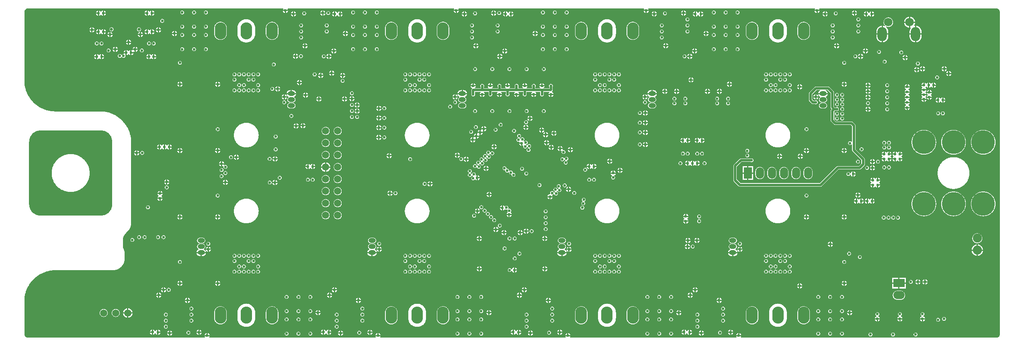
<source format=gbr>
%TF.GenerationSoftware,Altium Limited,Altium Designer,25.8.1 (18)*%
G04 Layer_Physical_Order=2*
G04 Layer_Color=36540*
%FSLAX45Y45*%
%MOMM*%
%TF.SameCoordinates,304ADD41-B96C-4BE1-A440-764D1465AFBB*%
%TF.FilePolarity,Positive*%
%TF.FileFunction,Copper,L2,Inr,Signal*%
%TF.Part,Single*%
G01*
G75*
%TA.AperFunction,Conductor*%
%ADD63C,0.50000*%
%TA.AperFunction,ComponentPad*%
%ADD69O,1.52400X0.93980*%
%TA.AperFunction,WasherPad*%
%ADD70C,10.00000*%
%TA.AperFunction,ComponentPad*%
%ADD71C,1.50000*%
%ADD72R,1.70000X2.40000*%
%ADD73R,2.40000X1.70000*%
%ADD74C,1.90000*%
%ADD75O,2.00000X3.00000*%
%ADD76C,1.80000*%
%ADD77O,2.40000X1.70000*%
%ADD78C,5.00000*%
%ADD79O,2.44000X3.60000*%
%ADD80O,1.70000X2.40000*%
%ADD81C,0.65000*%
%TA.AperFunction,ViaPad*%
%ADD82C,0.60000*%
G36*
X10221734Y3471648D02*
X10235295Y3466031D01*
X10247499Y3457876D01*
X10257877Y3447498D01*
X10266031Y3435294D01*
X10271648Y3421734D01*
X10274512Y3407338D01*
X10274512Y3399999D01*
X10274511Y-3400000D01*
X10274511Y-3407339D01*
X10271648Y-3421734D01*
X10266031Y-3435295D01*
X10257876Y-3447499D01*
X10247498Y-3457877D01*
X10235294Y-3466031D01*
X10221733Y-3471648D01*
X10207338Y-3474511D01*
X4822978D01*
X4821075Y-3472340D01*
X4818338Y-3464511D01*
X4820254Y-3462109D01*
X4823564Y-3456840D01*
X4826264Y-3451234D01*
X4828319Y-3445361D01*
X4828926Y-3442700D01*
X4721074D01*
X4721681Y-3445361D01*
X4723737Y-3451234D01*
X4726436Y-3456840D01*
X4729747Y-3462109D01*
X4731663Y-3464511D01*
X4728925Y-3472340D01*
X4727022Y-3474511D01*
X1222979D01*
X1221076Y-3472340D01*
X1218338Y-3464511D01*
X1220254Y-3462109D01*
X1223564Y-3456840D01*
X1226264Y-3451234D01*
X1228319Y-3445361D01*
X1228926Y-3442700D01*
X1121074D01*
X1121682Y-3445361D01*
X1123737Y-3451234D01*
X1126437Y-3456840D01*
X1129747Y-3462109D01*
X1131663Y-3464511D01*
X1128925Y-3472340D01*
X1127022Y-3474511D01*
X-2777021D01*
X-2778924Y-3472340D01*
X-2781662Y-3464511D01*
X-2779746Y-3462109D01*
X-2776436Y-3456840D01*
X-2773736Y-3451234D01*
X-2771681Y-3445361D01*
X-2771074Y-3442700D01*
X-2878926D01*
X-2878318Y-3445361D01*
X-2876263Y-3451234D01*
X-2873563Y-3456840D01*
X-2870253Y-3462109D01*
X-2868337Y-3464511D01*
X-2871075Y-3472340D01*
X-2872978Y-3474511D01*
X-6377021D01*
X-6378924Y-3472340D01*
X-6381662Y-3464511D01*
X-6379746Y-3462109D01*
X-6376436Y-3456840D01*
X-6373736Y-3451234D01*
X-6371681Y-3445361D01*
X-6371074Y-3442700D01*
X-6478926D01*
X-6478318Y-3445361D01*
X-6476263Y-3451234D01*
X-6473563Y-3456840D01*
X-6470253Y-3462109D01*
X-6468337Y-3464511D01*
X-6471075Y-3472340D01*
X-6472978Y-3474511D01*
X-10207339D01*
X-10221734Y-3471648D01*
X-10235295Y-3466031D01*
X-10247499Y-3457877D01*
X-10257877Y-3447498D01*
X-10266031Y-3435295D01*
X-10271648Y-3421734D01*
X-10274512Y-3407339D01*
Y-3400000D01*
Y-2677106D01*
X-10274217Y-2668106D01*
X-10272826Y-2646881D01*
X-10270741Y-2625714D01*
X-10267965Y-2604625D01*
X-10264500Y-2583639D01*
X-10260350Y-2562778D01*
X-10255520Y-2542063D01*
X-10250015Y-2521517D01*
X-10243841Y-2501163D01*
X-10237004Y-2481022D01*
X-10229511Y-2461115D01*
X-10221371Y-2441464D01*
X-10212593Y-2422089D01*
X-10203185Y-2403013D01*
X-10193159Y-2384254D01*
X-10182523Y-2365833D01*
X-10171291Y-2347771D01*
X-10159474Y-2330085D01*
X-10147085Y-2312796D01*
X-10134136Y-2295921D01*
X-10120643Y-2279479D01*
X-10106618Y-2263487D01*
X-10092078Y-2247962D01*
X-10077038Y-2232922D01*
X-10061513Y-2218382D01*
X-10045521Y-2204358D01*
X-10029079Y-2190864D01*
X-10012205Y-2177915D01*
X-9994915Y-2165526D01*
X-9977229Y-2153709D01*
X-9959167Y-2142477D01*
X-9940746Y-2131842D01*
X-9921988Y-2121815D01*
X-9902911Y-2112407D01*
X-9883536Y-2103629D01*
X-9863886Y-2095489D01*
X-9843979Y-2087997D01*
X-9823837Y-2081160D01*
X-9803483Y-2074985D01*
X-9782937Y-2069480D01*
X-9762223Y-2064650D01*
X-9741361Y-2060500D01*
X-9720375Y-2057036D01*
X-9699287Y-2054259D01*
X-9678119Y-2052174D01*
X-9656894Y-2050783D01*
X-9635635Y-2050087D01*
X-9625000Y-2050000D01*
Y-2050000D01*
X-8412501Y-2050000D01*
X-8405486D01*
X-8391480Y-2049213D01*
X-8377540Y-2047643D01*
X-8363709Y-2045293D01*
X-8350032Y-2042171D01*
X-8336552Y-2038287D01*
X-8323310Y-2033654D01*
X-8310350Y-2028286D01*
X-8297710Y-2022199D01*
X-8285432Y-2015413D01*
X-8273554Y-2007949D01*
X-8262113Y-1999831D01*
X-8251144Y-1991084D01*
X-8240684Y-1981736D01*
X-8230764Y-1971817D01*
X-8221416Y-1961357D01*
X-8212670Y-1950388D01*
X-8204552Y-1938947D01*
X-8197088Y-1927069D01*
X-8190302Y-1914791D01*
X-8184215Y-1902151D01*
X-8178847Y-1889191D01*
X-8174214Y-1875949D01*
X-8170330Y-1862469D01*
X-8167208Y-1848792D01*
X-8164858Y-1834961D01*
X-8163287Y-1821021D01*
X-8162501Y-1807014D01*
Y-1800000D01*
X-8162501D01*
X-8162501Y-1694370D01*
X-8163269Y-1680526D01*
X-8164804Y-1666746D01*
X-8167099Y-1653072D01*
X-8170149Y-1639547D01*
X-8173944Y-1626211D01*
X-8178472Y-1613106D01*
X-8182843Y-1602416D01*
X-8183719Y-1600272D01*
X-8186694Y-1594011D01*
X-8186694Y-1594011D01*
X-8186694Y-1594011D01*
X-8190337Y-1585520D01*
X-8191167Y-1583490D01*
X-8193656Y-1576285D01*
X-8195743Y-1568953D01*
X-8197420Y-1561517D01*
X-8198682Y-1553999D01*
X-8199525Y-1546423D01*
X-8199948Y-1538812D01*
X-8200001Y-1535000D01*
Y-1395000D01*
X-8199940Y-1390905D01*
X-8199452Y-1382727D01*
X-8198478Y-1374594D01*
X-8197021Y-1366533D01*
X-8195088Y-1358573D01*
X-8192683Y-1350742D01*
X-8189816Y-1343068D01*
X-8186498Y-1335579D01*
X-8182740Y-1328301D01*
X-8178554Y-1321259D01*
X-8173957Y-1314479D01*
X-8168964Y-1307985D01*
X-8166325Y-1304852D01*
X-8166325Y-1304852D01*
X-8086229Y-1212604D01*
X-8082566Y-1208386D01*
X-8075624Y-1199630D01*
X-8069081Y-1190572D01*
X-8062949Y-1181231D01*
X-8057239Y-1171626D01*
X-8051965Y-1161775D01*
X-8047137Y-1151698D01*
X-8042763Y-1141416D01*
X-8038853Y-1130949D01*
X-8035414Y-1120317D01*
X-8032454Y-1109543D01*
X-8029978Y-1098647D01*
X-8027991Y-1087651D01*
X-8026497Y-1076577D01*
X-8025500Y-1065448D01*
X-8025001Y-1054285D01*
X-8025001Y-1048698D01*
X-8025000Y-1048698D01*
X-8025000Y650000D01*
Y660636D01*
X-8025696Y681898D01*
X-8027087Y703126D01*
X-8029172Y724296D01*
X-8031949Y745387D01*
X-8035414Y766376D01*
X-8039565Y787241D01*
X-8044395Y807958D01*
X-8049901Y828506D01*
X-8056076Y848863D01*
X-8062914Y869008D01*
X-8070408Y888917D01*
X-8078548Y908571D01*
X-8087328Y927948D01*
X-8096737Y947027D01*
X-8106765Y965788D01*
X-8117402Y984211D01*
X-8128635Y1002277D01*
X-8140454Y1019964D01*
X-8152845Y1037256D01*
X-8165795Y1054133D01*
X-8179291Y1070578D01*
X-8193317Y1086572D01*
X-8207859Y1102098D01*
X-8222902Y1117141D01*
X-8238428Y1131683D01*
X-8254422Y1145709D01*
X-8270866Y1159204D01*
X-8287743Y1172155D01*
X-8305035Y1184546D01*
X-8322723Y1196364D01*
X-8340788Y1207598D01*
X-8359211Y1218235D01*
X-8377973Y1228263D01*
X-8397052Y1237672D01*
X-8416429Y1246451D01*
X-8436082Y1254592D01*
X-8455992Y1262085D01*
X-8476136Y1268923D01*
X-8496493Y1275099D01*
X-8517042Y1280604D01*
X-8537759Y1285435D01*
X-8558623Y1289585D01*
X-8579612Y1293050D01*
X-8600703Y1295827D01*
X-8621874Y1297913D01*
X-8643102Y1299304D01*
X-8664363Y1300000D01*
X-8675000D01*
X-9625000Y1300000D01*
X-9635635Y1300087D01*
X-9656894Y1300783D01*
X-9678119Y1302174D01*
X-9699287Y1304259D01*
X-9720375Y1307035D01*
X-9741361Y1310500D01*
X-9762223Y1314650D01*
X-9782937Y1319480D01*
X-9803483Y1324985D01*
X-9823837Y1331159D01*
X-9843979Y1337996D01*
X-9863886Y1345489D01*
X-9883536Y1353629D01*
X-9902911Y1362407D01*
X-9921988Y1371815D01*
X-9940746Y1381841D01*
X-9959167Y1392477D01*
X-9977229Y1403709D01*
X-9994915Y1415526D01*
X-10012205Y1427915D01*
X-10029079Y1440864D01*
X-10045521Y1454357D01*
X-10061513Y1468382D01*
X-10077038Y1482922D01*
X-10092078Y1497962D01*
X-10106618Y1513487D01*
X-10120643Y1529479D01*
X-10134136Y1545921D01*
X-10147085Y1562795D01*
X-10159474Y1580085D01*
X-10171291Y1597770D01*
X-10182523Y1615833D01*
X-10193159Y1634254D01*
X-10203185Y1653012D01*
X-10212593Y1672089D01*
X-10221371Y1691463D01*
X-10229511Y1711114D01*
X-10237004Y1731021D01*
X-10243841Y1751163D01*
X-10250015Y1771517D01*
X-10255520Y1792063D01*
X-10260350Y1812777D01*
X-10264500Y1833639D01*
X-10267965Y1854625D01*
X-10270741Y1875713D01*
X-10272826Y1896881D01*
X-10274217Y1918106D01*
X-10274512Y1927106D01*
Y3400000D01*
Y3407339D01*
X-10271648Y3421734D01*
X-10266031Y3435295D01*
X-10257877Y3447499D01*
X-10247498Y3457877D01*
X-10235295Y3466031D01*
X-10221734Y3471648D01*
X-10207339Y3474511D01*
X-4822978D01*
X-4821075Y3472340D01*
X-4818338Y3464511D01*
X-4820254Y3462109D01*
X-4823564Y3456840D01*
X-4826264Y3451234D01*
X-4828319Y3445361D01*
X-4828926Y3442700D01*
X-4721074D01*
X-4721681Y3445361D01*
X-4723737Y3451234D01*
X-4726436Y3456840D01*
X-4729747Y3462109D01*
X-4731663Y3464511D01*
X-4728925Y3472340D01*
X-4727022Y3474511D01*
X-1222979D01*
X-1221076Y3472340D01*
X-1218338Y3464511D01*
X-1220254Y3462109D01*
X-1223564Y3456840D01*
X-1226264Y3451234D01*
X-1228319Y3445361D01*
X-1228926Y3442700D01*
X-1121074D01*
X-1121682Y3445361D01*
X-1123737Y3451234D01*
X-1126436Y3456840D01*
X-1129747Y3462109D01*
X-1131663Y3464511D01*
X-1128925Y3472340D01*
X-1127022Y3474511D01*
X2777022D01*
X2778925Y3472340D01*
X2781662Y3464511D01*
X2779747Y3462109D01*
X2776436Y3456840D01*
X2773736Y3451234D01*
X2771681Y3445361D01*
X2771074Y3442700D01*
X2878926D01*
X2878319Y3445361D01*
X2876263Y3451234D01*
X2873564Y3456840D01*
X2870253Y3462109D01*
X2868337Y3464511D01*
X2871075Y3472340D01*
X2872978Y3474511D01*
X6377021D01*
X6378924Y3472340D01*
X6381662Y3464511D01*
X6379746Y3462109D01*
X6376436Y3456840D01*
X6373736Y3451234D01*
X6371681Y3445361D01*
X6371074Y3442700D01*
X6478926D01*
X6478318Y3445361D01*
X6476263Y3451234D01*
X6473563Y3456840D01*
X6470253Y3462109D01*
X6468337Y3464511D01*
X6471075Y3472340D01*
X6472978Y3474511D01*
X10207339D01*
X10221734Y3471648D01*
D02*
G37*
G36*
X-8653979Y899214D02*
X-8640039Y897643D01*
X-8626209Y895293D01*
X-8612532Y892171D01*
X-8599051Y888288D01*
X-8585810Y883654D01*
X-8572849Y878286D01*
X-8560210Y872199D01*
X-8547932Y865413D01*
X-8536053Y857949D01*
X-8524612Y849831D01*
X-8513644Y841085D01*
X-8503183Y831737D01*
X-8493264Y821817D01*
X-8483916Y811357D01*
X-8475169Y800389D01*
X-8467051Y788947D01*
X-8459587Y777069D01*
X-8452801Y764791D01*
X-8446715Y752151D01*
X-8441346Y739191D01*
X-8436713Y725949D01*
X-8432829Y712469D01*
X-8429708Y698792D01*
X-8427358Y684962D01*
X-8425787Y671021D01*
X-8425000Y657014D01*
Y650000D01*
Y0D01*
Y-100000D01*
Y-650000D01*
Y-657014D01*
X-8425787Y-671021D01*
X-8427358Y-684961D01*
X-8429708Y-698792D01*
X-8432829Y-712468D01*
X-8436713Y-725949D01*
X-8441346Y-739190D01*
X-8446715Y-752151D01*
X-8452801Y-764790D01*
X-8459587Y-777069D01*
X-8467051Y-788947D01*
X-8475169Y-800388D01*
X-8483916Y-811356D01*
X-8493264Y-821817D01*
X-8503183Y-831736D01*
X-8513644Y-841084D01*
X-8524612Y-849831D01*
X-8536053Y-857949D01*
X-8547932Y-865413D01*
X-8560210Y-872199D01*
X-8572849Y-878286D01*
X-8585810Y-883654D01*
X-8599051Y-888287D01*
X-8612532Y-892171D01*
X-8626209Y-895293D01*
X-8640039Y-897643D01*
X-8653979Y-899213D01*
X-8667986Y-900000D01*
X-9932015D01*
X-9946021Y-899213D01*
X-9959962Y-897643D01*
X-9973792Y-895293D01*
X-9987469Y-892171D01*
X-10000950Y-888287D01*
X-10014191Y-883654D01*
X-10027152Y-878286D01*
X-10039791Y-872199D01*
X-10052069Y-865413D01*
X-10063948Y-857949D01*
X-10075389Y-849831D01*
X-10086357Y-841084D01*
X-10096817Y-831736D01*
X-10106737Y-821817D01*
X-10116085Y-811356D01*
X-10124832Y-800388D01*
X-10132950Y-788947D01*
X-10140413Y-777069D01*
X-10147199Y-764790D01*
X-10153286Y-752151D01*
X-10158655Y-739190D01*
X-10163288Y-725949D01*
X-10167171Y-712468D01*
X-10170293Y-698792D01*
X-10172643Y-684961D01*
X-10174214Y-671021D01*
X-10175000Y-657014D01*
Y-650000D01*
Y-100000D01*
Y0D01*
Y650000D01*
Y657014D01*
X-10174214Y671021D01*
X-10172643Y684962D01*
X-10170293Y698792D01*
X-10167171Y712469D01*
X-10163288Y725949D01*
X-10158655Y739191D01*
X-10153286Y752151D01*
X-10147199Y764791D01*
X-10140413Y777069D01*
X-10132950Y788947D01*
X-10124832Y800389D01*
X-10116085Y811357D01*
X-10106737Y821817D01*
X-10096817Y831737D01*
X-10086357Y841085D01*
X-10075389Y849831D01*
X-10063948Y857949D01*
X-10052069Y865413D01*
X-10039791Y872199D01*
X-10027152Y878286D01*
X-10014191Y883654D01*
X-10000950Y888288D01*
X-9987469Y892171D01*
X-9973792Y895293D01*
X-9959962Y897643D01*
X-9946021Y899214D01*
X-9932015Y900000D01*
X-8667986D01*
X-8653979Y899214D01*
D02*
G37*
%LPC*%
G36*
X-7601700Y3427326D02*
X-7604361Y3426719D01*
X-7610234Y3424663D01*
X-7615840Y3421964D01*
X-7621109Y3418653D01*
X-7625974Y3414774D01*
X-7630374Y3410374D01*
X-7632958Y3407134D01*
X-7639000Y3406224D01*
X-7645043Y3407134D01*
X-7647626Y3410374D01*
X-7652026Y3414774D01*
X-7656891Y3418653D01*
X-7662160Y3421964D01*
X-7667766Y3424663D01*
X-7673639Y3426719D01*
X-7676300Y3427326D01*
Y3373400D01*
Y3319474D01*
X-7673639Y3320081D01*
X-7667766Y3322136D01*
X-7662160Y3324836D01*
X-7656891Y3328147D01*
X-7652026Y3332026D01*
X-7647626Y3336426D01*
X-7645043Y3339666D01*
X-7639000Y3340576D01*
X-7632958Y3339666D01*
X-7630374Y3336426D01*
X-7625974Y3332026D01*
X-7621109Y3328147D01*
X-7615840Y3324836D01*
X-7610234Y3322136D01*
X-7604361Y3320081D01*
X-7601700Y3319474D01*
Y3373400D01*
Y3427326D01*
D02*
G37*
G36*
X-8623700D02*
X-8626361Y3426719D01*
X-8632234Y3424663D01*
X-8637840Y3421964D01*
X-8643109Y3418653D01*
X-8647974Y3414774D01*
X-8652374Y3410374D01*
X-8654958Y3407134D01*
X-8661000Y3406224D01*
X-8667043Y3407134D01*
X-8669626Y3410374D01*
X-8674026Y3414774D01*
X-8678891Y3418653D01*
X-8684160Y3421964D01*
X-8689766Y3424663D01*
X-8695639Y3426719D01*
X-8698300Y3427326D01*
Y3373400D01*
Y3319474D01*
X-8695639Y3320081D01*
X-8689766Y3322136D01*
X-8684160Y3324836D01*
X-8678891Y3328147D01*
X-8674026Y3332026D01*
X-8669626Y3336426D01*
X-8667043Y3339666D01*
X-8661000Y3340576D01*
X-8654958Y3339666D01*
X-8652374Y3336426D01*
X-8647974Y3332026D01*
X-8643109Y3328147D01*
X-8637840Y3324836D01*
X-8632234Y3322136D01*
X-8626361Y3320081D01*
X-8623700Y3319474D01*
Y3373400D01*
Y3427326D01*
D02*
G37*
G36*
X7225200Y3428926D02*
Y3387700D01*
X7266426D01*
X7265818Y3390361D01*
X7263763Y3396234D01*
X7261063Y3401840D01*
X7257753Y3407109D01*
X7253873Y3411974D01*
X7249473Y3416374D01*
X7244609Y3420254D01*
X7239340Y3423564D01*
X7233734Y3426264D01*
X7227861Y3428319D01*
X7225200Y3428926D01*
D02*
G37*
G36*
X7199800D02*
X7197139Y3428319D01*
X7191266Y3426264D01*
X7185659Y3423564D01*
X7180391Y3420254D01*
X7175526Y3416374D01*
X7171126Y3411974D01*
X7167246Y3407109D01*
X7163936Y3401840D01*
X7161236Y3396234D01*
X7159181Y3390361D01*
X7158574Y3387700D01*
X7199800D01*
Y3428926D01*
D02*
G37*
G36*
X3625200D02*
Y3387700D01*
X3666426D01*
X3665819Y3390361D01*
X3663764Y3396234D01*
X3661064Y3401840D01*
X3657753Y3407109D01*
X3653874Y3411974D01*
X3649474Y3416374D01*
X3644609Y3420254D01*
X3639340Y3423564D01*
X3633734Y3426264D01*
X3627861Y3428319D01*
X3625200Y3428926D01*
D02*
G37*
G36*
X3599800D02*
X3597139Y3428319D01*
X3591266Y3426264D01*
X3585660Y3423564D01*
X3580391Y3420254D01*
X3575526Y3416374D01*
X3571126Y3411974D01*
X3567247Y3407109D01*
X3563936Y3401840D01*
X3561236Y3396234D01*
X3559181Y3390361D01*
X3558574Y3387700D01*
X3599800D01*
Y3428926D01*
D02*
G37*
G36*
X-374800D02*
Y3387700D01*
X-333574D01*
X-334181Y3390361D01*
X-336237Y3396234D01*
X-338936Y3401840D01*
X-342247Y3407109D01*
X-346126Y3411974D01*
X-350526Y3416374D01*
X-355391Y3420254D01*
X-360660Y3423564D01*
X-366266Y3426264D01*
X-372139Y3428319D01*
X-374800Y3428926D01*
D02*
G37*
G36*
X-400200D02*
X-402861Y3428319D01*
X-408734Y3426264D01*
X-414340Y3423564D01*
X-419609Y3420254D01*
X-424474Y3416374D01*
X-428874Y3411974D01*
X-432754Y3407109D01*
X-436064Y3401840D01*
X-438764Y3396234D01*
X-440819Y3390361D01*
X-441426Y3387700D01*
X-400200D01*
Y3428926D01*
D02*
G37*
G36*
X-3974800D02*
Y3387700D01*
X-3933574D01*
X-3934181Y3390361D01*
X-3936236Y3396234D01*
X-3938936Y3401840D01*
X-3942247Y3407109D01*
X-3946126Y3411974D01*
X-3950526Y3416374D01*
X-3955391Y3420254D01*
X-3960660Y3423564D01*
X-3966266Y3426264D01*
X-3972139Y3428319D01*
X-3974800Y3428926D01*
D02*
G37*
G36*
X-4000200D02*
X-4002861Y3428319D01*
X-4008734Y3426264D01*
X-4014340Y3423564D01*
X-4019609Y3420254D01*
X-4024474Y3416374D01*
X-4028874Y3411974D01*
X-4032753Y3407109D01*
X-4036064Y3401840D01*
X-4038764Y3396234D01*
X-4040819Y3390361D01*
X-4041426Y3387700D01*
X-4000200D01*
Y3428926D01*
D02*
G37*
G36*
X-7576300Y3427326D02*
Y3386100D01*
X-7535074D01*
X-7535682Y3388761D01*
X-7537737Y3394634D01*
X-7540437Y3400240D01*
X-7543747Y3405509D01*
X-7547627Y3410374D01*
X-7552027Y3414774D01*
X-7556891Y3418653D01*
X-7562160Y3421964D01*
X-7567766Y3424663D01*
X-7573639Y3426719D01*
X-7576300Y3427326D01*
D02*
G37*
G36*
X-7701700D02*
X-7704361Y3426719D01*
X-7710234Y3424663D01*
X-7715840Y3421964D01*
X-7721109Y3418653D01*
X-7725974Y3414774D01*
X-7730374Y3410374D01*
X-7734254Y3405509D01*
X-7737564Y3400240D01*
X-7740264Y3394634D01*
X-7742319Y3388761D01*
X-7742926Y3386100D01*
X-7701700D01*
Y3427326D01*
D02*
G37*
G36*
X-8598300D02*
Y3386100D01*
X-8557074D01*
X-8557682Y3388761D01*
X-8559737Y3394634D01*
X-8562437Y3400240D01*
X-8565747Y3405509D01*
X-8569626Y3410374D01*
X-8574027Y3414774D01*
X-8578891Y3418653D01*
X-8584160Y3421964D01*
X-8589766Y3424663D01*
X-8595639Y3426719D01*
X-8598300Y3427326D01*
D02*
G37*
G36*
X-8723700D02*
X-8726361Y3426719D01*
X-8732234Y3424663D01*
X-8737840Y3421964D01*
X-8743109Y3418653D01*
X-8747974Y3414774D01*
X-8752374Y3410374D01*
X-8756254Y3405509D01*
X-8759564Y3400240D01*
X-8762264Y3394634D01*
X-8764319Y3388761D01*
X-8764926Y3386100D01*
X-8723700D01*
Y3427326D01*
D02*
G37*
G36*
X6478926Y3417300D02*
X6437700D01*
Y3376074D01*
X6440360Y3376681D01*
X6446234Y3378736D01*
X6451840Y3381436D01*
X6457108Y3384747D01*
X6461973Y3388626D01*
X6466373Y3393026D01*
X6470253Y3397891D01*
X6473563Y3403160D01*
X6476263Y3408766D01*
X6478318Y3414639D01*
X6478926Y3417300D01*
D02*
G37*
G36*
X6412300D02*
X6371074D01*
X6371681Y3414639D01*
X6373736Y3408766D01*
X6376436Y3403160D01*
X6379746Y3397891D01*
X6383626Y3393026D01*
X6388026Y3388626D01*
X6392891Y3384747D01*
X6398159Y3381436D01*
X6403765Y3378736D01*
X6409639Y3376681D01*
X6412300Y3376074D01*
Y3417300D01*
D02*
G37*
G36*
X2878926D02*
X2837700D01*
Y3376074D01*
X2840361Y3376681D01*
X2846234Y3378736D01*
X2851840Y3381436D01*
X2857109Y3384747D01*
X2861974Y3388626D01*
X2866374Y3393026D01*
X2870253Y3397891D01*
X2873564Y3403160D01*
X2876263Y3408766D01*
X2878319Y3414639D01*
X2878926Y3417300D01*
D02*
G37*
G36*
X2812300D02*
X2771074D01*
X2771681Y3414639D01*
X2773736Y3408766D01*
X2776436Y3403160D01*
X2779747Y3397891D01*
X2783626Y3393026D01*
X2788026Y3388626D01*
X2792891Y3384747D01*
X2798160Y3381436D01*
X2803766Y3378736D01*
X2809639Y3376681D01*
X2812300Y3376074D01*
Y3417300D01*
D02*
G37*
G36*
X-1121074D02*
X-1162300D01*
Y3376074D01*
X-1159639Y3376681D01*
X-1153766Y3378736D01*
X-1148160Y3381436D01*
X-1142891Y3384747D01*
X-1138026Y3388626D01*
X-1133626Y3393026D01*
X-1129747Y3397891D01*
X-1126436Y3403160D01*
X-1123737Y3408766D01*
X-1121682Y3414639D01*
X-1121074Y3417300D01*
D02*
G37*
G36*
X-1187700D02*
X-1228926D01*
X-1228319Y3414639D01*
X-1226264Y3408766D01*
X-1223564Y3403160D01*
X-1220254Y3397891D01*
X-1216374Y3393026D01*
X-1211974Y3388626D01*
X-1207109Y3384747D01*
X-1201840Y3381436D01*
X-1196234Y3378736D01*
X-1190361Y3376681D01*
X-1187700Y3376074D01*
Y3417300D01*
D02*
G37*
G36*
X-4721074D02*
X-4762300D01*
Y3376074D01*
X-4759639Y3376681D01*
X-4753766Y3378736D01*
X-4748160Y3381436D01*
X-4742891Y3384747D01*
X-4738026Y3388626D01*
X-4733626Y3393026D01*
X-4729747Y3397891D01*
X-4726436Y3403160D01*
X-4723737Y3408766D01*
X-4721681Y3414639D01*
X-4721074Y3417300D01*
D02*
G37*
G36*
X-4787700D02*
X-4828926D01*
X-4828319Y3414639D01*
X-4826264Y3408766D01*
X-4823564Y3403160D01*
X-4820254Y3397891D01*
X-4816374Y3393026D01*
X-4811974Y3388626D01*
X-4807109Y3384747D01*
X-4801840Y3381436D01*
X-4796234Y3378736D01*
X-4790361Y3376681D01*
X-4787700Y3376074D01*
Y3417300D01*
D02*
G37*
G36*
X7449800Y3411426D02*
X7447139Y3410819D01*
X7441266Y3408764D01*
X7435659Y3406064D01*
X7430391Y3402753D01*
X7425526Y3398874D01*
X7421126Y3394474D01*
X7417246Y3389609D01*
X7413936Y3384340D01*
X7411236Y3378734D01*
X7409181Y3372861D01*
X7408574Y3370200D01*
X7449800D01*
Y3411426D01*
D02*
G37*
G36*
X3849800D02*
X3847139Y3410819D01*
X3841266Y3408764D01*
X3835660Y3406064D01*
X3830391Y3402753D01*
X3825526Y3398874D01*
X3821126Y3394474D01*
X3817247Y3389609D01*
X3813936Y3384340D01*
X3811236Y3378734D01*
X3809181Y3372861D01*
X3808574Y3370200D01*
X3849800D01*
Y3411426D01*
D02*
G37*
G36*
X-150200D02*
X-152861Y3410819D01*
X-158734Y3408764D01*
X-164340Y3406064D01*
X-169609Y3402753D01*
X-174474Y3398874D01*
X-178874Y3394474D01*
X-182754Y3389609D01*
X-186064Y3384340D01*
X-188764Y3378734D01*
X-190819Y3372861D01*
X-191426Y3370200D01*
X-150200D01*
Y3411426D01*
D02*
G37*
G36*
X-3750200D02*
X-3752861Y3410819D01*
X-3758734Y3408764D01*
X-3764340Y3406064D01*
X-3769609Y3402753D01*
X-3774474Y3398874D01*
X-3778874Y3394474D01*
X-3782753Y3389609D01*
X-3786064Y3384340D01*
X-3788764Y3378734D01*
X-3790819Y3372861D01*
X-3791426Y3370200D01*
X-3750200D01*
Y3411426D01*
D02*
G37*
G36*
X6607700Y3411426D02*
Y3370200D01*
X6648926D01*
X6648318Y3372861D01*
X6646263Y3378734D01*
X6643564Y3384340D01*
X6640253Y3389609D01*
X6636374Y3394474D01*
X6631974Y3398874D01*
X6627109Y3402753D01*
X6621840Y3406064D01*
X6616234Y3408763D01*
X6610361Y3410818D01*
X6607700Y3411426D01*
D02*
G37*
G36*
X6582300D02*
X6579639Y3410818D01*
X6573766Y3408763D01*
X6568160Y3406064D01*
X6562891Y3402753D01*
X6558026Y3398874D01*
X6553626Y3394474D01*
X6549746Y3389609D01*
X6546436Y3384340D01*
X6543736Y3378734D01*
X6541681Y3372861D01*
X6541074Y3370200D01*
X6582300D01*
Y3411426D01*
D02*
G37*
G36*
X3007700D02*
Y3370200D01*
X3048926D01*
X3048319Y3372861D01*
X3046264Y3378734D01*
X3043564Y3384340D01*
X3040254Y3389609D01*
X3036374Y3394474D01*
X3031974Y3398874D01*
X3027109Y3402753D01*
X3021840Y3406064D01*
X3016234Y3408763D01*
X3010361Y3410818D01*
X3007700Y3411426D01*
D02*
G37*
G36*
X2982300D02*
X2979639Y3410818D01*
X2973766Y3408763D01*
X2968160Y3406064D01*
X2962891Y3402753D01*
X2958026Y3398874D01*
X2953626Y3394474D01*
X2949747Y3389609D01*
X2946436Y3384340D01*
X2943737Y3378734D01*
X2941681Y3372861D01*
X2941074Y3370200D01*
X2982300D01*
Y3411426D01*
D02*
G37*
G36*
X-992300D02*
Y3370200D01*
X-951074D01*
X-951681Y3372861D01*
X-953736Y3378734D01*
X-956436Y3384340D01*
X-959747Y3389609D01*
X-963626Y3394474D01*
X-968026Y3398874D01*
X-972891Y3402753D01*
X-978160Y3406064D01*
X-983766Y3408763D01*
X-989639Y3410818D01*
X-992300Y3411426D01*
D02*
G37*
G36*
X-1017700D02*
X-1020361Y3410818D01*
X-1026234Y3408763D01*
X-1031840Y3406064D01*
X-1037109Y3402753D01*
X-1041974Y3398874D01*
X-1046374Y3394474D01*
X-1050253Y3389609D01*
X-1053564Y3384340D01*
X-1056264Y3378734D01*
X-1058319Y3372861D01*
X-1058926Y3370200D01*
X-1017700D01*
Y3411426D01*
D02*
G37*
G36*
X-4592300D02*
Y3370200D01*
X-4551074D01*
X-4551681Y3372861D01*
X-4553736Y3378734D01*
X-4556436Y3384340D01*
X-4559747Y3389609D01*
X-4563626Y3394474D01*
X-4568026Y3398874D01*
X-4572891Y3402753D01*
X-4578160Y3406064D01*
X-4583766Y3408763D01*
X-4589639Y3410818D01*
X-4592300Y3411426D01*
D02*
G37*
G36*
X-4617700D02*
X-4620361Y3410818D01*
X-4626234Y3408763D01*
X-4631840Y3406064D01*
X-4637109Y3402753D01*
X-4641974Y3398874D01*
X-4646374Y3394474D01*
X-4650253Y3389609D01*
X-4653564Y3384340D01*
X-4656263Y3378734D01*
X-4658319Y3372861D01*
X-4658926Y3370200D01*
X-4617700D01*
Y3411426D01*
D02*
G37*
G36*
X7587700Y3408926D02*
Y3367700D01*
X7628926D01*
X7628319Y3370361D01*
X7626264Y3376234D01*
X7623564Y3381840D01*
X7620253Y3387109D01*
X7616374Y3391973D01*
X7611974Y3396373D01*
X7607109Y3400253D01*
X7601840Y3403563D01*
X7596234Y3406263D01*
X7590361Y3408318D01*
X7587700Y3408926D01*
D02*
G37*
G36*
X3987700D02*
Y3367700D01*
X4028926D01*
X4028319Y3370361D01*
X4026264Y3376234D01*
X4023564Y3381840D01*
X4020254Y3387109D01*
X4016374Y3391973D01*
X4011974Y3396373D01*
X4007109Y3400253D01*
X4001841Y3403563D01*
X3996235Y3406263D01*
X3990361Y3408318D01*
X3987700Y3408926D01*
D02*
G37*
G36*
X-12300D02*
Y3367700D01*
X28926D01*
X28319Y3370361D01*
X26264Y3376234D01*
X23564Y3381840D01*
X20254Y3387109D01*
X16374Y3391973D01*
X11974Y3396373D01*
X7109Y3400253D01*
X1840Y3403563D01*
X-3766Y3406263D01*
X-9639Y3408318D01*
X-12300Y3408926D01*
D02*
G37*
G36*
X-3612300D02*
Y3367700D01*
X-3571074D01*
X-3571681Y3370361D01*
X-3573736Y3376234D01*
X-3576436Y3381840D01*
X-3579746Y3387109D01*
X-3583626Y3391973D01*
X-3588026Y3396373D01*
X-3592891Y3400253D01*
X-3598159Y3403563D01*
X-3603765Y3406263D01*
X-3609639Y3408318D01*
X-3612300Y3408926D01*
D02*
G37*
G36*
X4752623Y3427532D02*
X4747376D01*
X4742173Y3426847D01*
X4737104Y3425489D01*
X4732255Y3423481D01*
X4727711Y3420857D01*
X4723547Y3417662D01*
X4719836Y3413951D01*
X4716642Y3409788D01*
X4714018Y3405243D01*
X4712010Y3400395D01*
X4710651Y3395326D01*
X4709966Y3390123D01*
Y3384875D01*
X4710651Y3379672D01*
X4712010Y3374603D01*
X4714018Y3369755D01*
X4716642Y3365210D01*
X4719836Y3361047D01*
X4723547Y3357336D01*
X4727711Y3354142D01*
X4732255Y3351518D01*
X4737104Y3349509D01*
X4742173Y3348151D01*
X4747376Y3347466D01*
X4752623D01*
X4757826Y3348151D01*
X4762895Y3349509D01*
X4767744Y3351518D01*
X4772288Y3354142D01*
X4776451Y3357336D01*
X4780162Y3361047D01*
X4783357Y3365210D01*
X4785981Y3369755D01*
X4787989Y3374603D01*
X4789347Y3379672D01*
X4790032Y3384875D01*
Y3390123D01*
X4789347Y3395326D01*
X4787989Y3400395D01*
X4785981Y3405243D01*
X4783357Y3409788D01*
X4780162Y3413951D01*
X4776451Y3417662D01*
X4772288Y3420857D01*
X4767744Y3423481D01*
X4762895Y3425489D01*
X4757826Y3426847D01*
X4752623Y3427532D01*
D02*
G37*
G36*
X1152624D02*
X1147376D01*
X1142173Y3426847D01*
X1137104Y3425489D01*
X1132256Y3423481D01*
X1127711Y3420857D01*
X1123548Y3417662D01*
X1119837Y3413951D01*
X1116642Y3409788D01*
X1114018Y3405243D01*
X1112010Y3400395D01*
X1110652Y3395326D01*
X1109967Y3390123D01*
Y3384875D01*
X1110652Y3379672D01*
X1112010Y3374603D01*
X1114018Y3369755D01*
X1116642Y3365210D01*
X1119837Y3361047D01*
X1123548Y3357336D01*
X1127711Y3354142D01*
X1132256Y3351518D01*
X1137104Y3349509D01*
X1142173Y3348151D01*
X1147376Y3347466D01*
X1152624D01*
X1157826Y3348151D01*
X1162896Y3349509D01*
X1167744Y3351518D01*
X1172288Y3354142D01*
X1176452Y3357336D01*
X1180163Y3361047D01*
X1183357Y3365210D01*
X1185981Y3369755D01*
X1187989Y3374603D01*
X1189348Y3379672D01*
X1190033Y3384875D01*
Y3390123D01*
X1189348Y3395326D01*
X1187989Y3400395D01*
X1185981Y3405243D01*
X1183357Y3409788D01*
X1180163Y3413951D01*
X1176452Y3417662D01*
X1172288Y3420857D01*
X1167744Y3423481D01*
X1162896Y3425489D01*
X1157826Y3426847D01*
X1152624Y3427532D01*
D02*
G37*
G36*
X-2847377D02*
X-2852624D01*
X-2857827Y3426847D01*
X-2862896Y3425489D01*
X-2867745Y3423481D01*
X-2872289Y3420857D01*
X-2876453Y3417662D01*
X-2880164Y3413951D01*
X-2883358Y3409788D01*
X-2885982Y3405243D01*
X-2887990Y3400395D01*
X-2889349Y3395326D01*
X-2890034Y3390123D01*
Y3384875D01*
X-2889349Y3379672D01*
X-2887990Y3374603D01*
X-2885982Y3369755D01*
X-2883358Y3365210D01*
X-2880164Y3361047D01*
X-2876453Y3357336D01*
X-2872289Y3354142D01*
X-2867745Y3351518D01*
X-2862896Y3349509D01*
X-2857827Y3348151D01*
X-2852624Y3347466D01*
X-2847377D01*
X-2842174Y3348151D01*
X-2837105Y3349509D01*
X-2832256Y3351518D01*
X-2827712Y3354142D01*
X-2823549Y3357336D01*
X-2819838Y3361047D01*
X-2816643Y3365210D01*
X-2814019Y3369755D01*
X-2812011Y3374603D01*
X-2810653Y3379672D01*
X-2809968Y3384875D01*
Y3390123D01*
X-2810653Y3395326D01*
X-2812011Y3400395D01*
X-2814019Y3405243D01*
X-2816643Y3409788D01*
X-2819838Y3413951D01*
X-2823549Y3417662D01*
X-2827712Y3420857D01*
X-2832256Y3423481D01*
X-2837105Y3425489D01*
X-2842174Y3426847D01*
X-2847377Y3427532D01*
D02*
G37*
G36*
X-6447376D02*
X-6452624D01*
X-6457827Y3426847D01*
X-6462896Y3425489D01*
X-6467744Y3423481D01*
X-6472289Y3420857D01*
X-6476452Y3417662D01*
X-6480163Y3413951D01*
X-6483358Y3409788D01*
X-6485982Y3405243D01*
X-6487990Y3400395D01*
X-6489348Y3395326D01*
X-6490033Y3390123D01*
Y3384875D01*
X-6489348Y3379672D01*
X-6487990Y3374603D01*
X-6485982Y3369755D01*
X-6483358Y3365210D01*
X-6480163Y3361047D01*
X-6476452Y3357336D01*
X-6472289Y3354142D01*
X-6467744Y3351518D01*
X-6462896Y3349509D01*
X-6457827Y3348151D01*
X-6452624Y3347466D01*
X-6447376D01*
X-6442174Y3348151D01*
X-6437104Y3349509D01*
X-6432256Y3351518D01*
X-6427712Y3354142D01*
X-6423548Y3357336D01*
X-6419837Y3361047D01*
X-6416643Y3365210D01*
X-6414019Y3369755D01*
X-6412011Y3374603D01*
X-6410652Y3379672D01*
X-6409967Y3384875D01*
Y3390123D01*
X-6410652Y3395326D01*
X-6412011Y3400395D01*
X-6414019Y3405243D01*
X-6416643Y3409788D01*
X-6419837Y3413951D01*
X-6423548Y3417662D01*
X-6427712Y3420857D01*
X-6432256Y3423481D01*
X-6437104Y3425489D01*
X-6442174Y3426847D01*
X-6447376Y3427532D01*
D02*
G37*
G36*
X4502623Y3427531D02*
X4497376D01*
X4492173Y3426846D01*
X4487104Y3425488D01*
X4482255Y3423480D01*
X4477711Y3420856D01*
X4473547Y3417661D01*
X4469836Y3413950D01*
X4466642Y3409787D01*
X4464018Y3405243D01*
X4462010Y3400394D01*
X4460651Y3395325D01*
X4459966Y3390122D01*
Y3384875D01*
X4460651Y3379672D01*
X4462010Y3374603D01*
X4464018Y3369754D01*
X4466642Y3365210D01*
X4469836Y3361046D01*
X4473547Y3357335D01*
X4477711Y3354141D01*
X4482255Y3351517D01*
X4487104Y3349509D01*
X4492173Y3348151D01*
X4497376Y3347465D01*
X4502623D01*
X4507826Y3348151D01*
X4512895Y3349509D01*
X4517744Y3351517D01*
X4522288Y3354141D01*
X4526451Y3357335D01*
X4530162Y3361046D01*
X4533357Y3365210D01*
X4535981Y3369754D01*
X4537989Y3374603D01*
X4539347Y3379672D01*
X4540032Y3384875D01*
Y3390122D01*
X4539347Y3395325D01*
X4537989Y3400394D01*
X4535981Y3405243D01*
X4533357Y3409787D01*
X4530162Y3413950D01*
X4526451Y3417661D01*
X4522288Y3420856D01*
X4517744Y3423480D01*
X4512895Y3425488D01*
X4507826Y3426846D01*
X4502623Y3427531D01*
D02*
G37*
G36*
X4252623D02*
X4247376D01*
X4242173Y3426846D01*
X4237104Y3425488D01*
X4232255Y3423480D01*
X4227711Y3420856D01*
X4223548Y3417661D01*
X4219837Y3413950D01*
X4216642Y3409787D01*
X4214018Y3405243D01*
X4212010Y3400394D01*
X4210652Y3395325D01*
X4209967Y3390122D01*
Y3384875D01*
X4210652Y3379672D01*
X4212010Y3374603D01*
X4214018Y3369754D01*
X4216642Y3365210D01*
X4219837Y3361046D01*
X4223548Y3357335D01*
X4227711Y3354141D01*
X4232255Y3351517D01*
X4237104Y3349509D01*
X4242173Y3348151D01*
X4247376Y3347465D01*
X4252623D01*
X4257826Y3348151D01*
X4262895Y3349509D01*
X4267744Y3351517D01*
X4272288Y3354141D01*
X4276452Y3357335D01*
X4280163Y3361046D01*
X4283357Y3365210D01*
X4285981Y3369754D01*
X4287989Y3374603D01*
X4289348Y3379672D01*
X4290033Y3384875D01*
Y3390122D01*
X4289348Y3395325D01*
X4287989Y3400394D01*
X4285981Y3405243D01*
X4283357Y3409787D01*
X4280163Y3413950D01*
X4276452Y3417661D01*
X4272288Y3420856D01*
X4267744Y3423480D01*
X4262895Y3425488D01*
X4257826Y3426846D01*
X4252623Y3427531D01*
D02*
G37*
G36*
X902624D02*
X897376D01*
X892173Y3426846D01*
X887104Y3425488D01*
X882256Y3423480D01*
X877711Y3420856D01*
X873548Y3417661D01*
X869837Y3413950D01*
X866642Y3409787D01*
X864018Y3405243D01*
X862010Y3400394D01*
X860652Y3395325D01*
X859967Y3390122D01*
Y3384875D01*
X860652Y3379672D01*
X862010Y3374603D01*
X864018Y3369754D01*
X866642Y3365210D01*
X869837Y3361046D01*
X873548Y3357335D01*
X877711Y3354141D01*
X882256Y3351517D01*
X887104Y3349509D01*
X892173Y3348151D01*
X897376Y3347465D01*
X902624D01*
X907826Y3348151D01*
X912896Y3349509D01*
X917744Y3351517D01*
X922288Y3354141D01*
X926452Y3357335D01*
X930163Y3361046D01*
X933357Y3365210D01*
X935981Y3369754D01*
X937989Y3374603D01*
X939348Y3379672D01*
X940033Y3384875D01*
Y3390122D01*
X939348Y3395325D01*
X937989Y3400394D01*
X935981Y3405243D01*
X933357Y3409787D01*
X930163Y3413950D01*
X926452Y3417661D01*
X922288Y3420856D01*
X917744Y3423480D01*
X912896Y3425488D01*
X907826Y3426846D01*
X902624Y3427531D01*
D02*
G37*
G36*
X652624D02*
X647376D01*
X642173Y3426846D01*
X637104Y3425488D01*
X632256Y3423480D01*
X627711Y3420856D01*
X623548Y3417661D01*
X619837Y3413950D01*
X616642Y3409787D01*
X614019Y3405243D01*
X612010Y3400394D01*
X610652Y3395325D01*
X609967Y3390122D01*
Y3384875D01*
X610652Y3379672D01*
X612010Y3374603D01*
X614019Y3369754D01*
X616642Y3365210D01*
X619837Y3361046D01*
X623548Y3357335D01*
X627711Y3354141D01*
X632256Y3351517D01*
X637104Y3349509D01*
X642173Y3348151D01*
X647376Y3347465D01*
X652624D01*
X657827Y3348151D01*
X662896Y3349509D01*
X667744Y3351517D01*
X672289Y3354141D01*
X676452Y3357335D01*
X680163Y3361046D01*
X683358Y3365210D01*
X685981Y3369754D01*
X687990Y3374603D01*
X689348Y3379672D01*
X690033Y3384875D01*
Y3390122D01*
X689348Y3395325D01*
X687990Y3400394D01*
X685981Y3405243D01*
X683358Y3409787D01*
X680163Y3413950D01*
X676452Y3417661D01*
X672289Y3420856D01*
X667744Y3423480D01*
X662896Y3425488D01*
X657827Y3426846D01*
X652624Y3427531D01*
D02*
G37*
G36*
X-3097377D02*
X-3102624D01*
X-3107827Y3426846D01*
X-3112896Y3425488D01*
X-3117745Y3423480D01*
X-3122289Y3420856D01*
X-3126453Y3417661D01*
X-3130164Y3413950D01*
X-3133358Y3409787D01*
X-3135982Y3405243D01*
X-3137990Y3400394D01*
X-3139349Y3395325D01*
X-3140034Y3390122D01*
Y3384875D01*
X-3139349Y3379672D01*
X-3137990Y3374603D01*
X-3135982Y3369754D01*
X-3133358Y3365210D01*
X-3130164Y3361046D01*
X-3126453Y3357335D01*
X-3122289Y3354141D01*
X-3117745Y3351517D01*
X-3112896Y3349509D01*
X-3107827Y3348151D01*
X-3102624Y3347465D01*
X-3097377D01*
X-3092174Y3348151D01*
X-3087105Y3349509D01*
X-3082256Y3351517D01*
X-3077712Y3354141D01*
X-3073549Y3357335D01*
X-3069838Y3361046D01*
X-3066643Y3365210D01*
X-3064019Y3369754D01*
X-3062011Y3374603D01*
X-3060653Y3379672D01*
X-3059968Y3384875D01*
Y3390122D01*
X-3060653Y3395325D01*
X-3062011Y3400394D01*
X-3064019Y3405243D01*
X-3066643Y3409787D01*
X-3069838Y3413950D01*
X-3073549Y3417661D01*
X-3077712Y3420856D01*
X-3082256Y3423480D01*
X-3087105Y3425488D01*
X-3092174Y3426846D01*
X-3097377Y3427531D01*
D02*
G37*
G36*
X-3347377D02*
X-3352624D01*
X-3357827Y3426846D01*
X-3362896Y3425488D01*
X-3367745Y3423480D01*
X-3372289Y3420856D01*
X-3376452Y3417661D01*
X-3380163Y3413950D01*
X-3383358Y3409787D01*
X-3385982Y3405243D01*
X-3387990Y3400394D01*
X-3389348Y3395325D01*
X-3390033Y3390122D01*
Y3384875D01*
X-3389348Y3379672D01*
X-3387990Y3374603D01*
X-3385982Y3369754D01*
X-3383358Y3365210D01*
X-3380163Y3361046D01*
X-3376452Y3357335D01*
X-3372289Y3354141D01*
X-3367745Y3351517D01*
X-3362896Y3349509D01*
X-3357827Y3348151D01*
X-3352624Y3347465D01*
X-3347377D01*
X-3342174Y3348151D01*
X-3337105Y3349509D01*
X-3332256Y3351517D01*
X-3327712Y3354141D01*
X-3323548Y3357335D01*
X-3319837Y3361046D01*
X-3316643Y3365210D01*
X-3314019Y3369754D01*
X-3312011Y3374603D01*
X-3310653Y3379672D01*
X-3309967Y3384875D01*
Y3390122D01*
X-3310653Y3395325D01*
X-3312011Y3400394D01*
X-3314019Y3405243D01*
X-3316643Y3409787D01*
X-3319837Y3413950D01*
X-3323548Y3417661D01*
X-3327712Y3420856D01*
X-3332256Y3423480D01*
X-3337105Y3425488D01*
X-3342174Y3426846D01*
X-3347377Y3427531D01*
D02*
G37*
G36*
X-6697376D02*
X-6702624D01*
X-6707827Y3426846D01*
X-6712896Y3425488D01*
X-6717745Y3423480D01*
X-6722289Y3420856D01*
X-6726452Y3417661D01*
X-6730163Y3413950D01*
X-6733358Y3409787D01*
X-6735982Y3405243D01*
X-6737990Y3400394D01*
X-6739348Y3395325D01*
X-6740033Y3390122D01*
Y3384875D01*
X-6739348Y3379672D01*
X-6737990Y3374603D01*
X-6735982Y3369754D01*
X-6733358Y3365210D01*
X-6730163Y3361046D01*
X-6726452Y3357335D01*
X-6722289Y3354141D01*
X-6717745Y3351517D01*
X-6712896Y3349509D01*
X-6707827Y3348151D01*
X-6702624Y3347465D01*
X-6697376D01*
X-6692174Y3348151D01*
X-6687104Y3349509D01*
X-6682256Y3351517D01*
X-6677712Y3354141D01*
X-6673548Y3357335D01*
X-6669837Y3361046D01*
X-6666643Y3365210D01*
X-6664019Y3369754D01*
X-6662011Y3374603D01*
X-6660652Y3379672D01*
X-6659967Y3384875D01*
Y3390122D01*
X-6660652Y3395325D01*
X-6662011Y3400394D01*
X-6664019Y3405243D01*
X-6666643Y3409787D01*
X-6669837Y3413950D01*
X-6673548Y3417661D01*
X-6677712Y3420856D01*
X-6682256Y3423480D01*
X-6687104Y3425488D01*
X-6692174Y3426846D01*
X-6697376Y3427531D01*
D02*
G37*
G36*
X-6947376D02*
X-6952624D01*
X-6957827Y3426846D01*
X-6962896Y3425488D01*
X-6967744Y3423480D01*
X-6972289Y3420856D01*
X-6976452Y3417661D01*
X-6980163Y3413950D01*
X-6983358Y3409787D01*
X-6985981Y3405243D01*
X-6987990Y3400394D01*
X-6989348Y3395325D01*
X-6990033Y3390122D01*
Y3384875D01*
X-6989348Y3379672D01*
X-6987990Y3374603D01*
X-6985981Y3369754D01*
X-6983358Y3365210D01*
X-6980163Y3361046D01*
X-6976452Y3357335D01*
X-6972289Y3354141D01*
X-6967744Y3351517D01*
X-6962896Y3349509D01*
X-6957827Y3348151D01*
X-6952624Y3347465D01*
X-6947376D01*
X-6942173Y3348151D01*
X-6937104Y3349509D01*
X-6932256Y3351517D01*
X-6927711Y3354141D01*
X-6923548Y3357335D01*
X-6919837Y3361046D01*
X-6916643Y3365210D01*
X-6914019Y3369754D01*
X-6912010Y3374603D01*
X-6910652Y3379672D01*
X-6909967Y3384875D01*
Y3390122D01*
X-6910652Y3395325D01*
X-6912010Y3400394D01*
X-6914019Y3405243D01*
X-6916643Y3409787D01*
X-6919837Y3413950D01*
X-6923548Y3417661D01*
X-6927711Y3420856D01*
X-6932256Y3423480D01*
X-6937104Y3425488D01*
X-6942173Y3426846D01*
X-6947376Y3427531D01*
D02*
G37*
G36*
X-269877Y3415033D02*
X-275124D01*
X-280327Y3414348D01*
X-285396Y3412990D01*
X-290245Y3410981D01*
X-294789Y3408358D01*
X-298953Y3405163D01*
X-302664Y3401452D01*
X-305858Y3397289D01*
X-308482Y3392744D01*
X-310490Y3387896D01*
X-311848Y3382827D01*
X-312534Y3377624D01*
Y3372376D01*
X-311848Y3367173D01*
X-310490Y3362104D01*
X-308482Y3357256D01*
X-305858Y3352711D01*
X-302664Y3348548D01*
X-298953Y3344837D01*
X-294789Y3341643D01*
X-290245Y3339019D01*
X-285396Y3337010D01*
X-280327Y3335652D01*
X-275124Y3334967D01*
X-269877D01*
X-264674Y3335652D01*
X-259605Y3337010D01*
X-254756Y3339019D01*
X-250212Y3341643D01*
X-246049Y3344837D01*
X-242338Y3348548D01*
X-239143Y3352711D01*
X-236519Y3357256D01*
X-234511Y3362104D01*
X-233153Y3367173D01*
X-232468Y3372376D01*
Y3377624D01*
X-233153Y3382827D01*
X-234511Y3387896D01*
X-236519Y3392744D01*
X-239143Y3397289D01*
X-242338Y3401452D01*
X-246049Y3405163D01*
X-250212Y3408358D01*
X-254756Y3410981D01*
X-259605Y3412990D01*
X-264674Y3414348D01*
X-269877Y3415033D01*
D02*
G37*
G36*
X-3869877D02*
X-3875124D01*
X-3880327Y3414348D01*
X-3885396Y3412990D01*
X-3890245Y3410981D01*
X-3894789Y3408358D01*
X-3898953Y3405163D01*
X-3902664Y3401452D01*
X-3905858Y3397289D01*
X-3908482Y3392744D01*
X-3910490Y3387896D01*
X-3911848Y3382827D01*
X-3912533Y3377624D01*
Y3372376D01*
X-3911848Y3367173D01*
X-3910490Y3362104D01*
X-3908482Y3357256D01*
X-3905858Y3352711D01*
X-3902664Y3348548D01*
X-3898953Y3344837D01*
X-3894789Y3341643D01*
X-3890245Y3339019D01*
X-3885396Y3337010D01*
X-3880327Y3335652D01*
X-3875124Y3334967D01*
X-3869877D01*
X-3864674Y3335652D01*
X-3859605Y3337010D01*
X-3854756Y3339019D01*
X-3850212Y3341643D01*
X-3846048Y3344837D01*
X-3842338Y3348548D01*
X-3839143Y3352711D01*
X-3836519Y3357256D01*
X-3834511Y3362104D01*
X-3833153Y3367173D01*
X-3832468Y3372376D01*
Y3377624D01*
X-3833153Y3382827D01*
X-3834511Y3387896D01*
X-3836519Y3392744D01*
X-3839143Y3397289D01*
X-3842338Y3401452D01*
X-3846048Y3405163D01*
X-3850212Y3408358D01*
X-3854756Y3410981D01*
X-3859605Y3412990D01*
X-3864674Y3414348D01*
X-3869877Y3415033D01*
D02*
G37*
G36*
X6822624Y3407533D02*
X6817376D01*
X6812173Y3406848D01*
X6807104Y3405490D01*
X6802256Y3403481D01*
X6797711Y3400858D01*
X6793548Y3397663D01*
X6789837Y3393952D01*
X6786642Y3389789D01*
X6784018Y3385244D01*
X6782010Y3380396D01*
X6780652Y3375327D01*
X6779967Y3370124D01*
Y3364876D01*
X6780652Y3359673D01*
X6782010Y3354604D01*
X6784018Y3349756D01*
X6786642Y3345211D01*
X6789837Y3341048D01*
X6793548Y3337337D01*
X6797711Y3334142D01*
X6802256Y3331519D01*
X6807104Y3329510D01*
X6812173Y3328152D01*
X6817376Y3327467D01*
X6822624D01*
X6827827Y3328152D01*
X6832896Y3329510D01*
X6837744Y3331519D01*
X6842289Y3334142D01*
X6846452Y3337337D01*
X6850163Y3341048D01*
X6853357Y3345211D01*
X6855981Y3349756D01*
X6857990Y3354604D01*
X6859348Y3359673D01*
X6860033Y3364876D01*
Y3370124D01*
X6859348Y3375327D01*
X6857990Y3380396D01*
X6855981Y3385244D01*
X6853357Y3389789D01*
X6850163Y3393952D01*
X6846452Y3397663D01*
X6842289Y3400858D01*
X6837744Y3403481D01*
X6832896Y3405490D01*
X6827827Y3406848D01*
X6822624Y3407533D01*
D02*
G37*
G36*
X3222624D02*
X3217376D01*
X3212173Y3406848D01*
X3207104Y3405490D01*
X3202256Y3403481D01*
X3197711Y3400858D01*
X3193548Y3397663D01*
X3189837Y3393952D01*
X3186642Y3389789D01*
X3184019Y3385244D01*
X3182010Y3380396D01*
X3180652Y3375327D01*
X3179967Y3370124D01*
Y3364876D01*
X3180652Y3359673D01*
X3182010Y3354604D01*
X3184019Y3349756D01*
X3186642Y3345211D01*
X3189837Y3341048D01*
X3193548Y3337337D01*
X3197711Y3334142D01*
X3202256Y3331519D01*
X3207104Y3329510D01*
X3212173Y3328152D01*
X3217376Y3327467D01*
X3222624D01*
X3227827Y3328152D01*
X3232896Y3329510D01*
X3237744Y3331519D01*
X3242289Y3334142D01*
X3246452Y3337337D01*
X3250163Y3341048D01*
X3253357Y3345211D01*
X3255981Y3349756D01*
X3257990Y3354604D01*
X3259348Y3359673D01*
X3260033Y3364876D01*
Y3370124D01*
X3259348Y3375327D01*
X3257990Y3380396D01*
X3255981Y3385244D01*
X3253357Y3389789D01*
X3250163Y3393952D01*
X3246452Y3397663D01*
X3242289Y3400858D01*
X3237744Y3403481D01*
X3232896Y3405490D01*
X3227827Y3406848D01*
X3222624Y3407533D01*
D02*
G37*
G36*
X-777376D02*
X-782624D01*
X-787827Y3406848D01*
X-792896Y3405490D01*
X-797744Y3403481D01*
X-802289Y3400858D01*
X-806452Y3397663D01*
X-810163Y3393952D01*
X-813358Y3389789D01*
X-815982Y3385244D01*
X-817990Y3380396D01*
X-819348Y3375327D01*
X-820033Y3370124D01*
Y3364876D01*
X-819348Y3359673D01*
X-817990Y3354604D01*
X-815982Y3349756D01*
X-813358Y3345211D01*
X-810163Y3341048D01*
X-806452Y3337337D01*
X-802289Y3334142D01*
X-797744Y3331519D01*
X-792896Y3329510D01*
X-787827Y3328152D01*
X-782624Y3327467D01*
X-777376D01*
X-772173Y3328152D01*
X-767104Y3329510D01*
X-762256Y3331519D01*
X-757711Y3334142D01*
X-753548Y3337337D01*
X-749837Y3341048D01*
X-746643Y3345211D01*
X-744019Y3349756D01*
X-742010Y3354604D01*
X-740652Y3359673D01*
X-739967Y3364876D01*
Y3370124D01*
X-740652Y3375327D01*
X-742010Y3380396D01*
X-744019Y3385244D01*
X-746643Y3389789D01*
X-749837Y3393952D01*
X-753548Y3397663D01*
X-757711Y3400858D01*
X-762256Y3403481D01*
X-767104Y3405490D01*
X-772173Y3406848D01*
X-777376Y3407533D01*
D02*
G37*
G36*
X-4377377D02*
X-4382624D01*
X-4387827Y3406848D01*
X-4392896Y3405490D01*
X-4397745Y3403481D01*
X-4402289Y3400858D01*
X-4406452Y3397663D01*
X-4410163Y3393952D01*
X-4413358Y3389789D01*
X-4415982Y3385244D01*
X-4417990Y3380396D01*
X-4419348Y3375327D01*
X-4420033Y3370124D01*
Y3364876D01*
X-4419348Y3359673D01*
X-4417990Y3354604D01*
X-4415982Y3349756D01*
X-4413358Y3345211D01*
X-4410163Y3341048D01*
X-4406452Y3337337D01*
X-4402289Y3334142D01*
X-4397745Y3331519D01*
X-4392896Y3329510D01*
X-4387827Y3328152D01*
X-4382624Y3327467D01*
X-4377377D01*
X-4372174Y3328152D01*
X-4367105Y3329510D01*
X-4362256Y3331519D01*
X-4357712Y3334142D01*
X-4353548Y3337337D01*
X-4349837Y3341048D01*
X-4346643Y3345211D01*
X-4344019Y3349756D01*
X-4342011Y3354604D01*
X-4340652Y3359673D01*
X-4339967Y3364876D01*
Y3370124D01*
X-4340652Y3375327D01*
X-4342011Y3380396D01*
X-4344019Y3385244D01*
X-4346643Y3389789D01*
X-4349837Y3393952D01*
X-4353548Y3397663D01*
X-4357712Y3400858D01*
X-4362256Y3403481D01*
X-4367105Y3405490D01*
X-4372174Y3406848D01*
X-4377377Y3407533D01*
D02*
G37*
G36*
X7266426Y3362300D02*
X7225200D01*
Y3321074D01*
X7227861Y3321681D01*
X7233734Y3323737D01*
X7239340Y3326436D01*
X7244609Y3329747D01*
X7249473Y3333626D01*
X7253873Y3338026D01*
X7257753Y3342891D01*
X7261063Y3348160D01*
X7263763Y3353766D01*
X7265818Y3359639D01*
X7266426Y3362300D01*
D02*
G37*
G36*
X7199800D02*
X7158574D01*
X7159181Y3359639D01*
X7161236Y3353766D01*
X7163936Y3348160D01*
X7167246Y3342891D01*
X7171126Y3338026D01*
X7175526Y3333626D01*
X7180391Y3329747D01*
X7185659Y3326436D01*
X7191266Y3323737D01*
X7197139Y3321681D01*
X7199800Y3321074D01*
Y3362300D01*
D02*
G37*
G36*
X3666426D02*
X3625200D01*
Y3321074D01*
X3627861Y3321681D01*
X3633734Y3323737D01*
X3639340Y3326436D01*
X3644609Y3329747D01*
X3649474Y3333626D01*
X3653874Y3338026D01*
X3657753Y3342891D01*
X3661064Y3348160D01*
X3663764Y3353766D01*
X3665819Y3359639D01*
X3666426Y3362300D01*
D02*
G37*
G36*
X3599800D02*
X3558574D01*
X3559181Y3359639D01*
X3561236Y3353766D01*
X3563936Y3348160D01*
X3567247Y3342891D01*
X3571126Y3338026D01*
X3575526Y3333626D01*
X3580391Y3329747D01*
X3585660Y3326436D01*
X3591266Y3323737D01*
X3597139Y3321681D01*
X3599800Y3321074D01*
Y3362300D01*
D02*
G37*
G36*
X-333574D02*
X-374800D01*
Y3321074D01*
X-372139Y3321681D01*
X-366266Y3323737D01*
X-360660Y3326436D01*
X-355391Y3329747D01*
X-350526Y3333626D01*
X-346126Y3338026D01*
X-342247Y3342891D01*
X-338936Y3348160D01*
X-336237Y3353766D01*
X-334181Y3359639D01*
X-333574Y3362300D01*
D02*
G37*
G36*
X-400200D02*
X-441426D01*
X-440819Y3359639D01*
X-438764Y3353766D01*
X-436064Y3348160D01*
X-432754Y3342891D01*
X-428874Y3338026D01*
X-424474Y3333626D01*
X-419609Y3329747D01*
X-414340Y3326436D01*
X-408734Y3323737D01*
X-402861Y3321681D01*
X-400200Y3321074D01*
Y3362300D01*
D02*
G37*
G36*
X-3933574D02*
X-3974800D01*
Y3321074D01*
X-3972139Y3321681D01*
X-3966266Y3323737D01*
X-3960660Y3326436D01*
X-3955391Y3329747D01*
X-3950526Y3333626D01*
X-3946126Y3338026D01*
X-3942247Y3342891D01*
X-3938936Y3348160D01*
X-3936236Y3353766D01*
X-3934181Y3359639D01*
X-3933574Y3362300D01*
D02*
G37*
G36*
X-4000200D02*
X-4041426D01*
X-4040819Y3359639D01*
X-4038764Y3353766D01*
X-4036064Y3348160D01*
X-4032753Y3342891D01*
X-4028874Y3338026D01*
X-4024474Y3333626D01*
X-4019609Y3329747D01*
X-4014340Y3326436D01*
X-4008734Y3323737D01*
X-4002861Y3321681D01*
X-4000200Y3321074D01*
Y3362300D01*
D02*
G37*
G36*
X-7535074Y3360700D02*
X-7576300D01*
Y3319474D01*
X-7573639Y3320081D01*
X-7567766Y3322136D01*
X-7562160Y3324836D01*
X-7556891Y3328147D01*
X-7552027Y3332026D01*
X-7547627Y3336426D01*
X-7543747Y3341291D01*
X-7540437Y3346560D01*
X-7537737Y3352166D01*
X-7535682Y3358039D01*
X-7535074Y3360700D01*
D02*
G37*
G36*
X-7701700D02*
X-7742926D01*
X-7742319Y3358039D01*
X-7740264Y3352166D01*
X-7737564Y3346560D01*
X-7734254Y3341291D01*
X-7730374Y3336426D01*
X-7725974Y3332026D01*
X-7721109Y3328147D01*
X-7715840Y3324836D01*
X-7710234Y3322136D01*
X-7704361Y3320081D01*
X-7701700Y3319474D01*
Y3360700D01*
D02*
G37*
G36*
X-8557074D02*
X-8598300D01*
Y3319474D01*
X-8595639Y3320081D01*
X-8589766Y3322136D01*
X-8584160Y3324836D01*
X-8578891Y3328147D01*
X-8574027Y3332026D01*
X-8569626Y3336426D01*
X-8565747Y3341291D01*
X-8562437Y3346560D01*
X-8559737Y3352166D01*
X-8557682Y3358039D01*
X-8557074Y3360700D01*
D02*
G37*
G36*
X-8723700D02*
X-8764926D01*
X-8764319Y3358039D01*
X-8762264Y3352166D01*
X-8759564Y3346560D01*
X-8756254Y3341291D01*
X-8752374Y3336426D01*
X-8747974Y3332026D01*
X-8743109Y3328147D01*
X-8737840Y3324836D01*
X-8732234Y3322136D01*
X-8726361Y3320081D01*
X-8723700Y3319474D01*
Y3360700D01*
D02*
G37*
G36*
X7449800Y3344800D02*
X7408574D01*
X7409181Y3342139D01*
X7411236Y3336266D01*
X7413936Y3330660D01*
X7417246Y3325391D01*
X7421126Y3320526D01*
X7425526Y3316126D01*
X7430391Y3312247D01*
X7435659Y3308936D01*
X7441266Y3306236D01*
X7447139Y3304181D01*
X7449800Y3303574D01*
Y3344800D01*
D02*
G37*
G36*
X3849800D02*
X3808574D01*
X3809181Y3342139D01*
X3811236Y3336266D01*
X3813936Y3330660D01*
X3817247Y3325391D01*
X3821126Y3320526D01*
X3825526Y3316126D01*
X3830391Y3312247D01*
X3835660Y3308936D01*
X3841266Y3306236D01*
X3847139Y3304181D01*
X3849800Y3303574D01*
Y3344800D01*
D02*
G37*
G36*
X-150200D02*
X-191426D01*
X-190819Y3342139D01*
X-188764Y3336266D01*
X-186064Y3330660D01*
X-182754Y3325391D01*
X-178874Y3320526D01*
X-174474Y3316126D01*
X-169609Y3312247D01*
X-164340Y3308936D01*
X-158734Y3306236D01*
X-152861Y3304181D01*
X-150200Y3303574D01*
Y3344800D01*
D02*
G37*
G36*
X-3750200D02*
X-3791426D01*
X-3790819Y3342139D01*
X-3788764Y3336266D01*
X-3786064Y3330660D01*
X-3782753Y3325391D01*
X-3778874Y3320526D01*
X-3774474Y3316126D01*
X-3769609Y3312247D01*
X-3764340Y3308936D01*
X-3758734Y3306236D01*
X-3752861Y3304181D01*
X-3750200Y3303574D01*
Y3344800D01*
D02*
G37*
G36*
X-4551074Y3344800D02*
X-4592300D01*
Y3303574D01*
X-4589639Y3304181D01*
X-4583766Y3306236D01*
X-4578160Y3308936D01*
X-4572891Y3312246D01*
X-4568026Y3316126D01*
X-4563626Y3320526D01*
X-4559747Y3325391D01*
X-4556436Y3330660D01*
X-4553736Y3336266D01*
X-4551681Y3342139D01*
X-4551074Y3344800D01*
D02*
G37*
G36*
X-4617700D02*
X-4658926D01*
X-4658319Y3342139D01*
X-4656263Y3336266D01*
X-4653564Y3330660D01*
X-4650253Y3325391D01*
X-4646374Y3320526D01*
X-4641974Y3316126D01*
X-4637109Y3312246D01*
X-4631840Y3308936D01*
X-4626234Y3306236D01*
X-4620361Y3304181D01*
X-4617700Y3303574D01*
Y3344800D01*
D02*
G37*
G36*
X6648926D02*
X6607700D01*
Y3303574D01*
X6610361Y3304181D01*
X6616234Y3306236D01*
X6621840Y3308936D01*
X6627109Y3312246D01*
X6631974Y3316126D01*
X6636374Y3320526D01*
X6640253Y3325391D01*
X6643564Y3330660D01*
X6646263Y3336266D01*
X6648318Y3342139D01*
X6648926Y3344800D01*
D02*
G37*
G36*
X6582300D02*
X6541074D01*
X6541681Y3342139D01*
X6543736Y3336266D01*
X6546436Y3330660D01*
X6549746Y3325391D01*
X6553626Y3320526D01*
X6558026Y3316126D01*
X6562891Y3312246D01*
X6568160Y3308936D01*
X6573766Y3306236D01*
X6579639Y3304181D01*
X6582300Y3303574D01*
Y3344800D01*
D02*
G37*
G36*
X3048926D02*
X3007700D01*
Y3303574D01*
X3010361Y3304181D01*
X3016234Y3306236D01*
X3021840Y3308936D01*
X3027109Y3312246D01*
X3031974Y3316126D01*
X3036374Y3320526D01*
X3040254Y3325391D01*
X3043564Y3330660D01*
X3046264Y3336266D01*
X3048319Y3342139D01*
X3048926Y3344800D01*
D02*
G37*
G36*
X2982300D02*
X2941074D01*
X2941681Y3342139D01*
X2943737Y3336266D01*
X2946436Y3330660D01*
X2949747Y3325391D01*
X2953626Y3320526D01*
X2958026Y3316126D01*
X2962891Y3312246D01*
X2968160Y3308936D01*
X2973766Y3306236D01*
X2979639Y3304181D01*
X2982300Y3303574D01*
Y3344800D01*
D02*
G37*
G36*
X-951074D02*
X-992300D01*
Y3303574D01*
X-989639Y3304181D01*
X-983766Y3306236D01*
X-978160Y3308936D01*
X-972891Y3312246D01*
X-968026Y3316126D01*
X-963626Y3320526D01*
X-959747Y3325391D01*
X-956436Y3330660D01*
X-953736Y3336266D01*
X-951681Y3342139D01*
X-951074Y3344800D01*
D02*
G37*
G36*
X-1017700D02*
X-1058926D01*
X-1058319Y3342139D01*
X-1056264Y3336266D01*
X-1053564Y3330660D01*
X-1050253Y3325391D01*
X-1046374Y3320526D01*
X-1041974Y3316126D01*
X-1037109Y3312246D01*
X-1031840Y3308936D01*
X-1026234Y3306236D01*
X-1020361Y3304181D01*
X-1017700Y3303574D01*
Y3344800D01*
D02*
G37*
G36*
X7628926Y3342300D02*
X7587700D01*
Y3301074D01*
X7590361Y3301681D01*
X7596234Y3303736D01*
X7601840Y3306436D01*
X7607109Y3309746D01*
X7611974Y3313626D01*
X7616374Y3318026D01*
X7620253Y3322891D01*
X7623564Y3328159D01*
X7626264Y3333765D01*
X7628319Y3339639D01*
X7628926Y3342300D01*
D02*
G37*
G36*
X7475200Y3411426D02*
Y3357500D01*
Y3303574D01*
X7477861Y3304181D01*
X7483734Y3306236D01*
X7489340Y3308936D01*
X7494609Y3312247D01*
X7499473Y3316126D01*
X7503873Y3320526D01*
X7507753Y3325391D01*
X7511063Y3330660D01*
X7512897Y3334467D01*
X7518456Y3335247D01*
X7523610Y3334128D01*
X7523737Y3333765D01*
X7526436Y3328159D01*
X7529747Y3322891D01*
X7533626Y3318026D01*
X7538026Y3313626D01*
X7542891Y3309746D01*
X7548160Y3306436D01*
X7553766Y3303736D01*
X7559639Y3301681D01*
X7562300Y3301074D01*
Y3355000D01*
Y3408926D01*
X7559639Y3408318D01*
X7553766Y3406263D01*
X7548160Y3403563D01*
X7542891Y3400253D01*
X7538026Y3396373D01*
X7533626Y3391973D01*
X7529747Y3387109D01*
X7526436Y3381840D01*
X7524603Y3378033D01*
X7519044Y3377253D01*
X7513890Y3378372D01*
X7513763Y3378734D01*
X7511063Y3384340D01*
X7507753Y3389609D01*
X7503873Y3394474D01*
X7499473Y3398874D01*
X7494609Y3402753D01*
X7489340Y3406064D01*
X7483734Y3408764D01*
X7477861Y3410819D01*
X7475200Y3411426D01*
D02*
G37*
G36*
X4028926Y3342300D02*
X3987700D01*
Y3301074D01*
X3990361Y3301681D01*
X3996235Y3303736D01*
X4001841Y3306436D01*
X4007109Y3309746D01*
X4011974Y3313626D01*
X4016374Y3318026D01*
X4020254Y3322891D01*
X4023564Y3328159D01*
X4026264Y3333765D01*
X4028319Y3339639D01*
X4028926Y3342300D01*
D02*
G37*
G36*
X3875200Y3411426D02*
Y3357500D01*
Y3303574D01*
X3877861Y3304181D01*
X3883734Y3306236D01*
X3889340Y3308936D01*
X3894609Y3312247D01*
X3899474Y3316126D01*
X3903874Y3320526D01*
X3907753Y3325391D01*
X3911064Y3330660D01*
X3912897Y3334467D01*
X3918456Y3335247D01*
X3923610Y3334128D01*
X3923737Y3333765D01*
X3926437Y3328159D01*
X3929747Y3322891D01*
X3933627Y3318026D01*
X3938027Y3313626D01*
X3942892Y3309746D01*
X3948160Y3306436D01*
X3953766Y3303736D01*
X3959640Y3301681D01*
X3962300Y3301074D01*
Y3355000D01*
Y3408926D01*
X3959640Y3408318D01*
X3953766Y3406263D01*
X3948160Y3403563D01*
X3942892Y3400253D01*
X3938027Y3396373D01*
X3933627Y3391973D01*
X3929747Y3387109D01*
X3926437Y3381840D01*
X3924604Y3378033D01*
X3919044Y3377253D01*
X3913890Y3378372D01*
X3913764Y3378734D01*
X3911064Y3384340D01*
X3907753Y3389609D01*
X3903874Y3394474D01*
X3899474Y3398874D01*
X3894609Y3402753D01*
X3889340Y3406064D01*
X3883734Y3408764D01*
X3877861Y3410819D01*
X3875200Y3411426D01*
D02*
G37*
G36*
X28926Y3342300D02*
X-12300D01*
Y3301074D01*
X-9639Y3301681D01*
X-3766Y3303736D01*
X1840Y3306436D01*
X7109Y3309746D01*
X11974Y3313626D01*
X16374Y3318026D01*
X20254Y3322891D01*
X23564Y3328159D01*
X26264Y3333765D01*
X28319Y3339639D01*
X28926Y3342300D01*
D02*
G37*
G36*
X-124800Y3411426D02*
Y3357500D01*
Y3303574D01*
X-122139Y3304181D01*
X-116266Y3306236D01*
X-110660Y3308936D01*
X-105391Y3312247D01*
X-100526Y3316126D01*
X-96126Y3320526D01*
X-92247Y3325391D01*
X-88936Y3330660D01*
X-87103Y3334467D01*
X-81544Y3335247D01*
X-76390Y3334128D01*
X-76263Y3333765D01*
X-73563Y3328159D01*
X-70253Y3322891D01*
X-66374Y3318026D01*
X-61973Y3313626D01*
X-57109Y3309746D01*
X-51840Y3306436D01*
X-46234Y3303736D01*
X-40361Y3301681D01*
X-37700Y3301074D01*
Y3355000D01*
Y3408926D01*
X-40361Y3408318D01*
X-46234Y3406263D01*
X-51840Y3403563D01*
X-57109Y3400253D01*
X-61973Y3396373D01*
X-66374Y3391973D01*
X-70253Y3387109D01*
X-73563Y3381840D01*
X-75397Y3378033D01*
X-80956Y3377253D01*
X-86110Y3378372D01*
X-86237Y3378734D01*
X-88936Y3384340D01*
X-92247Y3389609D01*
X-96126Y3394474D01*
X-100526Y3398874D01*
X-105391Y3402753D01*
X-110660Y3406064D01*
X-116266Y3408764D01*
X-122139Y3410819D01*
X-124800Y3411426D01*
D02*
G37*
G36*
X-3571074Y3342300D02*
X-3612300D01*
Y3301074D01*
X-3609639Y3301681D01*
X-3603765Y3303736D01*
X-3598159Y3306436D01*
X-3592891Y3309746D01*
X-3588026Y3313626D01*
X-3583626Y3318026D01*
X-3579746Y3322891D01*
X-3576436Y3328159D01*
X-3573736Y3333765D01*
X-3571681Y3339639D01*
X-3571074Y3342300D01*
D02*
G37*
G36*
X-3724800Y3411426D02*
Y3357500D01*
Y3303574D01*
X-3722139Y3304181D01*
X-3716266Y3306236D01*
X-3710660Y3308936D01*
X-3705391Y3312247D01*
X-3700526Y3316126D01*
X-3696126Y3320526D01*
X-3692247Y3325391D01*
X-3688936Y3330660D01*
X-3687103Y3334467D01*
X-3681544Y3335247D01*
X-3676390Y3334128D01*
X-3676263Y3333765D01*
X-3673563Y3328159D01*
X-3670253Y3322891D01*
X-3666373Y3318026D01*
X-3661973Y3313626D01*
X-3657109Y3309746D01*
X-3651840Y3306436D01*
X-3646234Y3303736D01*
X-3640361Y3301681D01*
X-3637700Y3301074D01*
Y3355000D01*
Y3408926D01*
X-3640361Y3408318D01*
X-3646234Y3406263D01*
X-3651840Y3403563D01*
X-3657109Y3400253D01*
X-3661973Y3396373D01*
X-3666373Y3391973D01*
X-3670253Y3387109D01*
X-3673563Y3381840D01*
X-3675397Y3378033D01*
X-3680956Y3377253D01*
X-3686110Y3378372D01*
X-3686236Y3378734D01*
X-3688936Y3384340D01*
X-3692247Y3389609D01*
X-3696126Y3394474D01*
X-3700526Y3398874D01*
X-3705391Y3402753D01*
X-3710660Y3406064D01*
X-3716266Y3408764D01*
X-3722139Y3410819D01*
X-3724800Y3411426D01*
D02*
G37*
G36*
X7297623Y3280533D02*
X7292376D01*
X7287173Y3279848D01*
X7282104Y3278490D01*
X7277255Y3276481D01*
X7272711Y3273858D01*
X7268548Y3270663D01*
X7264837Y3266952D01*
X7261642Y3262789D01*
X7259018Y3258244D01*
X7257010Y3253396D01*
X7255652Y3248327D01*
X7254967Y3243124D01*
Y3237876D01*
X7255652Y3232673D01*
X7257010Y3227604D01*
X7259018Y3222756D01*
X7261642Y3218211D01*
X7264837Y3214048D01*
X7268548Y3210337D01*
X7272711Y3207142D01*
X7277255Y3204519D01*
X7282104Y3202510D01*
X7287173Y3201152D01*
X7292376Y3200467D01*
X7297623D01*
X7302826Y3201152D01*
X7307895Y3202510D01*
X7312744Y3204519D01*
X7317288Y3207142D01*
X7321452Y3210337D01*
X7325163Y3214048D01*
X7328357Y3218211D01*
X7330981Y3222756D01*
X7332989Y3227604D01*
X7334348Y3232673D01*
X7335033Y3237876D01*
Y3243124D01*
X7334348Y3248327D01*
X7332989Y3253396D01*
X7330981Y3258244D01*
X7328357Y3262789D01*
X7325163Y3266952D01*
X7321452Y3270663D01*
X7317288Y3273858D01*
X7312744Y3276481D01*
X7307895Y3278490D01*
X7302826Y3279848D01*
X7297623Y3280533D01*
D02*
G37*
G36*
X3697624D02*
X3692376D01*
X3687173Y3279848D01*
X3682104Y3278490D01*
X3677256Y3276481D01*
X3672711Y3273858D01*
X3668548Y3270663D01*
X3664837Y3266952D01*
X3661642Y3262789D01*
X3659019Y3258244D01*
X3657010Y3253396D01*
X3655652Y3248327D01*
X3654967Y3243124D01*
Y3237876D01*
X3655652Y3232673D01*
X3657010Y3227604D01*
X3659019Y3222756D01*
X3661642Y3218211D01*
X3664837Y3214048D01*
X3668548Y3210337D01*
X3672711Y3207142D01*
X3677256Y3204519D01*
X3682104Y3202510D01*
X3687173Y3201152D01*
X3692376Y3200467D01*
X3697624D01*
X3702827Y3201152D01*
X3707896Y3202510D01*
X3712744Y3204519D01*
X3717289Y3207142D01*
X3721452Y3210337D01*
X3725163Y3214048D01*
X3728358Y3218211D01*
X3730981Y3222756D01*
X3732990Y3227604D01*
X3734348Y3232673D01*
X3735033Y3237876D01*
Y3243124D01*
X3734348Y3248327D01*
X3732990Y3253396D01*
X3730981Y3258244D01*
X3728358Y3262789D01*
X3725163Y3266952D01*
X3721452Y3270663D01*
X3717289Y3273858D01*
X3712744Y3276481D01*
X3707896Y3278490D01*
X3702827Y3279848D01*
X3697624Y3280533D01*
D02*
G37*
G36*
X8387698Y3297756D02*
Y3195699D01*
X8489757D01*
X8489688Y3196573D01*
X8488270Y3205530D01*
X8486153Y3214347D01*
X8483351Y3222971D01*
X8479880Y3231349D01*
X8475764Y3239429D01*
X8471025Y3247161D01*
X8465696Y3254497D01*
X8459806Y3261393D01*
X8453394Y3267805D01*
X8446498Y3273694D01*
X8439162Y3279024D01*
X8431430Y3283762D01*
X8423351Y3287879D01*
X8414973Y3291350D01*
X8406348Y3294152D01*
X8397531Y3296268D01*
X8388574Y3297687D01*
X8387698Y3297756D01*
D02*
G37*
G36*
X8362298Y3297756D02*
X8361426Y3297687D01*
X8352469Y3296268D01*
X8343652Y3294152D01*
X8335027Y3291350D01*
X8326649Y3287879D01*
X8318570Y3283762D01*
X8310838Y3279024D01*
X8303502Y3273694D01*
X8296606Y3267805D01*
X8290194Y3261393D01*
X8284304Y3254497D01*
X8278975Y3247161D01*
X8274236Y3239429D01*
X8270120Y3231349D01*
X8266649Y3222971D01*
X8263847Y3214347D01*
X8261730Y3205530D01*
X8260312Y3196573D01*
X8260243Y3195699D01*
X8362298D01*
Y3297756D01*
D02*
G37*
G36*
X-7367376Y3250033D02*
X-7372624D01*
X-7377827Y3249348D01*
X-7382896Y3247990D01*
X-7387744Y3245981D01*
X-7392289Y3243357D01*
X-7396452Y3240163D01*
X-7400163Y3236452D01*
X-7403358Y3232289D01*
X-7405981Y3227744D01*
X-7407990Y3222896D01*
X-7409348Y3217827D01*
X-7410033Y3212624D01*
Y3207376D01*
X-7409348Y3202173D01*
X-7407990Y3197104D01*
X-7405981Y3192256D01*
X-7403358Y3187711D01*
X-7400163Y3183548D01*
X-7396452Y3179837D01*
X-7392289Y3176642D01*
X-7387744Y3174019D01*
X-7382896Y3172010D01*
X-7377827Y3170652D01*
X-7372624Y3169967D01*
X-7367376D01*
X-7362173Y3170652D01*
X-7357104Y3172010D01*
X-7352256Y3174019D01*
X-7347711Y3176642D01*
X-7343548Y3179837D01*
X-7339837Y3183548D01*
X-7336642Y3187711D01*
X-7334019Y3192256D01*
X-7332010Y3197104D01*
X-7330652Y3202173D01*
X-7329967Y3207376D01*
Y3212624D01*
X-7330652Y3217827D01*
X-7332010Y3222896D01*
X-7334019Y3227744D01*
X-7336642Y3232289D01*
X-7339837Y3236452D01*
X-7343548Y3240163D01*
X-7347711Y3243357D01*
X-7352256Y3245981D01*
X-7357104Y3247990D01*
X-7362173Y3249348D01*
X-7367376Y3250033D01*
D02*
G37*
G36*
X7929367Y3283032D02*
X7920632D01*
X7911931Y3282270D01*
X7903328Y3280753D01*
X7894891Y3278493D01*
X7886682Y3275505D01*
X7878766Y3271813D01*
X7871201Y3267446D01*
X7864046Y3262436D01*
X7857354Y3256821D01*
X7851178Y3250644D01*
X7845563Y3243953D01*
X7840553Y3236797D01*
X7836185Y3229233D01*
X7832494Y3221316D01*
X7829506Y3213108D01*
X7827245Y3204671D01*
X7825728Y3196068D01*
X7824967Y3187366D01*
Y3178631D01*
X7825728Y3169929D01*
X7827245Y3161327D01*
X7829506Y3152890D01*
X7832494Y3144681D01*
X7836185Y3136765D01*
X7840553Y3129200D01*
X7845563Y3122045D01*
X7851178Y3115353D01*
X7857354Y3109177D01*
X7864046Y3103562D01*
X7867021Y3101478D01*
X7867780Y3100946D01*
X7862456Y3092468D01*
X7861643Y3092922D01*
X7856475Y3095817D01*
X7847526Y3099942D01*
X7838281Y3103353D01*
X7828797Y3106028D01*
X7819132Y3107950D01*
X7812200Y3108771D01*
Y2946698D01*
X7924997D01*
Y2983999D01*
X7924610Y2993845D01*
X7923452Y3003631D01*
X7921529Y3013295D01*
X7918855Y3022779D01*
X7915444Y3032024D01*
X7911318Y3040973D01*
X7906504Y3049570D01*
X7901029Y3057764D01*
X7894929Y3065502D01*
X7888240Y3072738D01*
X7881004Y3079427D01*
X7873265Y3085528D01*
X7870883Y3087119D01*
X7870126Y3087626D01*
X7875409Y3096122D01*
X7876251Y3095636D01*
X7878766Y3094184D01*
X7886682Y3090492D01*
X7894891Y3087505D01*
X7903328Y3085244D01*
X7911931Y3083727D01*
X7920632Y3082966D01*
X7929367D01*
X7938069Y3083727D01*
X7946672Y3085244D01*
X7955109Y3087505D01*
X7963317Y3090492D01*
X7971234Y3094184D01*
X7978799Y3098552D01*
X7985954Y3103562D01*
X7992645Y3109177D01*
X7998822Y3115353D01*
X8004437Y3122045D01*
X8009447Y3129200D01*
X8013815Y3136765D01*
X8017506Y3144681D01*
X8020494Y3152890D01*
X8022755Y3161327D01*
X8024271Y3169929D01*
X8025033Y3178631D01*
Y3187366D01*
X8024271Y3196068D01*
X8022755Y3204671D01*
X8020494Y3213108D01*
X8017506Y3221316D01*
X8013815Y3229233D01*
X8009447Y3236797D01*
X8004437Y3243953D01*
X7998822Y3250644D01*
X7992645Y3256821D01*
X7985954Y3262436D01*
X7978799Y3267446D01*
X7971234Y3271813D01*
X7963317Y3275505D01*
X7955109Y3278493D01*
X7946672Y3280753D01*
X7938069Y3282270D01*
X7929367Y3283032D01*
D02*
G37*
G36*
X7297623Y3153533D02*
X7292376D01*
X7287173Y3152848D01*
X7282104Y3151490D01*
X7277255Y3149481D01*
X7272711Y3146858D01*
X7268548Y3143663D01*
X7264837Y3139952D01*
X7261642Y3135789D01*
X7259018Y3131244D01*
X7257010Y3126396D01*
X7255652Y3121327D01*
X7254967Y3116124D01*
Y3110876D01*
X7255652Y3105673D01*
X7257010Y3100604D01*
X7259018Y3095756D01*
X7261642Y3091211D01*
X7264837Y3087048D01*
X7268548Y3083337D01*
X7272711Y3080142D01*
X7277255Y3077519D01*
X7282104Y3075510D01*
X7287173Y3074152D01*
X7292376Y3073467D01*
X7297623D01*
X7302826Y3074152D01*
X7307895Y3075510D01*
X7312744Y3077519D01*
X7317288Y3080142D01*
X7321452Y3083337D01*
X7325163Y3087048D01*
X7328357Y3091211D01*
X7330981Y3095756D01*
X7332989Y3100604D01*
X7334348Y3105673D01*
X7335033Y3110876D01*
Y3116124D01*
X7334348Y3121327D01*
X7332989Y3126396D01*
X7330981Y3131244D01*
X7328357Y3135789D01*
X7325163Y3139952D01*
X7321452Y3143663D01*
X7317288Y3146858D01*
X7312744Y3149481D01*
X7307895Y3151490D01*
X7302826Y3152848D01*
X7297623Y3153533D01*
D02*
G37*
G36*
X6757624D02*
X6752376D01*
X6747173Y3152848D01*
X6742104Y3151490D01*
X6737256Y3149481D01*
X6732711Y3146858D01*
X6728548Y3143663D01*
X6724837Y3139952D01*
X6721642Y3135789D01*
X6719018Y3131244D01*
X6717010Y3126396D01*
X6715652Y3121327D01*
X6714967Y3116124D01*
Y3110876D01*
X6715652Y3105673D01*
X6717010Y3100604D01*
X6719018Y3095756D01*
X6721642Y3091211D01*
X6724837Y3087048D01*
X6728548Y3083337D01*
X6732711Y3080142D01*
X6737256Y3077519D01*
X6742104Y3075510D01*
X6747173Y3074152D01*
X6752376Y3073467D01*
X6757624D01*
X6762826Y3074152D01*
X6767896Y3075510D01*
X6772744Y3077519D01*
X6777288Y3080142D01*
X6781452Y3083337D01*
X6785163Y3087048D01*
X6788357Y3091211D01*
X6790981Y3095756D01*
X6792989Y3100604D01*
X6794348Y3105673D01*
X6795033Y3110876D01*
Y3116124D01*
X6794348Y3121327D01*
X6792989Y3126396D01*
X6790981Y3131244D01*
X6788357Y3135789D01*
X6785163Y3139952D01*
X6781452Y3143663D01*
X6777288Y3146858D01*
X6772744Y3149481D01*
X6767896Y3151490D01*
X6762826Y3152848D01*
X6757624Y3153533D01*
D02*
G37*
G36*
X3697624D02*
X3692376D01*
X3687173Y3152848D01*
X3682104Y3151490D01*
X3677256Y3149481D01*
X3672711Y3146858D01*
X3668548Y3143663D01*
X3664837Y3139952D01*
X3661642Y3135789D01*
X3659019Y3131244D01*
X3657010Y3126396D01*
X3655652Y3121327D01*
X3654967Y3116124D01*
Y3110876D01*
X3655652Y3105673D01*
X3657010Y3100604D01*
X3659019Y3095756D01*
X3661642Y3091211D01*
X3664837Y3087048D01*
X3668548Y3083337D01*
X3672711Y3080142D01*
X3677256Y3077519D01*
X3682104Y3075510D01*
X3687173Y3074152D01*
X3692376Y3073467D01*
X3697624D01*
X3702827Y3074152D01*
X3707896Y3075510D01*
X3712744Y3077519D01*
X3717289Y3080142D01*
X3721452Y3083337D01*
X3725163Y3087048D01*
X3728358Y3091211D01*
X3730981Y3095756D01*
X3732990Y3100604D01*
X3734348Y3105673D01*
X3735033Y3110876D01*
Y3116124D01*
X3734348Y3121327D01*
X3732990Y3126396D01*
X3730981Y3131244D01*
X3728358Y3135789D01*
X3725163Y3139952D01*
X3721452Y3143663D01*
X3717289Y3146858D01*
X3712744Y3149481D01*
X3707896Y3151490D01*
X3702827Y3152848D01*
X3697624Y3153533D01*
D02*
G37*
G36*
X3157624D02*
X3152376D01*
X3147173Y3152848D01*
X3142104Y3151490D01*
X3137256Y3149481D01*
X3132711Y3146858D01*
X3128548Y3143663D01*
X3124837Y3139952D01*
X3121642Y3135789D01*
X3119019Y3131244D01*
X3117010Y3126396D01*
X3115652Y3121327D01*
X3114967Y3116124D01*
Y3110876D01*
X3115652Y3105673D01*
X3117010Y3100604D01*
X3119019Y3095756D01*
X3121642Y3091211D01*
X3124837Y3087048D01*
X3128548Y3083337D01*
X3132711Y3080142D01*
X3137256Y3077519D01*
X3142104Y3075510D01*
X3147173Y3074152D01*
X3152376Y3073467D01*
X3157624D01*
X3162827Y3074152D01*
X3167896Y3075510D01*
X3172744Y3077519D01*
X3177289Y3080142D01*
X3181452Y3083337D01*
X3185163Y3087048D01*
X3188358Y3091211D01*
X3190981Y3095756D01*
X3192990Y3100604D01*
X3194348Y3105673D01*
X3195033Y3110876D01*
Y3116124D01*
X3194348Y3121327D01*
X3192990Y3126396D01*
X3190981Y3131244D01*
X3188358Y3135789D01*
X3185163Y3139952D01*
X3181452Y3143663D01*
X3177289Y3146858D01*
X3172744Y3149481D01*
X3167896Y3151490D01*
X3162827Y3152848D01*
X3157624Y3153533D01*
D02*
G37*
G36*
X-302376D02*
X-307624D01*
X-312827Y3152848D01*
X-317896Y3151490D01*
X-322744Y3149481D01*
X-327289Y3146858D01*
X-331452Y3143663D01*
X-335163Y3139952D01*
X-338358Y3135789D01*
X-340982Y3131244D01*
X-342990Y3126396D01*
X-344348Y3121327D01*
X-345033Y3116124D01*
Y3110876D01*
X-344348Y3105673D01*
X-342990Y3100604D01*
X-340982Y3095756D01*
X-338358Y3091211D01*
X-335163Y3087048D01*
X-331452Y3083337D01*
X-327289Y3080142D01*
X-322744Y3077519D01*
X-317896Y3075510D01*
X-312827Y3074152D01*
X-307624Y3073467D01*
X-302376D01*
X-297173Y3074152D01*
X-292104Y3075510D01*
X-287256Y3077519D01*
X-282711Y3080142D01*
X-278548Y3083337D01*
X-274837Y3087048D01*
X-271643Y3091211D01*
X-269019Y3095756D01*
X-267010Y3100604D01*
X-265652Y3105673D01*
X-264967Y3110876D01*
Y3116124D01*
X-265652Y3121327D01*
X-267010Y3126396D01*
X-269019Y3131244D01*
X-271643Y3135789D01*
X-274837Y3139952D01*
X-278548Y3143663D01*
X-282711Y3146858D01*
X-287256Y3149481D01*
X-292104Y3151490D01*
X-297173Y3152848D01*
X-302376Y3153533D01*
D02*
G37*
G36*
X-842376D02*
X-847624D01*
X-852827Y3152848D01*
X-857896Y3151490D01*
X-862744Y3149481D01*
X-867289Y3146858D01*
X-871452Y3143663D01*
X-875163Y3139952D01*
X-878358Y3135789D01*
X-880981Y3131244D01*
X-882990Y3126396D01*
X-884348Y3121327D01*
X-885033Y3116124D01*
Y3110876D01*
X-884348Y3105673D01*
X-882990Y3100604D01*
X-880981Y3095756D01*
X-878358Y3091211D01*
X-875163Y3087048D01*
X-871452Y3083337D01*
X-867289Y3080142D01*
X-862744Y3077519D01*
X-857896Y3075510D01*
X-852827Y3074152D01*
X-847624Y3073467D01*
X-842376D01*
X-837173Y3074152D01*
X-832104Y3075510D01*
X-827256Y3077519D01*
X-822711Y3080142D01*
X-818548Y3083337D01*
X-814837Y3087048D01*
X-811643Y3091211D01*
X-809019Y3095756D01*
X-807010Y3100604D01*
X-805652Y3105673D01*
X-804967Y3110876D01*
Y3116124D01*
X-805652Y3121327D01*
X-807010Y3126396D01*
X-809019Y3131244D01*
X-811643Y3135789D01*
X-814837Y3139952D01*
X-818548Y3143663D01*
X-822711Y3146858D01*
X-827256Y3149481D01*
X-832104Y3151490D01*
X-837173Y3152848D01*
X-842376Y3153533D01*
D02*
G37*
G36*
X-3902376D02*
X-3907624D01*
X-3912827Y3152848D01*
X-3917896Y3151490D01*
X-3922744Y3149481D01*
X-3927289Y3146858D01*
X-3931452Y3143663D01*
X-3935163Y3139952D01*
X-3938358Y3135789D01*
X-3940981Y3131244D01*
X-3942990Y3126396D01*
X-3944348Y3121327D01*
X-3945033Y3116124D01*
Y3110876D01*
X-3944348Y3105673D01*
X-3942990Y3100604D01*
X-3940981Y3095756D01*
X-3938358Y3091211D01*
X-3935163Y3087048D01*
X-3931452Y3083337D01*
X-3927289Y3080142D01*
X-3922744Y3077519D01*
X-3917896Y3075510D01*
X-3912827Y3074152D01*
X-3907624Y3073467D01*
X-3902376D01*
X-3897173Y3074152D01*
X-3892104Y3075510D01*
X-3887256Y3077519D01*
X-3882711Y3080142D01*
X-3878548Y3083337D01*
X-3874837Y3087048D01*
X-3871642Y3091211D01*
X-3869019Y3095756D01*
X-3867010Y3100604D01*
X-3865652Y3105673D01*
X-3864967Y3110876D01*
Y3116124D01*
X-3865652Y3121327D01*
X-3867010Y3126396D01*
X-3869019Y3131244D01*
X-3871642Y3135789D01*
X-3874837Y3139952D01*
X-3878548Y3143663D01*
X-3882711Y3146858D01*
X-3887256Y3149481D01*
X-3892104Y3151490D01*
X-3897173Y3152848D01*
X-3902376Y3153533D01*
D02*
G37*
G36*
X-4442376D02*
X-4447624D01*
X-4452827Y3152848D01*
X-4457896Y3151490D01*
X-4462744Y3149481D01*
X-4467289Y3146858D01*
X-4471452Y3143663D01*
X-4475163Y3139952D01*
X-4478358Y3135789D01*
X-4480981Y3131244D01*
X-4482990Y3126396D01*
X-4484348Y3121327D01*
X-4485033Y3116124D01*
Y3110876D01*
X-4484348Y3105673D01*
X-4482990Y3100604D01*
X-4480981Y3095756D01*
X-4478358Y3091211D01*
X-4475163Y3087048D01*
X-4471452Y3083337D01*
X-4467289Y3080142D01*
X-4462744Y3077519D01*
X-4457896Y3075510D01*
X-4452827Y3074152D01*
X-4447624Y3073467D01*
X-4442376D01*
X-4437173Y3074152D01*
X-4432104Y3075510D01*
X-4427256Y3077519D01*
X-4422711Y3080142D01*
X-4418548Y3083337D01*
X-4414837Y3087048D01*
X-4411642Y3091211D01*
X-4409019Y3095756D01*
X-4407010Y3100604D01*
X-4405652Y3105673D01*
X-4404967Y3110876D01*
Y3116124D01*
X-4405652Y3121327D01*
X-4407010Y3126396D01*
X-4409019Y3131244D01*
X-4411642Y3135789D01*
X-4414837Y3139952D01*
X-4418548Y3143663D01*
X-4422711Y3146858D01*
X-4427256Y3149481D01*
X-4432104Y3151490D01*
X-4437173Y3152848D01*
X-4442376Y3153533D01*
D02*
G37*
G36*
X8362298Y3170299D02*
X8260243D01*
X8260312Y3169424D01*
X8261730Y3160468D01*
X8263847Y3151650D01*
X8266649Y3143026D01*
X8270120Y3134648D01*
X8274236Y3126568D01*
X8278975Y3118837D01*
X8284304Y3111500D01*
X8290194Y3104605D01*
X8296606Y3098193D01*
X8303502Y3092303D01*
X8310838Y3086973D01*
X8318570Y3082235D01*
X8326649Y3078118D01*
X8335027Y3074648D01*
X8343652Y3071846D01*
X8352469Y3069729D01*
X8361426Y3068310D01*
X8362298Y3068242D01*
Y3170299D01*
D02*
G37*
G36*
X4502624Y3127533D02*
X4497377D01*
X4492174Y3126848D01*
X4487105Y3125490D01*
X4482256Y3123481D01*
X4477712Y3120858D01*
X4473549Y3117663D01*
X4469838Y3113952D01*
X4466643Y3109789D01*
X4464019Y3105244D01*
X4462011Y3100396D01*
X4460653Y3095327D01*
X4459968Y3090124D01*
Y3084876D01*
X4460653Y3079673D01*
X4462011Y3074604D01*
X4464019Y3069756D01*
X4466643Y3065211D01*
X4469838Y3061048D01*
X4473549Y3057337D01*
X4477712Y3054142D01*
X4482256Y3051519D01*
X4487105Y3049510D01*
X4492174Y3048152D01*
X4497377Y3047467D01*
X4502624D01*
X4507827Y3048152D01*
X4512896Y3049510D01*
X4517745Y3051519D01*
X4522289Y3054142D01*
X4526453Y3057337D01*
X4530164Y3061048D01*
X4533358Y3065211D01*
X4535982Y3069756D01*
X4537990Y3074604D01*
X4539349Y3079673D01*
X4540034Y3084876D01*
Y3090124D01*
X4539349Y3095327D01*
X4537990Y3100396D01*
X4535982Y3105244D01*
X4533358Y3109789D01*
X4530164Y3113952D01*
X4526453Y3117663D01*
X4522289Y3120858D01*
X4517745Y3123481D01*
X4512896Y3125490D01*
X4507827Y3126848D01*
X4502624Y3127533D01*
D02*
G37*
G36*
X4252625D02*
X4247377D01*
X4242174Y3126848D01*
X4237105Y3125490D01*
X4232257Y3123481D01*
X4227712Y3120858D01*
X4223549Y3117663D01*
X4219838Y3113952D01*
X4216643Y3109789D01*
X4214020Y3105244D01*
X4212011Y3100396D01*
X4210653Y3095327D01*
X4209968Y3090124D01*
Y3084876D01*
X4210653Y3079673D01*
X4212011Y3074604D01*
X4214020Y3069756D01*
X4216643Y3065211D01*
X4219838Y3061048D01*
X4223549Y3057337D01*
X4227712Y3054142D01*
X4232257Y3051519D01*
X4237105Y3049510D01*
X4242174Y3048152D01*
X4247377Y3047467D01*
X4252625D01*
X4257828Y3048152D01*
X4262897Y3049510D01*
X4267745Y3051519D01*
X4272290Y3054142D01*
X4276453Y3057337D01*
X4280164Y3061048D01*
X4283358Y3065211D01*
X4285982Y3069756D01*
X4287991Y3074604D01*
X4289349Y3079673D01*
X4290034Y3084876D01*
Y3090124D01*
X4289349Y3095327D01*
X4287991Y3100396D01*
X4285982Y3105244D01*
X4283358Y3109789D01*
X4280164Y3113952D01*
X4276453Y3117663D01*
X4272290Y3120858D01*
X4267745Y3123481D01*
X4262897Y3125490D01*
X4257828Y3126848D01*
X4252625Y3127533D01*
D02*
G37*
G36*
X902625D02*
X897377D01*
X892174Y3126848D01*
X887105Y3125490D01*
X882257Y3123481D01*
X877712Y3120858D01*
X873549Y3117663D01*
X869838Y3113952D01*
X866643Y3109789D01*
X864019Y3105244D01*
X862011Y3100396D01*
X860653Y3095327D01*
X859968Y3090124D01*
Y3084876D01*
X860653Y3079673D01*
X862011Y3074604D01*
X864019Y3069756D01*
X866643Y3065211D01*
X869838Y3061048D01*
X873549Y3057337D01*
X877712Y3054142D01*
X882257Y3051519D01*
X887105Y3049510D01*
X892174Y3048152D01*
X897377Y3047467D01*
X902625D01*
X907827Y3048152D01*
X912897Y3049510D01*
X917745Y3051519D01*
X922289Y3054142D01*
X926453Y3057337D01*
X930164Y3061048D01*
X933358Y3065211D01*
X935982Y3069756D01*
X937991Y3074604D01*
X939349Y3079673D01*
X940034Y3084876D01*
Y3090124D01*
X939349Y3095327D01*
X937991Y3100396D01*
X935982Y3105244D01*
X933358Y3109789D01*
X930164Y3113952D01*
X926453Y3117663D01*
X922289Y3120858D01*
X917745Y3123481D01*
X912897Y3125490D01*
X907827Y3126848D01*
X902625Y3127533D01*
D02*
G37*
G36*
X652625D02*
X647377D01*
X642174Y3126848D01*
X637105Y3125490D01*
X632257Y3123481D01*
X627712Y3120858D01*
X623549Y3117663D01*
X619838Y3113952D01*
X616643Y3109789D01*
X614020Y3105244D01*
X612011Y3100396D01*
X610653Y3095327D01*
X609968Y3090124D01*
Y3084876D01*
X610653Y3079673D01*
X612011Y3074604D01*
X614020Y3069756D01*
X616643Y3065211D01*
X619838Y3061048D01*
X623549Y3057337D01*
X627712Y3054142D01*
X632257Y3051519D01*
X637105Y3049510D01*
X642174Y3048152D01*
X647377Y3047467D01*
X652625D01*
X657828Y3048152D01*
X662897Y3049510D01*
X667745Y3051519D01*
X672290Y3054142D01*
X676453Y3057337D01*
X680164Y3061048D01*
X683359Y3065211D01*
X685982Y3069756D01*
X687991Y3074604D01*
X689349Y3079673D01*
X690034Y3084876D01*
Y3090124D01*
X689349Y3095327D01*
X687991Y3100396D01*
X685982Y3105244D01*
X683359Y3109789D01*
X680164Y3113952D01*
X676453Y3117663D01*
X672290Y3120858D01*
X667745Y3123481D01*
X662897Y3125490D01*
X657828Y3126848D01*
X652625Y3127533D01*
D02*
G37*
G36*
X-3097376D02*
X-3102623D01*
X-3107826Y3126848D01*
X-3112895Y3125490D01*
X-3117744Y3123481D01*
X-3122288Y3120858D01*
X-3126451Y3117663D01*
X-3130162Y3113952D01*
X-3133357Y3109789D01*
X-3135981Y3105244D01*
X-3137989Y3100396D01*
X-3139347Y3095327D01*
X-3140032Y3090124D01*
Y3084876D01*
X-3139347Y3079673D01*
X-3137989Y3074604D01*
X-3135981Y3069756D01*
X-3133357Y3065211D01*
X-3130162Y3061048D01*
X-3126451Y3057337D01*
X-3122288Y3054142D01*
X-3117744Y3051519D01*
X-3112895Y3049510D01*
X-3107826Y3048152D01*
X-3102623Y3047467D01*
X-3097376D01*
X-3092173Y3048152D01*
X-3087104Y3049510D01*
X-3082255Y3051519D01*
X-3077711Y3054142D01*
X-3073547Y3057337D01*
X-3069836Y3061048D01*
X-3066642Y3065211D01*
X-3064018Y3069756D01*
X-3062010Y3074604D01*
X-3060651Y3079673D01*
X-3059966Y3084876D01*
Y3090124D01*
X-3060651Y3095327D01*
X-3062010Y3100396D01*
X-3064018Y3105244D01*
X-3066642Y3109789D01*
X-3069836Y3113952D01*
X-3073547Y3117663D01*
X-3077711Y3120858D01*
X-3082255Y3123481D01*
X-3087104Y3125490D01*
X-3092173Y3126848D01*
X-3097376Y3127533D01*
D02*
G37*
G36*
X-3347375D02*
X-3352623D01*
X-3357826Y3126848D01*
X-3362895Y3125490D01*
X-3367743Y3123481D01*
X-3372288Y3120858D01*
X-3376451Y3117663D01*
X-3380162Y3113952D01*
X-3383357Y3109789D01*
X-3385981Y3105244D01*
X-3387989Y3100396D01*
X-3389347Y3095327D01*
X-3390032Y3090124D01*
Y3084876D01*
X-3389347Y3079673D01*
X-3387989Y3074604D01*
X-3385981Y3069756D01*
X-3383357Y3065211D01*
X-3380162Y3061048D01*
X-3376451Y3057337D01*
X-3372288Y3054142D01*
X-3367743Y3051519D01*
X-3362895Y3049510D01*
X-3357826Y3048152D01*
X-3352623Y3047467D01*
X-3347375D01*
X-3342172Y3048152D01*
X-3337103Y3049510D01*
X-3332255Y3051519D01*
X-3327710Y3054142D01*
X-3323547Y3057337D01*
X-3319836Y3061048D01*
X-3316642Y3065211D01*
X-3314018Y3069756D01*
X-3312009Y3074604D01*
X-3310651Y3079673D01*
X-3309966Y3084876D01*
Y3090124D01*
X-3310651Y3095327D01*
X-3312009Y3100396D01*
X-3314018Y3105244D01*
X-3316642Y3109789D01*
X-3319836Y3113952D01*
X-3323547Y3117663D01*
X-3327710Y3120858D01*
X-3332255Y3123481D01*
X-3337103Y3125490D01*
X-3342172Y3126848D01*
X-3347375Y3127533D01*
D02*
G37*
G36*
X-6697375D02*
X-6702623D01*
X-6707826Y3126848D01*
X-6712895Y3125490D01*
X-6717743Y3123481D01*
X-6722288Y3120858D01*
X-6726451Y3117663D01*
X-6730162Y3113952D01*
X-6733357Y3109789D01*
X-6735981Y3105244D01*
X-6737989Y3100396D01*
X-6739347Y3095327D01*
X-6740032Y3090124D01*
Y3084876D01*
X-6739347Y3079673D01*
X-6737989Y3074604D01*
X-6735981Y3069756D01*
X-6733357Y3065211D01*
X-6730162Y3061048D01*
X-6726451Y3057337D01*
X-6722288Y3054142D01*
X-6717743Y3051519D01*
X-6712895Y3049510D01*
X-6707826Y3048152D01*
X-6702623Y3047467D01*
X-6697375D01*
X-6692173Y3048152D01*
X-6687103Y3049510D01*
X-6682255Y3051519D01*
X-6677711Y3054142D01*
X-6673547Y3057337D01*
X-6669836Y3061048D01*
X-6666642Y3065211D01*
X-6664018Y3069756D01*
X-6662010Y3074604D01*
X-6660651Y3079673D01*
X-6659966Y3084876D01*
Y3090124D01*
X-6660651Y3095327D01*
X-6662010Y3100396D01*
X-6664018Y3105244D01*
X-6666642Y3109789D01*
X-6669836Y3113952D01*
X-6673547Y3117663D01*
X-6677711Y3120858D01*
X-6682255Y3123481D01*
X-6687103Y3125490D01*
X-6692173Y3126848D01*
X-6697375Y3127533D01*
D02*
G37*
G36*
X-6947375D02*
X-6952623D01*
X-6957826Y3126848D01*
X-6962895Y3125490D01*
X-6967743Y3123481D01*
X-6972288Y3120858D01*
X-6976451Y3117663D01*
X-6980162Y3113952D01*
X-6983357Y3109789D01*
X-6985980Y3105244D01*
X-6987989Y3100396D01*
X-6989347Y3095327D01*
X-6990032Y3090124D01*
Y3084876D01*
X-6989347Y3079673D01*
X-6987989Y3074604D01*
X-6985980Y3069756D01*
X-6983357Y3065211D01*
X-6980162Y3061048D01*
X-6976451Y3057337D01*
X-6972288Y3054142D01*
X-6967743Y3051519D01*
X-6962895Y3049510D01*
X-6957826Y3048152D01*
X-6952623Y3047467D01*
X-6947375D01*
X-6942172Y3048152D01*
X-6937103Y3049510D01*
X-6932255Y3051519D01*
X-6927710Y3054142D01*
X-6923547Y3057337D01*
X-6919836Y3061048D01*
X-6916641Y3065211D01*
X-6914018Y3069756D01*
X-6912009Y3074604D01*
X-6910651Y3079673D01*
X-6909966Y3084876D01*
Y3090124D01*
X-6910651Y3095327D01*
X-6912009Y3100396D01*
X-6914018Y3105244D01*
X-6916641Y3109789D01*
X-6919836Y3113952D01*
X-6923547Y3117663D01*
X-6927710Y3120858D01*
X-6932255Y3123481D01*
X-6937103Y3125490D01*
X-6942172Y3126848D01*
X-6947375Y3127533D01*
D02*
G37*
G36*
X4752624Y3127532D02*
X4747376D01*
X4742173Y3126847D01*
X4737104Y3125489D01*
X4732256Y3123480D01*
X4727711Y3120857D01*
X4723548Y3117662D01*
X4719837Y3113951D01*
X4716642Y3109788D01*
X4714019Y3105243D01*
X4712010Y3100395D01*
X4710652Y3095326D01*
X4709967Y3090123D01*
Y3084875D01*
X4710652Y3079672D01*
X4712010Y3074603D01*
X4714019Y3069755D01*
X4716642Y3065210D01*
X4719837Y3061047D01*
X4723548Y3057336D01*
X4727711Y3054141D01*
X4732256Y3051518D01*
X4737104Y3049509D01*
X4742173Y3048151D01*
X4747376Y3047466D01*
X4752624D01*
X4757827Y3048151D01*
X4762896Y3049509D01*
X4767744Y3051518D01*
X4772289Y3054141D01*
X4776452Y3057336D01*
X4780163Y3061047D01*
X4783357Y3065210D01*
X4785981Y3069755D01*
X4787990Y3074603D01*
X4789348Y3079672D01*
X4790033Y3084875D01*
Y3090123D01*
X4789348Y3095326D01*
X4787990Y3100395D01*
X4785981Y3105243D01*
X4783357Y3109788D01*
X4780163Y3113951D01*
X4776452Y3117662D01*
X4772289Y3120857D01*
X4767744Y3123480D01*
X4762896Y3125489D01*
X4757827Y3126847D01*
X4752624Y3127532D01*
D02*
G37*
G36*
X1152624D02*
X1147376D01*
X1142173Y3126847D01*
X1137104Y3125489D01*
X1132256Y3123480D01*
X1127711Y3120857D01*
X1123548Y3117662D01*
X1119837Y3113951D01*
X1116642Y3109788D01*
X1114019Y3105243D01*
X1112010Y3100395D01*
X1110652Y3095326D01*
X1109967Y3090123D01*
Y3084875D01*
X1110652Y3079672D01*
X1112010Y3074603D01*
X1114019Y3069755D01*
X1116642Y3065210D01*
X1119837Y3061047D01*
X1123548Y3057336D01*
X1127711Y3054141D01*
X1132256Y3051518D01*
X1137104Y3049509D01*
X1142173Y3048151D01*
X1147376Y3047466D01*
X1152624D01*
X1157827Y3048151D01*
X1162896Y3049509D01*
X1167744Y3051518D01*
X1172289Y3054141D01*
X1176452Y3057336D01*
X1180163Y3061047D01*
X1183358Y3065210D01*
X1185981Y3069755D01*
X1187990Y3074603D01*
X1189348Y3079672D01*
X1190033Y3084875D01*
Y3090123D01*
X1189348Y3095326D01*
X1187990Y3100395D01*
X1185981Y3105243D01*
X1183358Y3109788D01*
X1180163Y3113951D01*
X1176452Y3117662D01*
X1172289Y3120857D01*
X1167744Y3123480D01*
X1162896Y3125489D01*
X1157827Y3126847D01*
X1152624Y3127532D01*
D02*
G37*
G36*
X-2847376D02*
X-2852624D01*
X-2857827Y3126847D01*
X-2862896Y3125489D01*
X-2867744Y3123480D01*
X-2872289Y3120857D01*
X-2876452Y3117662D01*
X-2880163Y3113951D01*
X-2883358Y3109788D01*
X-2885982Y3105243D01*
X-2887990Y3100395D01*
X-2889348Y3095326D01*
X-2890033Y3090123D01*
Y3084875D01*
X-2889348Y3079672D01*
X-2887990Y3074603D01*
X-2885982Y3069755D01*
X-2883358Y3065210D01*
X-2880163Y3061047D01*
X-2876452Y3057336D01*
X-2872289Y3054141D01*
X-2867744Y3051518D01*
X-2862896Y3049509D01*
X-2857827Y3048151D01*
X-2852624Y3047466D01*
X-2847376D01*
X-2842173Y3048151D01*
X-2837104Y3049509D01*
X-2832256Y3051518D01*
X-2827711Y3054141D01*
X-2823548Y3057336D01*
X-2819837Y3061047D01*
X-2816643Y3065210D01*
X-2814019Y3069755D01*
X-2812010Y3074603D01*
X-2810652Y3079672D01*
X-2809967Y3084875D01*
Y3090123D01*
X-2810652Y3095326D01*
X-2812010Y3100395D01*
X-2814019Y3105243D01*
X-2816643Y3109788D01*
X-2819837Y3113951D01*
X-2823548Y3117662D01*
X-2827711Y3120857D01*
X-2832256Y3123480D01*
X-2837104Y3125489D01*
X-2842173Y3126847D01*
X-2847376Y3127532D01*
D02*
G37*
G36*
X-6447376D02*
X-6452624D01*
X-6457827Y3126847D01*
X-6462896Y3125489D01*
X-6467744Y3123480D01*
X-6472289Y3120857D01*
X-6476452Y3117662D01*
X-6480163Y3113951D01*
X-6483358Y3109788D01*
X-6485981Y3105243D01*
X-6487990Y3100395D01*
X-6489348Y3095326D01*
X-6490033Y3090123D01*
Y3084875D01*
X-6489348Y3079672D01*
X-6487990Y3074603D01*
X-6485981Y3069755D01*
X-6483358Y3065210D01*
X-6480163Y3061047D01*
X-6476452Y3057336D01*
X-6472289Y3054141D01*
X-6467744Y3051518D01*
X-6462896Y3049509D01*
X-6457827Y3048151D01*
X-6452624Y3047466D01*
X-6447376D01*
X-6442173Y3048151D01*
X-6437104Y3049509D01*
X-6432256Y3051518D01*
X-6427711Y3054141D01*
X-6423548Y3057336D01*
X-6419837Y3061047D01*
X-6416642Y3065210D01*
X-6414019Y3069755D01*
X-6412010Y3074603D01*
X-6410652Y3079672D01*
X-6409967Y3084875D01*
Y3090123D01*
X-6410652Y3095326D01*
X-6412010Y3100395D01*
X-6414019Y3105243D01*
X-6416642Y3109788D01*
X-6419837Y3113951D01*
X-6423548Y3117662D01*
X-6427711Y3120857D01*
X-6432256Y3123480D01*
X-6437104Y3125489D01*
X-6442173Y3126847D01*
X-6447376Y3127532D01*
D02*
G37*
G36*
X-7437300Y3073926D02*
Y3032700D01*
X-7396074D01*
X-7396681Y3035361D01*
X-7398737Y3041234D01*
X-7401436Y3046840D01*
X-7404747Y3052109D01*
X-7408626Y3056974D01*
X-7413026Y3061374D01*
X-7417891Y3065253D01*
X-7423160Y3068564D01*
X-7428766Y3071264D01*
X-7434639Y3073319D01*
X-7437300Y3073926D01*
D02*
G37*
G36*
X-7462700D02*
X-7465361Y3073319D01*
X-7471234Y3071264D01*
X-7476840Y3068564D01*
X-7482109Y3065253D01*
X-7486974Y3061374D01*
X-7491374Y3056974D01*
X-7495253Y3052109D01*
X-7498564Y3046840D01*
X-7501264Y3041234D01*
X-7503319Y3035361D01*
X-7503926Y3032700D01*
X-7462700D01*
Y3073926D01*
D02*
G37*
G36*
X-8837300D02*
Y3032700D01*
X-8796074D01*
X-8796681Y3035361D01*
X-8798737Y3041234D01*
X-8801436Y3046840D01*
X-8804747Y3052109D01*
X-8808626Y3056974D01*
X-8813026Y3061374D01*
X-8817891Y3065253D01*
X-8823160Y3068564D01*
X-8828766Y3071264D01*
X-8834639Y3073319D01*
X-8837300Y3073926D01*
D02*
G37*
G36*
X-8862700D02*
X-8865361Y3073319D01*
X-8871234Y3071264D01*
X-8876840Y3068564D01*
X-8882109Y3065253D01*
X-8886974Y3061374D01*
X-8891374Y3056974D01*
X-8895253Y3052109D01*
X-8898564Y3046840D01*
X-8901264Y3041234D01*
X-8903319Y3035361D01*
X-8903926Y3032700D01*
X-8862700D01*
Y3073926D01*
D02*
G37*
G36*
X-7601700Y3034326D02*
X-7604361Y3033719D01*
X-7610234Y3031663D01*
X-7615840Y3028964D01*
X-7621109Y3025653D01*
X-7625974Y3021774D01*
X-7630374Y3017374D01*
X-7632958Y3014134D01*
X-7639000Y3013224D01*
X-7645043Y3014134D01*
X-7647626Y3017374D01*
X-7652026Y3021774D01*
X-7656891Y3025653D01*
X-7662160Y3028964D01*
X-7667766Y3031663D01*
X-7673639Y3033719D01*
X-7676300Y3034326D01*
Y2980400D01*
Y2926474D01*
X-7673639Y2927081D01*
X-7667766Y2929136D01*
X-7662160Y2931836D01*
X-7656891Y2935147D01*
X-7652026Y2939026D01*
X-7647626Y2943426D01*
X-7645043Y2946666D01*
X-7639000Y2947576D01*
X-7632958Y2946666D01*
X-7630374Y2943426D01*
X-7625974Y2939026D01*
X-7621109Y2935147D01*
X-7615840Y2931836D01*
X-7610234Y2929136D01*
X-7604361Y2927081D01*
X-7601700Y2926474D01*
Y2980400D01*
Y3034326D01*
D02*
G37*
G36*
X-8623700D02*
X-8626361Y3033719D01*
X-8632234Y3031663D01*
X-8637840Y3028964D01*
X-8643109Y3025653D01*
X-8647974Y3021774D01*
X-8652374Y3017374D01*
X-8654958Y3014134D01*
X-8661000Y3013224D01*
X-8667043Y3014134D01*
X-8669626Y3017374D01*
X-8674026Y3021774D01*
X-8678891Y3025653D01*
X-8684160Y3028964D01*
X-8689766Y3031663D01*
X-8695639Y3033719D01*
X-8698300Y3034326D01*
Y2980400D01*
Y2926474D01*
X-8695639Y2927081D01*
X-8689766Y2929136D01*
X-8684160Y2931836D01*
X-8678891Y2935147D01*
X-8674026Y2939026D01*
X-8669626Y2943426D01*
X-8667043Y2946666D01*
X-8661000Y2947576D01*
X-8654958Y2946666D01*
X-8652374Y2943426D01*
X-8647974Y2939026D01*
X-8643109Y2935147D01*
X-8637840Y2931836D01*
X-8632234Y2929136D01*
X-8626361Y2927081D01*
X-8623700Y2926474D01*
Y2980400D01*
Y3034326D01*
D02*
G37*
G36*
X-7576300D02*
Y2993100D01*
X-7535074D01*
X-7535682Y2995761D01*
X-7537737Y3001634D01*
X-7540437Y3007240D01*
X-7543747Y3012509D01*
X-7547627Y3017374D01*
X-7552027Y3021774D01*
X-7556891Y3025653D01*
X-7562160Y3028964D01*
X-7567766Y3031663D01*
X-7573639Y3033719D01*
X-7576300Y3034326D01*
D02*
G37*
G36*
X-7701700D02*
X-7704361Y3033719D01*
X-7710234Y3031663D01*
X-7715840Y3028964D01*
X-7721109Y3025653D01*
X-7725974Y3021774D01*
X-7730374Y3017374D01*
X-7734254Y3012509D01*
X-7737564Y3007240D01*
X-7740264Y3001634D01*
X-7742319Y2995761D01*
X-7742926Y2993100D01*
X-7701700D01*
Y3034326D01*
D02*
G37*
G36*
X-8598300D02*
Y2993100D01*
X-8557074D01*
X-8557682Y2995761D01*
X-8559737Y3001634D01*
X-8562437Y3007240D01*
X-8565747Y3012509D01*
X-8569626Y3017374D01*
X-8574027Y3021774D01*
X-8578891Y3025653D01*
X-8584160Y3028964D01*
X-8589766Y3031663D01*
X-8595639Y3033719D01*
X-8598300Y3034326D01*
D02*
G37*
G36*
X-8723700D02*
X-8726361Y3033719D01*
X-8732234Y3031663D01*
X-8737840Y3028964D01*
X-8743109Y3025653D01*
X-8747974Y3021774D01*
X-8752374Y3017374D01*
X-8756254Y3012509D01*
X-8759564Y3007240D01*
X-8762264Y3001634D01*
X-8764319Y2995761D01*
X-8764926Y2993100D01*
X-8723700D01*
Y3034326D01*
D02*
G37*
G36*
X-7858213Y3072933D02*
X-7863788D01*
X-7869316Y3072205D01*
X-7874701Y3070762D01*
X-7879852Y3068628D01*
X-7884681Y3065841D01*
X-7889104Y3062447D01*
X-7893047Y3058504D01*
X-7896441Y3054081D01*
X-7899229Y3049252D01*
X-7901362Y3044101D01*
X-7902806Y3038715D01*
X-7903533Y3033187D01*
Y3027612D01*
X-7902806Y3022084D01*
X-7901362Y3016699D01*
X-7899229Y3011548D01*
X-7896441Y3006719D01*
X-7893047Y3002296D01*
X-7889104Y2998353D01*
X-7884681Y2994959D01*
X-7879852Y2992171D01*
X-7874701Y2990038D01*
X-7869316Y2988594D01*
X-7863788Y2987867D01*
X-7858213D01*
X-7852685Y2988594D01*
X-7847299Y2990038D01*
X-7842148Y2992171D01*
X-7837320Y2994959D01*
X-7832896Y2998353D01*
X-7828954Y3002296D01*
X-7825559Y3006719D01*
X-7822772Y3011548D01*
X-7820638Y3016699D01*
X-7819195Y3022084D01*
X-7818467Y3027612D01*
Y3033187D01*
X-7819195Y3038715D01*
X-7820638Y3044101D01*
X-7822772Y3049252D01*
X-7825559Y3054081D01*
X-7828954Y3058504D01*
X-7832896Y3062447D01*
X-7837320Y3065841D01*
X-7842148Y3068628D01*
X-7847299Y3070762D01*
X-7852685Y3072205D01*
X-7858213Y3072933D01*
D02*
G37*
G36*
X-8436212D02*
X-8441788D01*
X-8447316Y3072205D01*
X-8452701Y3070762D01*
X-8457852Y3068628D01*
X-8462681Y3065841D01*
X-8467104Y3062447D01*
X-8471047Y3058504D01*
X-8474441Y3054081D01*
X-8477229Y3049252D01*
X-8479362Y3044101D01*
X-8480805Y3038715D01*
X-8481533Y3033187D01*
Y3027612D01*
X-8480805Y3022084D01*
X-8479362Y3016699D01*
X-8477229Y3011548D01*
X-8474441Y3006719D01*
X-8471047Y3002296D01*
X-8467104Y2998353D01*
X-8462681Y2994959D01*
X-8457852Y2992171D01*
X-8452701Y2990038D01*
X-8447316Y2988594D01*
X-8441788Y2987867D01*
X-8436212D01*
X-8430685Y2988594D01*
X-8425299Y2990038D01*
X-8420148Y2992171D01*
X-8415319Y2994959D01*
X-8410896Y2998353D01*
X-8406953Y3002296D01*
X-8403559Y3006719D01*
X-8400772Y3011548D01*
X-8398638Y3016699D01*
X-8397195Y3022084D01*
X-8396467Y3027612D01*
Y3033187D01*
X-8397195Y3038715D01*
X-8398638Y3044101D01*
X-8400772Y3049252D01*
X-8403559Y3054081D01*
X-8406953Y3058504D01*
X-8410896Y3062447D01*
X-8415319Y3065841D01*
X-8420148Y3068628D01*
X-8425299Y3070762D01*
X-8430685Y3072205D01*
X-8436212Y3072933D01*
D02*
G37*
G36*
X-7396074Y3007300D02*
X-7437300D01*
Y2966074D01*
X-7434639Y2966681D01*
X-7428766Y2968737D01*
X-7423160Y2971436D01*
X-7417891Y2974747D01*
X-7413026Y2978626D01*
X-7408626Y2983026D01*
X-7404747Y2987891D01*
X-7401436Y2993160D01*
X-7398737Y2998766D01*
X-7396681Y3004639D01*
X-7396074Y3007300D01*
D02*
G37*
G36*
X-7462700D02*
X-7503926D01*
X-7503319Y3004639D01*
X-7501264Y2998766D01*
X-7498564Y2993160D01*
X-7495253Y2987891D01*
X-7491374Y2983026D01*
X-7486974Y2978626D01*
X-7482109Y2974747D01*
X-7476840Y2971436D01*
X-7471234Y2968737D01*
X-7465361Y2966681D01*
X-7462700Y2966074D01*
Y3007300D01*
D02*
G37*
G36*
X-8796074D02*
X-8837300D01*
Y2966074D01*
X-8834639Y2966681D01*
X-8828766Y2968737D01*
X-8823160Y2971436D01*
X-8817891Y2974747D01*
X-8813026Y2978626D01*
X-8808626Y2983026D01*
X-8804747Y2987891D01*
X-8801436Y2993160D01*
X-8798737Y2998766D01*
X-8796681Y3004639D01*
X-8796074Y3007300D01*
D02*
G37*
G36*
X-8862700D02*
X-8903926D01*
X-8903319Y3004639D01*
X-8901264Y2998766D01*
X-8898564Y2993160D01*
X-8895253Y2987891D01*
X-8891374Y2983026D01*
X-8886974Y2978626D01*
X-8882109Y2974747D01*
X-8876840Y2971436D01*
X-8871234Y2968737D01*
X-8865361Y2966681D01*
X-8862700Y2966074D01*
Y3007300D01*
D02*
G37*
G36*
X-3499801Y2998925D02*
Y2957699D01*
X-3458575D01*
X-3459182Y2960360D01*
X-3461237Y2966233D01*
X-3463937Y2971839D01*
X-3467247Y2977108D01*
X-3471127Y2981973D01*
X-3475527Y2986373D01*
X-3480392Y2990253D01*
X-3485661Y2993563D01*
X-3491267Y2996263D01*
X-3497140Y2998318D01*
X-3499801Y2998925D01*
D02*
G37*
G36*
X-3525201D02*
X-3527862Y2998318D01*
X-3533735Y2996263D01*
X-3539341Y2993563D01*
X-3544610Y2990253D01*
X-3549474Y2986373D01*
X-3553875Y2981973D01*
X-3557754Y2977108D01*
X-3561065Y2971839D01*
X-3563764Y2966233D01*
X-3565819Y2960360D01*
X-3566427Y2957699D01*
X-3525201D01*
Y2998925D01*
D02*
G37*
G36*
X4100199Y2998924D02*
Y2957698D01*
X4141425D01*
X4140818Y2960359D01*
X4138763Y2966233D01*
X4136063Y2971839D01*
X4132753Y2977107D01*
X4128873Y2981972D01*
X4124473Y2986372D01*
X4119608Y2990252D01*
X4114339Y2993562D01*
X4108733Y2996262D01*
X4102860Y2998317D01*
X4100199Y2998924D01*
D02*
G37*
G36*
X4074799D02*
X4072138Y2998317D01*
X4066265Y2996262D01*
X4060659Y2993562D01*
X4055390Y2990252D01*
X4050526Y2986372D01*
X4046126Y2981972D01*
X4042246Y2977107D01*
X4038936Y2971839D01*
X4036236Y2966233D01*
X4034181Y2960359D01*
X4033573Y2957698D01*
X4074799D01*
Y2998924D01*
D02*
G37*
G36*
X500199D02*
Y2957698D01*
X541425D01*
X540818Y2960359D01*
X538763Y2966233D01*
X536063Y2971839D01*
X532753Y2977107D01*
X528873Y2981972D01*
X524473Y2986372D01*
X519608Y2990252D01*
X514340Y2993562D01*
X508734Y2996262D01*
X502860Y2998317D01*
X500199Y2998924D01*
D02*
G37*
G36*
X474799D02*
X472139Y2998317D01*
X466265Y2996262D01*
X460659Y2993562D01*
X455391Y2990252D01*
X450526Y2986372D01*
X446126Y2981972D01*
X442246Y2977107D01*
X438936Y2971839D01*
X436236Y2966233D01*
X434181Y2960359D01*
X433573Y2957698D01*
X474799D01*
Y2998924D01*
D02*
G37*
G36*
X-7099801D02*
Y2957698D01*
X-7058575D01*
X-7059182Y2960359D01*
X-7061237Y2966233D01*
X-7063937Y2971839D01*
X-7067247Y2977107D01*
X-7071127Y2981972D01*
X-7075527Y2986372D01*
X-7080392Y2990252D01*
X-7085660Y2993562D01*
X-7091266Y2996262D01*
X-7097140Y2998317D01*
X-7099801Y2998924D01*
D02*
G37*
G36*
X-7125201D02*
X-7127862Y2998317D01*
X-7133735Y2996262D01*
X-7139341Y2993562D01*
X-7144610Y2990252D01*
X-7149474Y2986372D01*
X-7153874Y2981972D01*
X-7157754Y2977107D01*
X-7161064Y2971839D01*
X-7163764Y2966233D01*
X-7165819Y2960359D01*
X-7166427Y2957698D01*
X-7125201D01*
Y2998924D01*
D02*
G37*
G36*
X8513199Y3108771D02*
Y2946698D01*
X8625997D01*
Y2983999D01*
X8625610Y2993845D01*
X8624452Y3003631D01*
X8622529Y3013295D01*
X8619854Y3022779D01*
X8616444Y3032024D01*
X8612318Y3040973D01*
X8607503Y3049570D01*
X8602029Y3057764D01*
X8595928Y3065502D01*
X8589240Y3072738D01*
X8582004Y3079427D01*
X8574265Y3085528D01*
X8566072Y3091002D01*
X8557474Y3095817D01*
X8548525Y3099942D01*
X8539281Y3103353D01*
X8529797Y3106028D01*
X8520132Y3107950D01*
X8513199Y3108771D01*
D02*
G37*
G36*
X8489757Y3170299D02*
X8387698D01*
Y3068241D01*
X8388574Y3068310D01*
X8395404Y3069392D01*
X8399281Y3064872D01*
X8400941Y3060264D01*
X8398971Y3057764D01*
X8393496Y3049570D01*
X8388681Y3040973D01*
X8384556Y3032024D01*
X8381145Y3022779D01*
X8378471Y3013295D01*
X8376548Y3003631D01*
X8375390Y2993845D01*
X8375003Y2983999D01*
Y2946698D01*
X8487799D01*
Y3108771D01*
X8480868Y3107950D01*
X8474566Y3106697D01*
X8468964Y3114599D01*
X8468695Y3115628D01*
X8471025Y3118837D01*
X8475764Y3126568D01*
X8479880Y3134648D01*
X8483351Y3143026D01*
X8486153Y3151650D01*
X8488270Y3160468D01*
X8489688Y3169424D01*
X8489757Y3170299D01*
D02*
G37*
G36*
X7786800Y3108771D02*
X7779868Y3107950D01*
X7770203Y3106028D01*
X7760719Y3103353D01*
X7751474Y3099942D01*
X7742526Y3095817D01*
X7733928Y3091002D01*
X7725735Y3085528D01*
X7717996Y3079427D01*
X7710760Y3072738D01*
X7704071Y3065502D01*
X7697971Y3057764D01*
X7692496Y3049570D01*
X7687682Y3040973D01*
X7683556Y3032024D01*
X7680145Y3022779D01*
X7677471Y3013295D01*
X7675548Y3003631D01*
X7674390Y2993845D01*
X7674003Y2983999D01*
Y2946698D01*
X7786800D01*
Y3108771D01*
D02*
G37*
G36*
X7297623Y3026533D02*
X7292376D01*
X7287173Y3025848D01*
X7282104Y3024490D01*
X7277255Y3022481D01*
X7272711Y3019858D01*
X7268548Y3016663D01*
X7264837Y3012952D01*
X7261642Y3008789D01*
X7259018Y3004244D01*
X7257010Y2999396D01*
X7255652Y2994327D01*
X7254967Y2989124D01*
Y2983876D01*
X7255652Y2978673D01*
X7257010Y2973604D01*
X7259018Y2968756D01*
X7261642Y2964211D01*
X7264837Y2960048D01*
X7268548Y2956337D01*
X7272711Y2953142D01*
X7277255Y2950519D01*
X7282104Y2948510D01*
X7287173Y2947152D01*
X7292376Y2946467D01*
X7297623D01*
X7302826Y2947152D01*
X7307895Y2948510D01*
X7312744Y2950519D01*
X7317288Y2953142D01*
X7321452Y2956337D01*
X7325163Y2960048D01*
X7328357Y2964211D01*
X7330981Y2968756D01*
X7332989Y2973604D01*
X7334348Y2978673D01*
X7335033Y2983876D01*
Y2989124D01*
X7334348Y2994327D01*
X7332989Y2999396D01*
X7330981Y3004244D01*
X7328357Y3008789D01*
X7325163Y3012952D01*
X7321452Y3016663D01*
X7317288Y3019858D01*
X7312744Y3022481D01*
X7307895Y3024490D01*
X7302826Y3025848D01*
X7297623Y3026533D01*
D02*
G37*
G36*
X6757624D02*
X6752376D01*
X6747173Y3025848D01*
X6742104Y3024490D01*
X6737256Y3022481D01*
X6732711Y3019858D01*
X6728548Y3016663D01*
X6724837Y3012952D01*
X6721642Y3008789D01*
X6719018Y3004244D01*
X6717010Y2999396D01*
X6715652Y2994327D01*
X6714967Y2989124D01*
Y2983876D01*
X6715652Y2978673D01*
X6717010Y2973604D01*
X6719018Y2968756D01*
X6721642Y2964211D01*
X6724837Y2960048D01*
X6728548Y2956337D01*
X6732711Y2953142D01*
X6737256Y2950519D01*
X6742104Y2948510D01*
X6747173Y2947152D01*
X6752376Y2946467D01*
X6757624D01*
X6762826Y2947152D01*
X6767896Y2948510D01*
X6772744Y2950519D01*
X6777288Y2953142D01*
X6781452Y2956337D01*
X6785163Y2960048D01*
X6788357Y2964211D01*
X6790981Y2968756D01*
X6792989Y2973604D01*
X6794348Y2978673D01*
X6795033Y2983876D01*
Y2989124D01*
X6794348Y2994327D01*
X6792989Y2999396D01*
X6790981Y3004244D01*
X6788357Y3008789D01*
X6785163Y3012952D01*
X6781452Y3016663D01*
X6777288Y3019858D01*
X6772744Y3022481D01*
X6767896Y3024490D01*
X6762826Y3025848D01*
X6757624Y3026533D01*
D02*
G37*
G36*
X3697624D02*
X3692376D01*
X3687173Y3025848D01*
X3682104Y3024490D01*
X3677256Y3022481D01*
X3672711Y3019858D01*
X3668548Y3016663D01*
X3664837Y3012952D01*
X3661642Y3008789D01*
X3659019Y3004244D01*
X3657010Y2999396D01*
X3655652Y2994327D01*
X3654967Y2989124D01*
Y2983876D01*
X3655652Y2978673D01*
X3657010Y2973604D01*
X3659019Y2968756D01*
X3661642Y2964211D01*
X3664837Y2960048D01*
X3668548Y2956337D01*
X3672711Y2953142D01*
X3677256Y2950519D01*
X3682104Y2948510D01*
X3687173Y2947152D01*
X3692376Y2946467D01*
X3697624D01*
X3702827Y2947152D01*
X3707896Y2948510D01*
X3712744Y2950519D01*
X3717289Y2953142D01*
X3721452Y2956337D01*
X3725163Y2960048D01*
X3728358Y2964211D01*
X3730981Y2968756D01*
X3732990Y2973604D01*
X3734348Y2978673D01*
X3735033Y2983876D01*
Y2989124D01*
X3734348Y2994327D01*
X3732990Y2999396D01*
X3730981Y3004244D01*
X3728358Y3008789D01*
X3725163Y3012952D01*
X3721452Y3016663D01*
X3717289Y3019858D01*
X3712744Y3022481D01*
X3707896Y3024490D01*
X3702827Y3025848D01*
X3697624Y3026533D01*
D02*
G37*
G36*
X3157624D02*
X3152376D01*
X3147173Y3025848D01*
X3142104Y3024490D01*
X3137256Y3022481D01*
X3132711Y3019858D01*
X3128548Y3016663D01*
X3124837Y3012952D01*
X3121642Y3008789D01*
X3119019Y3004244D01*
X3117010Y2999396D01*
X3115652Y2994327D01*
X3114967Y2989124D01*
Y2983876D01*
X3115652Y2978673D01*
X3117010Y2973604D01*
X3119019Y2968756D01*
X3121642Y2964211D01*
X3124837Y2960048D01*
X3128548Y2956337D01*
X3132711Y2953142D01*
X3137256Y2950519D01*
X3142104Y2948510D01*
X3147173Y2947152D01*
X3152376Y2946467D01*
X3157624D01*
X3162827Y2947152D01*
X3167896Y2948510D01*
X3172744Y2950519D01*
X3177289Y2953142D01*
X3181452Y2956337D01*
X3185163Y2960048D01*
X3188358Y2964211D01*
X3190981Y2968756D01*
X3192990Y2973604D01*
X3194348Y2978673D01*
X3195033Y2983876D01*
Y2989124D01*
X3194348Y2994327D01*
X3192990Y2999396D01*
X3190981Y3004244D01*
X3188358Y3008789D01*
X3185163Y3012952D01*
X3181452Y3016663D01*
X3177289Y3019858D01*
X3172744Y3022481D01*
X3167896Y3024490D01*
X3162827Y3025848D01*
X3157624Y3026533D01*
D02*
G37*
G36*
X-302376D02*
X-307624D01*
X-312827Y3025848D01*
X-317896Y3024490D01*
X-322744Y3022481D01*
X-327289Y3019858D01*
X-331452Y3016663D01*
X-335163Y3012952D01*
X-338358Y3008789D01*
X-340982Y3004244D01*
X-342990Y2999396D01*
X-344348Y2994327D01*
X-345033Y2989124D01*
Y2983876D01*
X-344348Y2978673D01*
X-342990Y2973604D01*
X-340982Y2968756D01*
X-338358Y2964211D01*
X-335163Y2960048D01*
X-331452Y2956337D01*
X-327289Y2953142D01*
X-322744Y2950519D01*
X-317896Y2948510D01*
X-312827Y2947152D01*
X-307624Y2946467D01*
X-302376D01*
X-297173Y2947152D01*
X-292104Y2948510D01*
X-287256Y2950519D01*
X-282711Y2953142D01*
X-278548Y2956337D01*
X-274837Y2960048D01*
X-271643Y2964211D01*
X-269019Y2968756D01*
X-267010Y2973604D01*
X-265652Y2978673D01*
X-264967Y2983876D01*
Y2989124D01*
X-265652Y2994327D01*
X-267010Y2999396D01*
X-269019Y3004244D01*
X-271643Y3008789D01*
X-274837Y3012952D01*
X-278548Y3016663D01*
X-282711Y3019858D01*
X-287256Y3022481D01*
X-292104Y3024490D01*
X-297173Y3025848D01*
X-302376Y3026533D01*
D02*
G37*
G36*
X-842376D02*
X-847624D01*
X-852827Y3025848D01*
X-857896Y3024490D01*
X-862744Y3022481D01*
X-867289Y3019858D01*
X-871452Y3016663D01*
X-875163Y3012952D01*
X-878358Y3008789D01*
X-880981Y3004244D01*
X-882990Y2999396D01*
X-884348Y2994327D01*
X-885033Y2989124D01*
Y2983876D01*
X-884348Y2978673D01*
X-882990Y2973604D01*
X-880981Y2968756D01*
X-878358Y2964211D01*
X-875163Y2960048D01*
X-871452Y2956337D01*
X-867289Y2953142D01*
X-862744Y2950519D01*
X-857896Y2948510D01*
X-852827Y2947152D01*
X-847624Y2946467D01*
X-842376D01*
X-837173Y2947152D01*
X-832104Y2948510D01*
X-827256Y2950519D01*
X-822711Y2953142D01*
X-818548Y2956337D01*
X-814837Y2960048D01*
X-811643Y2964211D01*
X-809019Y2968756D01*
X-807010Y2973604D01*
X-805652Y2978673D01*
X-804967Y2983876D01*
Y2989124D01*
X-805652Y2994327D01*
X-807010Y2999396D01*
X-809019Y3004244D01*
X-811643Y3008789D01*
X-814837Y3012952D01*
X-818548Y3016663D01*
X-822711Y3019858D01*
X-827256Y3022481D01*
X-832104Y3024490D01*
X-837173Y3025848D01*
X-842376Y3026533D01*
D02*
G37*
G36*
X-3902376D02*
X-3907624D01*
X-3912827Y3025848D01*
X-3917896Y3024490D01*
X-3922744Y3022481D01*
X-3927289Y3019858D01*
X-3931452Y3016663D01*
X-3935163Y3012952D01*
X-3938358Y3008789D01*
X-3940981Y3004244D01*
X-3942990Y2999396D01*
X-3944348Y2994327D01*
X-3945033Y2989124D01*
Y2983876D01*
X-3944348Y2978673D01*
X-3942990Y2973604D01*
X-3940981Y2968756D01*
X-3938358Y2964211D01*
X-3935163Y2960048D01*
X-3931452Y2956337D01*
X-3927289Y2953142D01*
X-3922744Y2950519D01*
X-3917896Y2948510D01*
X-3912827Y2947152D01*
X-3907624Y2946467D01*
X-3902376D01*
X-3897173Y2947152D01*
X-3892104Y2948510D01*
X-3887256Y2950519D01*
X-3882711Y2953142D01*
X-3878548Y2956337D01*
X-3874837Y2960048D01*
X-3871642Y2964211D01*
X-3869019Y2968756D01*
X-3867010Y2973604D01*
X-3865652Y2978673D01*
X-3864967Y2983876D01*
Y2989124D01*
X-3865652Y2994327D01*
X-3867010Y2999396D01*
X-3869019Y3004244D01*
X-3871642Y3008789D01*
X-3874837Y3012952D01*
X-3878548Y3016663D01*
X-3882711Y3019858D01*
X-3887256Y3022481D01*
X-3892104Y3024490D01*
X-3897173Y3025848D01*
X-3902376Y3026533D01*
D02*
G37*
G36*
X-4442376D02*
X-4447624D01*
X-4452827Y3025848D01*
X-4457896Y3024490D01*
X-4462744Y3022481D01*
X-4467289Y3019858D01*
X-4471452Y3016663D01*
X-4475163Y3012952D01*
X-4478358Y3008789D01*
X-4480981Y3004244D01*
X-4482990Y2999396D01*
X-4484348Y2994327D01*
X-4485033Y2989124D01*
Y2983876D01*
X-4484348Y2978673D01*
X-4482990Y2973604D01*
X-4480981Y2968756D01*
X-4478358Y2964211D01*
X-4475163Y2960048D01*
X-4471452Y2956337D01*
X-4467289Y2953142D01*
X-4462744Y2950519D01*
X-4457896Y2948510D01*
X-4452827Y2947152D01*
X-4447624Y2946467D01*
X-4442376D01*
X-4437173Y2947152D01*
X-4432104Y2948510D01*
X-4427256Y2950519D01*
X-4422711Y2953142D01*
X-4418548Y2956337D01*
X-4414837Y2960048D01*
X-4411642Y2964211D01*
X-4409019Y2968756D01*
X-4407010Y2973604D01*
X-4405652Y2978673D01*
X-4404967Y2983876D01*
Y2989124D01*
X-4405652Y2994327D01*
X-4407010Y2999396D01*
X-4409019Y3004244D01*
X-4411642Y3008789D01*
X-4414837Y3012952D01*
X-4418548Y3016663D01*
X-4422711Y3019858D01*
X-4427256Y3022481D01*
X-4432104Y3024490D01*
X-4437173Y3025848D01*
X-4442376Y3026533D01*
D02*
G37*
G36*
X-7817300Y2976826D02*
Y2935600D01*
X-7776074D01*
X-7776681Y2938261D01*
X-7778737Y2944134D01*
X-7781436Y2949740D01*
X-7784747Y2955009D01*
X-7788626Y2959874D01*
X-7793026Y2964274D01*
X-7797891Y2968153D01*
X-7803160Y2971464D01*
X-7808766Y2974163D01*
X-7814639Y2976219D01*
X-7817300Y2976826D01*
D02*
G37*
G36*
X-7842700D02*
X-7845361Y2976219D01*
X-7851234Y2974163D01*
X-7856840Y2971464D01*
X-7862109Y2968153D01*
X-7866974Y2964274D01*
X-7871374Y2959874D01*
X-7875253Y2955009D01*
X-7878564Y2949740D01*
X-7881264Y2944134D01*
X-7883319Y2938261D01*
X-7883926Y2935600D01*
X-7842700D01*
Y2976826D01*
D02*
G37*
G36*
X-8457300D02*
Y2935600D01*
X-8416074D01*
X-8416682Y2938261D01*
X-8418737Y2944134D01*
X-8421437Y2949740D01*
X-8424747Y2955009D01*
X-8428627Y2959874D01*
X-8433027Y2964274D01*
X-8437891Y2968153D01*
X-8443160Y2971464D01*
X-8448766Y2974163D01*
X-8454639Y2976219D01*
X-8457300Y2976826D01*
D02*
G37*
G36*
X-8482700D02*
X-8485361Y2976219D01*
X-8491234Y2974163D01*
X-8496841Y2971464D01*
X-8502109Y2968153D01*
X-8506974Y2964274D01*
X-8511374Y2959874D01*
X-8515254Y2955009D01*
X-8518564Y2949740D01*
X-8521264Y2944134D01*
X-8523319Y2938261D01*
X-8523926Y2935600D01*
X-8482700D01*
Y2976826D01*
D02*
G37*
G36*
X-7535074Y2967700D02*
X-7576300D01*
Y2926474D01*
X-7573639Y2927081D01*
X-7567766Y2929136D01*
X-7562160Y2931836D01*
X-7556891Y2935147D01*
X-7552027Y2939026D01*
X-7547627Y2943426D01*
X-7543747Y2948291D01*
X-7540437Y2953560D01*
X-7537737Y2959166D01*
X-7535682Y2965039D01*
X-7535074Y2967700D01*
D02*
G37*
G36*
X-7701700D02*
X-7742926D01*
X-7742319Y2965039D01*
X-7740264Y2959166D01*
X-7737564Y2953560D01*
X-7734254Y2948291D01*
X-7730374Y2943426D01*
X-7725974Y2939026D01*
X-7721109Y2935147D01*
X-7715840Y2931836D01*
X-7710234Y2929136D01*
X-7704361Y2927081D01*
X-7701700Y2926474D01*
Y2967700D01*
D02*
G37*
G36*
X-8557074D02*
X-8598300D01*
Y2926474D01*
X-8595639Y2927081D01*
X-8589766Y2929136D01*
X-8584160Y2931836D01*
X-8578891Y2935147D01*
X-8574027Y2939026D01*
X-8569626Y2943426D01*
X-8565747Y2948291D01*
X-8562437Y2953560D01*
X-8559737Y2959166D01*
X-8557682Y2965039D01*
X-8557074Y2967700D01*
D02*
G37*
G36*
X-8723700D02*
X-8764926D01*
X-8764319Y2965039D01*
X-8762264Y2959166D01*
X-8759564Y2953560D01*
X-8756254Y2948291D01*
X-8752374Y2943426D01*
X-8747974Y2939026D01*
X-8743109Y2935147D01*
X-8737840Y2931836D01*
X-8732234Y2929136D01*
X-8726361Y2927081D01*
X-8723700Y2926474D01*
Y2967700D01*
D02*
G37*
G36*
X-3458575Y2932299D02*
X-3499801D01*
Y2891073D01*
X-3497140Y2891681D01*
X-3491267Y2893736D01*
X-3485661Y2896435D01*
X-3480392Y2899746D01*
X-3475527Y2903625D01*
X-3471127Y2908025D01*
X-3467247Y2912890D01*
X-3463937Y2918159D01*
X-3461237Y2923765D01*
X-3459182Y2929638D01*
X-3458575Y2932299D01*
D02*
G37*
G36*
X-3525201D02*
X-3566427D01*
X-3565819Y2929638D01*
X-3563764Y2923765D01*
X-3561065Y2918159D01*
X-3557754Y2912890D01*
X-3553875Y2908025D01*
X-3549474Y2903625D01*
X-3544610Y2899746D01*
X-3539341Y2896435D01*
X-3533735Y2893736D01*
X-3527862Y2891681D01*
X-3525201Y2891073D01*
Y2932299D01*
D02*
G37*
G36*
X4141425Y2932298D02*
X4100199D01*
Y2891072D01*
X4102860Y2891680D01*
X4108733Y2893735D01*
X4114339Y2896435D01*
X4119608Y2899745D01*
X4124473Y2903625D01*
X4128873Y2908025D01*
X4132753Y2912890D01*
X4136063Y2918158D01*
X4138763Y2923764D01*
X4140818Y2929638D01*
X4141425Y2932298D01*
D02*
G37*
G36*
X4074799D02*
X4033573D01*
X4034181Y2929638D01*
X4036236Y2923764D01*
X4038936Y2918158D01*
X4042246Y2912890D01*
X4046126Y2908025D01*
X4050526Y2903625D01*
X4055390Y2899745D01*
X4060659Y2896435D01*
X4066265Y2893735D01*
X4072138Y2891680D01*
X4074799Y2891072D01*
Y2932298D01*
D02*
G37*
G36*
X541425D02*
X500199D01*
Y2891072D01*
X502860Y2891680D01*
X508734Y2893735D01*
X514340Y2896435D01*
X519608Y2899745D01*
X524473Y2903625D01*
X528873Y2908025D01*
X532753Y2912890D01*
X536063Y2918158D01*
X538763Y2923764D01*
X540818Y2929638D01*
X541425Y2932298D01*
D02*
G37*
G36*
X474799D02*
X433573D01*
X434181Y2929638D01*
X436236Y2923764D01*
X438936Y2918158D01*
X442246Y2912890D01*
X446126Y2908025D01*
X450526Y2903625D01*
X455391Y2899745D01*
X460659Y2896435D01*
X466265Y2893735D01*
X472139Y2891680D01*
X474799Y2891072D01*
Y2932298D01*
D02*
G37*
G36*
X-7058575D02*
X-7099801D01*
Y2891072D01*
X-7097140Y2891680D01*
X-7091266Y2893735D01*
X-7085660Y2896435D01*
X-7080392Y2899745D01*
X-7075527Y2903625D01*
X-7071127Y2908025D01*
X-7067247Y2912890D01*
X-7063937Y2918158D01*
X-7061237Y2923764D01*
X-7059182Y2929638D01*
X-7058575Y2932298D01*
D02*
G37*
G36*
X-7125201D02*
X-7166427D01*
X-7165819Y2929638D01*
X-7163764Y2923764D01*
X-7161064Y2918158D01*
X-7157754Y2912890D01*
X-7153874Y2908025D01*
X-7149474Y2903625D01*
X-7144610Y2899745D01*
X-7139341Y2896435D01*
X-7133735Y2893735D01*
X-7127862Y2891680D01*
X-7125201Y2891072D01*
Y2932298D01*
D02*
G37*
G36*
X4752624Y2952533D02*
X4747377D01*
X4742174Y2951848D01*
X4737105Y2950490D01*
X4732256Y2948482D01*
X4727712Y2945858D01*
X4723549Y2942663D01*
X4719838Y2938952D01*
X4716643Y2934789D01*
X4714019Y2930244D01*
X4712011Y2925396D01*
X4710653Y2920327D01*
X4709968Y2915124D01*
Y2909876D01*
X4710653Y2904673D01*
X4712011Y2899604D01*
X4714019Y2894756D01*
X4716643Y2890211D01*
X4719838Y2886048D01*
X4723549Y2882337D01*
X4727712Y2879143D01*
X4732256Y2876519D01*
X4737105Y2874510D01*
X4742174Y2873152D01*
X4747377Y2872467D01*
X4752624D01*
X4757827Y2873152D01*
X4762896Y2874510D01*
X4767745Y2876519D01*
X4772289Y2879143D01*
X4776453Y2882337D01*
X4780164Y2886048D01*
X4783358Y2890211D01*
X4785982Y2894756D01*
X4787990Y2899604D01*
X4789349Y2904673D01*
X4790034Y2909876D01*
Y2915124D01*
X4789349Y2920327D01*
X4787990Y2925396D01*
X4785982Y2930244D01*
X4783358Y2934789D01*
X4780164Y2938952D01*
X4776453Y2942663D01*
X4772289Y2945858D01*
X4767745Y2948482D01*
X4762896Y2950490D01*
X4757827Y2951848D01*
X4752624Y2952533D01*
D02*
G37*
G36*
X1152625D02*
X1147377D01*
X1142174Y2951848D01*
X1137105Y2950490D01*
X1132257Y2948482D01*
X1127712Y2945858D01*
X1123549Y2942663D01*
X1119838Y2938952D01*
X1116643Y2934789D01*
X1114019Y2930244D01*
X1112011Y2925396D01*
X1110653Y2920327D01*
X1109968Y2915124D01*
Y2909876D01*
X1110653Y2904673D01*
X1112011Y2899604D01*
X1114019Y2894756D01*
X1116643Y2890211D01*
X1119838Y2886048D01*
X1123549Y2882337D01*
X1127712Y2879143D01*
X1132257Y2876519D01*
X1137105Y2874510D01*
X1142174Y2873152D01*
X1147377Y2872467D01*
X1152625D01*
X1157828Y2873152D01*
X1162897Y2874510D01*
X1167745Y2876519D01*
X1172290Y2879143D01*
X1176453Y2882337D01*
X1180164Y2886048D01*
X1183358Y2890211D01*
X1185982Y2894756D01*
X1187991Y2899604D01*
X1189349Y2904673D01*
X1190034Y2909876D01*
Y2915124D01*
X1189349Y2920327D01*
X1187991Y2925396D01*
X1185982Y2930244D01*
X1183358Y2934789D01*
X1180164Y2938952D01*
X1176453Y2942663D01*
X1172290Y2945858D01*
X1167745Y2948482D01*
X1162897Y2950490D01*
X1157828Y2951848D01*
X1152625Y2952533D01*
D02*
G37*
G36*
X-2847376D02*
X-2852623D01*
X-2857826Y2951848D01*
X-2862895Y2950490D01*
X-2867744Y2948482D01*
X-2872288Y2945858D01*
X-2876451Y2942663D01*
X-2880162Y2938952D01*
X-2883357Y2934789D01*
X-2885981Y2930244D01*
X-2887989Y2925396D01*
X-2889347Y2920327D01*
X-2890032Y2915124D01*
Y2909876D01*
X-2889347Y2904673D01*
X-2887989Y2899604D01*
X-2885981Y2894756D01*
X-2883357Y2890211D01*
X-2880162Y2886048D01*
X-2876451Y2882337D01*
X-2872288Y2879143D01*
X-2867744Y2876519D01*
X-2862895Y2874510D01*
X-2857826Y2873152D01*
X-2852623Y2872467D01*
X-2847376D01*
X-2842173Y2873152D01*
X-2837104Y2874510D01*
X-2832255Y2876519D01*
X-2827711Y2879143D01*
X-2823547Y2882337D01*
X-2819836Y2886048D01*
X-2816642Y2890211D01*
X-2814018Y2894756D01*
X-2812010Y2899604D01*
X-2810651Y2904673D01*
X-2809966Y2909876D01*
Y2915124D01*
X-2810651Y2920327D01*
X-2812010Y2925396D01*
X-2814018Y2930244D01*
X-2816642Y2934789D01*
X-2819836Y2938952D01*
X-2823547Y2942663D01*
X-2827711Y2945858D01*
X-2832255Y2948482D01*
X-2837104Y2950490D01*
X-2842173Y2951848D01*
X-2847376Y2952533D01*
D02*
G37*
G36*
X-6447375D02*
X-6452623D01*
X-6457826Y2951848D01*
X-6462895Y2950490D01*
X-6467743Y2948482D01*
X-6472288Y2945858D01*
X-6476451Y2942663D01*
X-6480162Y2938952D01*
X-6483357Y2934789D01*
X-6485981Y2930244D01*
X-6487989Y2925396D01*
X-6489347Y2920327D01*
X-6490032Y2915124D01*
Y2909876D01*
X-6489347Y2904673D01*
X-6487989Y2899604D01*
X-6485981Y2894756D01*
X-6483357Y2890211D01*
X-6480162Y2886048D01*
X-6476451Y2882337D01*
X-6472288Y2879143D01*
X-6467743Y2876519D01*
X-6462895Y2874510D01*
X-6457826Y2873152D01*
X-6452623Y2872467D01*
X-6447375D01*
X-6442173Y2873152D01*
X-6437103Y2874510D01*
X-6432255Y2876519D01*
X-6427711Y2879143D01*
X-6423547Y2882337D01*
X-6419836Y2886048D01*
X-6416642Y2890211D01*
X-6414018Y2894756D01*
X-6412010Y2899604D01*
X-6410651Y2904673D01*
X-6409966Y2909876D01*
Y2915124D01*
X-6410651Y2920327D01*
X-6412010Y2925396D01*
X-6414018Y2930244D01*
X-6416642Y2934789D01*
X-6419836Y2938952D01*
X-6423547Y2942663D01*
X-6427711Y2945858D01*
X-6432255Y2948482D01*
X-6437103Y2950490D01*
X-6442173Y2951848D01*
X-6447375Y2952533D01*
D02*
G37*
G36*
X4502624Y2952532D02*
X4497376D01*
X4492173Y2951847D01*
X4487104Y2950488D01*
X4482256Y2948480D01*
X4477711Y2945856D01*
X4473548Y2942662D01*
X4469837Y2938951D01*
X4466643Y2934787D01*
X4464019Y2930243D01*
X4462010Y2925394D01*
X4460652Y2920325D01*
X4459967Y2915122D01*
Y2909875D01*
X4460652Y2904672D01*
X4462010Y2899603D01*
X4464019Y2894754D01*
X4466643Y2890210D01*
X4469837Y2886047D01*
X4473548Y2882336D01*
X4477711Y2879141D01*
X4482256Y2876517D01*
X4487104Y2874509D01*
X4492173Y2873151D01*
X4497376Y2872466D01*
X4502624D01*
X4507827Y2873151D01*
X4512896Y2874509D01*
X4517744Y2876517D01*
X4522289Y2879141D01*
X4526452Y2882336D01*
X4530163Y2886047D01*
X4533358Y2890210D01*
X4535982Y2894754D01*
X4537990Y2899603D01*
X4539348Y2904672D01*
X4540033Y2909875D01*
Y2915122D01*
X4539348Y2920325D01*
X4537990Y2925394D01*
X4535982Y2930243D01*
X4533358Y2934787D01*
X4530163Y2938951D01*
X4526452Y2942662D01*
X4522289Y2945856D01*
X4517744Y2948480D01*
X4512896Y2950488D01*
X4507827Y2951847D01*
X4502624Y2952532D01*
D02*
G37*
G36*
X4252624D02*
X4247377D01*
X4242174Y2951847D01*
X4237105Y2950488D01*
X4232256Y2948480D01*
X4227712Y2945856D01*
X4223548Y2942662D01*
X4219837Y2938951D01*
X4216643Y2934787D01*
X4214019Y2930243D01*
X4212011Y2925394D01*
X4210652Y2920325D01*
X4209967Y2915122D01*
Y2909875D01*
X4210652Y2904672D01*
X4212011Y2899603D01*
X4214019Y2894754D01*
X4216643Y2890210D01*
X4219837Y2886047D01*
X4223548Y2882336D01*
X4227712Y2879141D01*
X4232256Y2876517D01*
X4237105Y2874509D01*
X4242174Y2873151D01*
X4247377Y2872466D01*
X4252624D01*
X4257827Y2873151D01*
X4262896Y2874509D01*
X4267745Y2876517D01*
X4272289Y2879141D01*
X4276452Y2882336D01*
X4280163Y2886047D01*
X4283358Y2890210D01*
X4285982Y2894754D01*
X4287990Y2899603D01*
X4289348Y2904672D01*
X4290033Y2909875D01*
Y2915122D01*
X4289348Y2920325D01*
X4287990Y2925394D01*
X4285982Y2930243D01*
X4283358Y2934787D01*
X4280163Y2938951D01*
X4276452Y2942662D01*
X4272289Y2945856D01*
X4267745Y2948480D01*
X4262896Y2950488D01*
X4257827Y2951847D01*
X4252624Y2952532D01*
D02*
G37*
G36*
X902624D02*
X897376D01*
X892173Y2951847D01*
X887104Y2950488D01*
X882256Y2948480D01*
X877711Y2945856D01*
X873548Y2942662D01*
X869837Y2938951D01*
X866643Y2934787D01*
X864019Y2930243D01*
X862010Y2925394D01*
X860652Y2920325D01*
X859967Y2915122D01*
Y2909875D01*
X860652Y2904672D01*
X862010Y2899603D01*
X864019Y2894754D01*
X866643Y2890210D01*
X869837Y2886047D01*
X873548Y2882336D01*
X877711Y2879141D01*
X882256Y2876517D01*
X887104Y2874509D01*
X892173Y2873151D01*
X897376Y2872466D01*
X902624D01*
X907827Y2873151D01*
X912896Y2874509D01*
X917744Y2876517D01*
X922289Y2879141D01*
X926452Y2882336D01*
X930163Y2886047D01*
X933358Y2890210D01*
X935982Y2894754D01*
X937990Y2899603D01*
X939348Y2904672D01*
X940033Y2909875D01*
Y2915122D01*
X939348Y2920325D01*
X937990Y2925394D01*
X935982Y2930243D01*
X933358Y2934787D01*
X930163Y2938951D01*
X926452Y2942662D01*
X922289Y2945856D01*
X917744Y2948480D01*
X912896Y2950488D01*
X907827Y2951847D01*
X902624Y2952532D01*
D02*
G37*
G36*
X652624D02*
X647377D01*
X642174Y2951847D01*
X637105Y2950488D01*
X632256Y2948480D01*
X627712Y2945856D01*
X623548Y2942662D01*
X619837Y2938951D01*
X616643Y2934787D01*
X614019Y2930243D01*
X612011Y2925394D01*
X610653Y2920325D01*
X609968Y2915122D01*
Y2909875D01*
X610653Y2904672D01*
X612011Y2899603D01*
X614019Y2894754D01*
X616643Y2890210D01*
X619837Y2886047D01*
X623548Y2882336D01*
X627712Y2879141D01*
X632256Y2876517D01*
X637105Y2874509D01*
X642174Y2873151D01*
X647377Y2872466D01*
X652624D01*
X657827Y2873151D01*
X662896Y2874509D01*
X667745Y2876517D01*
X672289Y2879141D01*
X676453Y2882336D01*
X680163Y2886047D01*
X683358Y2890210D01*
X685982Y2894754D01*
X687990Y2899603D01*
X689348Y2904672D01*
X690033Y2909875D01*
Y2915122D01*
X689348Y2920325D01*
X687990Y2925394D01*
X685982Y2930243D01*
X683358Y2934787D01*
X680163Y2938951D01*
X676453Y2942662D01*
X672289Y2945856D01*
X667745Y2948480D01*
X662896Y2950488D01*
X657827Y2951847D01*
X652624Y2952532D01*
D02*
G37*
G36*
X-3097376D02*
X-3102624D01*
X-3107827Y2951847D01*
X-3112896Y2950488D01*
X-3117744Y2948480D01*
X-3122289Y2945856D01*
X-3126452Y2942662D01*
X-3130163Y2938951D01*
X-3133357Y2934787D01*
X-3135981Y2930243D01*
X-3137990Y2925394D01*
X-3139348Y2920325D01*
X-3140033Y2915122D01*
Y2909875D01*
X-3139348Y2904672D01*
X-3137990Y2899603D01*
X-3135981Y2894754D01*
X-3133357Y2890210D01*
X-3130163Y2886047D01*
X-3126452Y2882336D01*
X-3122289Y2879141D01*
X-3117744Y2876517D01*
X-3112896Y2874509D01*
X-3107827Y2873151D01*
X-3102624Y2872466D01*
X-3097376D01*
X-3092173Y2873151D01*
X-3087104Y2874509D01*
X-3082256Y2876517D01*
X-3077711Y2879141D01*
X-3073548Y2882336D01*
X-3069837Y2886047D01*
X-3066642Y2890210D01*
X-3064019Y2894754D01*
X-3062010Y2899603D01*
X-3060652Y2904672D01*
X-3059967Y2909875D01*
Y2915122D01*
X-3060652Y2920325D01*
X-3062010Y2925394D01*
X-3064019Y2930243D01*
X-3066642Y2934787D01*
X-3069837Y2938951D01*
X-3073548Y2942662D01*
X-3077711Y2945856D01*
X-3082256Y2948480D01*
X-3087104Y2950488D01*
X-3092173Y2951847D01*
X-3097376Y2952532D01*
D02*
G37*
G36*
X-3347376D02*
X-3352623D01*
X-3357826Y2951847D01*
X-3362895Y2950488D01*
X-3367744Y2948480D01*
X-3372288Y2945856D01*
X-3376452Y2942662D01*
X-3380163Y2938951D01*
X-3383357Y2934787D01*
X-3385981Y2930243D01*
X-3387989Y2925394D01*
X-3389348Y2920325D01*
X-3390033Y2915122D01*
Y2909875D01*
X-3389348Y2904672D01*
X-3387989Y2899603D01*
X-3385981Y2894754D01*
X-3383357Y2890210D01*
X-3380163Y2886047D01*
X-3376452Y2882336D01*
X-3372288Y2879141D01*
X-3367744Y2876517D01*
X-3362895Y2874509D01*
X-3357826Y2873151D01*
X-3352623Y2872466D01*
X-3347376D01*
X-3342173Y2873151D01*
X-3337104Y2874509D01*
X-3332255Y2876517D01*
X-3327711Y2879141D01*
X-3323548Y2882336D01*
X-3319837Y2886047D01*
X-3316642Y2890210D01*
X-3314018Y2894754D01*
X-3312010Y2899603D01*
X-3310652Y2904672D01*
X-3309967Y2909875D01*
Y2915122D01*
X-3310652Y2920325D01*
X-3312010Y2925394D01*
X-3314018Y2930243D01*
X-3316642Y2934787D01*
X-3319837Y2938951D01*
X-3323548Y2942662D01*
X-3327711Y2945856D01*
X-3332255Y2948480D01*
X-3337104Y2950488D01*
X-3342173Y2951847D01*
X-3347376Y2952532D01*
D02*
G37*
G36*
X-6697376D02*
X-6702624D01*
X-6707827Y2951847D01*
X-6712896Y2950488D01*
X-6717744Y2948480D01*
X-6722289Y2945856D01*
X-6726452Y2942662D01*
X-6730163Y2938951D01*
X-6733357Y2934787D01*
X-6735981Y2930243D01*
X-6737990Y2925394D01*
X-6739348Y2920325D01*
X-6740033Y2915122D01*
Y2909875D01*
X-6739348Y2904672D01*
X-6737990Y2899603D01*
X-6735981Y2894754D01*
X-6733357Y2890210D01*
X-6730163Y2886047D01*
X-6726452Y2882336D01*
X-6722289Y2879141D01*
X-6717744Y2876517D01*
X-6712896Y2874509D01*
X-6707827Y2873151D01*
X-6702624Y2872466D01*
X-6697376D01*
X-6692173Y2873151D01*
X-6687104Y2874509D01*
X-6682256Y2876517D01*
X-6677711Y2879141D01*
X-6673548Y2882336D01*
X-6669837Y2886047D01*
X-6666642Y2890210D01*
X-6664018Y2894754D01*
X-6662010Y2899603D01*
X-6660652Y2904672D01*
X-6659967Y2909875D01*
Y2915122D01*
X-6660652Y2920325D01*
X-6662010Y2925394D01*
X-6664018Y2930243D01*
X-6666642Y2934787D01*
X-6669837Y2938951D01*
X-6673548Y2942662D01*
X-6677711Y2945856D01*
X-6682256Y2948480D01*
X-6687104Y2950488D01*
X-6692173Y2951847D01*
X-6697376Y2952532D01*
D02*
G37*
G36*
X-6947376D02*
X-6952623D01*
X-6957826Y2951847D01*
X-6962895Y2950488D01*
X-6967744Y2948480D01*
X-6972288Y2945856D01*
X-6976452Y2942662D01*
X-6980163Y2938951D01*
X-6983357Y2934787D01*
X-6985981Y2930243D01*
X-6987989Y2925394D01*
X-6989347Y2920325D01*
X-6990033Y2915122D01*
Y2909875D01*
X-6989347Y2904672D01*
X-6987989Y2899603D01*
X-6985981Y2894754D01*
X-6983357Y2890210D01*
X-6980163Y2886047D01*
X-6976452Y2882336D01*
X-6972288Y2879141D01*
X-6967744Y2876517D01*
X-6962895Y2874509D01*
X-6957826Y2873151D01*
X-6952623Y2872466D01*
X-6947376D01*
X-6942173Y2873151D01*
X-6937104Y2874509D01*
X-6932255Y2876517D01*
X-6927711Y2879141D01*
X-6923547Y2882336D01*
X-6919837Y2886047D01*
X-6916642Y2890210D01*
X-6914018Y2894754D01*
X-6912010Y2899603D01*
X-6910652Y2904672D01*
X-6909967Y2909875D01*
Y2915122D01*
X-6910652Y2920325D01*
X-6912010Y2925394D01*
X-6914018Y2930243D01*
X-6916642Y2934787D01*
X-6919837Y2938951D01*
X-6923547Y2942662D01*
X-6927711Y2945856D01*
X-6932255Y2948480D01*
X-6937104Y2950488D01*
X-6942173Y2951847D01*
X-6947376Y2952532D01*
D02*
G37*
G36*
X-7776074Y2910200D02*
X-7817300D01*
Y2868974D01*
X-7814639Y2869581D01*
X-7808766Y2871636D01*
X-7803160Y2874336D01*
X-7797891Y2877647D01*
X-7793026Y2881526D01*
X-7788626Y2885926D01*
X-7784747Y2890791D01*
X-7781436Y2896060D01*
X-7778737Y2901666D01*
X-7776681Y2907539D01*
X-7776074Y2910200D01*
D02*
G37*
G36*
X-7842700D02*
X-7883926D01*
X-7883319Y2907539D01*
X-7881264Y2901666D01*
X-7878564Y2896060D01*
X-7875253Y2890791D01*
X-7871374Y2885926D01*
X-7866974Y2881526D01*
X-7862109Y2877647D01*
X-7856840Y2874336D01*
X-7851234Y2871636D01*
X-7845361Y2869581D01*
X-7842700Y2868974D01*
Y2910200D01*
D02*
G37*
G36*
X-8416074D02*
X-8457300D01*
Y2868974D01*
X-8454639Y2869581D01*
X-8448766Y2871636D01*
X-8443160Y2874336D01*
X-8437891Y2877647D01*
X-8433027Y2881526D01*
X-8428627Y2885926D01*
X-8424747Y2890791D01*
X-8421437Y2896060D01*
X-8418737Y2901666D01*
X-8416682Y2907539D01*
X-8416074Y2910200D01*
D02*
G37*
G36*
X-8482700D02*
X-8523926D01*
X-8523319Y2907539D01*
X-8521264Y2901666D01*
X-8518564Y2896060D01*
X-8515254Y2890791D01*
X-8511374Y2885926D01*
X-8506974Y2881526D01*
X-8502109Y2877647D01*
X-8496841Y2874336D01*
X-8491234Y2871636D01*
X-8485361Y2869581D01*
X-8482700Y2868974D01*
Y2910200D01*
D02*
G37*
G36*
X6757624Y2899533D02*
X6752376D01*
X6747173Y2898848D01*
X6742104Y2897490D01*
X6737256Y2895481D01*
X6732711Y2892858D01*
X6728548Y2889663D01*
X6724837Y2885952D01*
X6721642Y2881789D01*
X6719018Y2877244D01*
X6717010Y2872396D01*
X6715652Y2867327D01*
X6714967Y2862124D01*
Y2856876D01*
X6715652Y2851673D01*
X6717010Y2846604D01*
X6719018Y2841756D01*
X6721642Y2837211D01*
X6724837Y2833048D01*
X6728548Y2829337D01*
X6732711Y2826142D01*
X6737256Y2823519D01*
X6742104Y2821510D01*
X6747173Y2820152D01*
X6752376Y2819467D01*
X6757624D01*
X6762826Y2820152D01*
X6767896Y2821510D01*
X6772744Y2823519D01*
X6777288Y2826142D01*
X6781452Y2829337D01*
X6785163Y2833048D01*
X6788357Y2837211D01*
X6790981Y2841756D01*
X6792989Y2846604D01*
X6794348Y2851673D01*
X6795033Y2856876D01*
Y2862124D01*
X6794348Y2867327D01*
X6792989Y2872396D01*
X6790981Y2877244D01*
X6788357Y2881789D01*
X6785163Y2885952D01*
X6781452Y2889663D01*
X6777288Y2892858D01*
X6772744Y2895481D01*
X6767896Y2897490D01*
X6762826Y2898848D01*
X6757624Y2899533D01*
D02*
G37*
G36*
X3157624D02*
X3152376D01*
X3147173Y2898848D01*
X3142104Y2897490D01*
X3137256Y2895481D01*
X3132711Y2892858D01*
X3128548Y2889663D01*
X3124837Y2885952D01*
X3121642Y2881789D01*
X3119019Y2877244D01*
X3117010Y2872396D01*
X3115652Y2867327D01*
X3114967Y2862124D01*
Y2856876D01*
X3115652Y2851673D01*
X3117010Y2846604D01*
X3119019Y2841756D01*
X3121642Y2837211D01*
X3124837Y2833048D01*
X3128548Y2829337D01*
X3132711Y2826142D01*
X3137256Y2823519D01*
X3142104Y2821510D01*
X3147173Y2820152D01*
X3152376Y2819467D01*
X3157624D01*
X3162827Y2820152D01*
X3167896Y2821510D01*
X3172744Y2823519D01*
X3177289Y2826142D01*
X3181452Y2829337D01*
X3185163Y2833048D01*
X3188358Y2837211D01*
X3190981Y2841756D01*
X3192990Y2846604D01*
X3194348Y2851673D01*
X3195033Y2856876D01*
Y2862124D01*
X3194348Y2867327D01*
X3192990Y2872396D01*
X3190981Y2877244D01*
X3188358Y2881789D01*
X3185163Y2885952D01*
X3181452Y2889663D01*
X3177289Y2892858D01*
X3172744Y2895481D01*
X3167896Y2897490D01*
X3162827Y2898848D01*
X3157624Y2899533D01*
D02*
G37*
G36*
X-842376D02*
X-847624D01*
X-852827Y2898848D01*
X-857896Y2897490D01*
X-862744Y2895481D01*
X-867289Y2892858D01*
X-871452Y2889663D01*
X-875163Y2885952D01*
X-878358Y2881789D01*
X-880981Y2877244D01*
X-882990Y2872396D01*
X-884348Y2867327D01*
X-885033Y2862124D01*
Y2856876D01*
X-884348Y2851673D01*
X-882990Y2846604D01*
X-880981Y2841756D01*
X-878358Y2837211D01*
X-875163Y2833048D01*
X-871452Y2829337D01*
X-867289Y2826142D01*
X-862744Y2823519D01*
X-857896Y2821510D01*
X-852827Y2820152D01*
X-847624Y2819467D01*
X-842376D01*
X-837173Y2820152D01*
X-832104Y2821510D01*
X-827256Y2823519D01*
X-822711Y2826142D01*
X-818548Y2829337D01*
X-814837Y2833048D01*
X-811643Y2837211D01*
X-809019Y2841756D01*
X-807010Y2846604D01*
X-805652Y2851673D01*
X-804967Y2856876D01*
Y2862124D01*
X-805652Y2867327D01*
X-807010Y2872396D01*
X-809019Y2877244D01*
X-811643Y2881789D01*
X-814837Y2885952D01*
X-818548Y2889663D01*
X-822711Y2892858D01*
X-827256Y2895481D01*
X-832104Y2897490D01*
X-837173Y2898848D01*
X-842376Y2899533D01*
D02*
G37*
G36*
X-4442376D02*
X-4447624D01*
X-4452827Y2898848D01*
X-4457896Y2897490D01*
X-4462744Y2895481D01*
X-4467289Y2892858D01*
X-4471452Y2889663D01*
X-4475163Y2885952D01*
X-4478358Y2881789D01*
X-4480981Y2877244D01*
X-4482990Y2872396D01*
X-4484348Y2867327D01*
X-4485033Y2862124D01*
Y2856876D01*
X-4484348Y2851673D01*
X-4482990Y2846604D01*
X-4480981Y2841756D01*
X-4478358Y2837211D01*
X-4475163Y2833048D01*
X-4471452Y2829337D01*
X-4467289Y2826142D01*
X-4462744Y2823519D01*
X-4457896Y2821510D01*
X-4452827Y2820152D01*
X-4447624Y2819467D01*
X-4442376D01*
X-4437173Y2820152D01*
X-4432104Y2821510D01*
X-4427256Y2823519D01*
X-4422711Y2826142D01*
X-4418548Y2829337D01*
X-4414837Y2833048D01*
X-4411642Y2837211D01*
X-4409019Y2841756D01*
X-4407010Y2846604D01*
X-4405652Y2851673D01*
X-4404967Y2856876D01*
Y2862124D01*
X-4405652Y2867327D01*
X-4407010Y2872396D01*
X-4409019Y2877244D01*
X-4411642Y2881789D01*
X-4414837Y2885952D01*
X-4418548Y2889663D01*
X-4422711Y2892858D01*
X-4427256Y2895481D01*
X-4432104Y2897490D01*
X-4437173Y2898848D01*
X-4442376Y2899533D01*
D02*
G37*
G36*
X6144000Y3190117D02*
X6134575Y3189781D01*
X6125198Y3188772D01*
X6115916Y3187098D01*
X6106778Y3184765D01*
X6097830Y3181787D01*
X6089117Y3178178D01*
X6080683Y3173956D01*
X6072572Y3169144D01*
X6064825Y3163765D01*
X6057482Y3157847D01*
X6050579Y3151421D01*
X6044153Y3144518D01*
X6038235Y3137175D01*
X6032856Y3129428D01*
X6028044Y3121317D01*
X6023822Y3112883D01*
X6020213Y3104170D01*
X6017235Y3095222D01*
X6014902Y3086083D01*
X6013227Y3076802D01*
X6012219Y3067425D01*
X6011883Y3058000D01*
Y2942000D01*
X6012219Y2932575D01*
X6013227Y2923198D01*
X6014902Y2913917D01*
X6017235Y2904779D01*
X6020213Y2895830D01*
X6023822Y2887117D01*
X6028044Y2878683D01*
X6032856Y2870572D01*
X6038235Y2862825D01*
X6044153Y2855482D01*
X6050579Y2848579D01*
X6057482Y2842153D01*
X6064825Y2836235D01*
X6072572Y2830856D01*
X6080683Y2826044D01*
X6089117Y2821822D01*
X6097830Y2818213D01*
X6106778Y2815235D01*
X6115916Y2812902D01*
X6125198Y2811228D01*
X6134575Y2810220D01*
X6144000Y2809883D01*
X6153425Y2810220D01*
X6162802Y2811228D01*
X6172083Y2812902D01*
X6181222Y2815235D01*
X6190170Y2818213D01*
X6198883Y2821822D01*
X6207317Y2826044D01*
X6215428Y2830856D01*
X6223175Y2836235D01*
X6230518Y2842153D01*
X6237421Y2848579D01*
X6243847Y2855482D01*
X6249765Y2862825D01*
X6255144Y2870572D01*
X6259956Y2878683D01*
X6264178Y2887117D01*
X6267787Y2895830D01*
X6270765Y2904779D01*
X6273098Y2913917D01*
X6274772Y2923198D01*
X6275780Y2932575D01*
X6276117Y2942000D01*
Y3058000D01*
X6275780Y3067425D01*
X6274772Y3076802D01*
X6273098Y3086083D01*
X6270765Y3095222D01*
X6267787Y3104170D01*
X6264178Y3112883D01*
X6259956Y3121317D01*
X6255144Y3129428D01*
X6249765Y3137175D01*
X6243847Y3144518D01*
X6237421Y3151421D01*
X6230518Y3157847D01*
X6223175Y3163765D01*
X6215428Y3169144D01*
X6207317Y3173956D01*
X6198883Y3178178D01*
X6190170Y3181787D01*
X6181222Y3184765D01*
X6172083Y3187098D01*
X6162802Y3188772D01*
X6153425Y3189781D01*
X6144000Y3190117D01*
D02*
G37*
G36*
X5056000D02*
X5046575Y3189781D01*
X5037198Y3188772D01*
X5027917Y3187098D01*
X5018778Y3184765D01*
X5009830Y3181787D01*
X5001117Y3178178D01*
X4992683Y3173956D01*
X4984572Y3169144D01*
X4976825Y3163765D01*
X4969482Y3157847D01*
X4962579Y3151421D01*
X4956153Y3144518D01*
X4950235Y3137175D01*
X4944856Y3129428D01*
X4940044Y3121317D01*
X4935822Y3112883D01*
X4932213Y3104170D01*
X4929235Y3095222D01*
X4926902Y3086083D01*
X4925228Y3076802D01*
X4924220Y3067425D01*
X4923883Y3058000D01*
Y2942000D01*
X4924220Y2932575D01*
X4925228Y2923198D01*
X4926902Y2913917D01*
X4929235Y2904779D01*
X4932213Y2895830D01*
X4935822Y2887117D01*
X4940044Y2878683D01*
X4944856Y2870572D01*
X4950235Y2862825D01*
X4956153Y2855482D01*
X4962579Y2848579D01*
X4969482Y2842153D01*
X4976825Y2836235D01*
X4984572Y2830856D01*
X4992683Y2826044D01*
X5001117Y2821822D01*
X5009830Y2818213D01*
X5018778Y2815235D01*
X5027917Y2812902D01*
X5037198Y2811228D01*
X5046575Y2810220D01*
X5056000Y2809883D01*
X5065425Y2810220D01*
X5074802Y2811228D01*
X5084084Y2812902D01*
X5093222Y2815235D01*
X5102170Y2818213D01*
X5110883Y2821822D01*
X5119317Y2826044D01*
X5127428Y2830856D01*
X5135175Y2836235D01*
X5142518Y2842153D01*
X5149421Y2848579D01*
X5155847Y2855482D01*
X5161765Y2862825D01*
X5167144Y2870572D01*
X5171956Y2878683D01*
X5176178Y2887117D01*
X5179787Y2895830D01*
X5182765Y2904779D01*
X5185098Y2913917D01*
X5186772Y2923198D01*
X5187781Y2932575D01*
X5188117Y2942000D01*
Y3058000D01*
X5187781Y3067425D01*
X5186772Y3076802D01*
X5185098Y3086083D01*
X5182765Y3095222D01*
X5179787Y3104170D01*
X5176178Y3112883D01*
X5171956Y3121317D01*
X5167144Y3129428D01*
X5161765Y3137175D01*
X5155847Y3144518D01*
X5149421Y3151421D01*
X5142518Y3157847D01*
X5135175Y3163765D01*
X5127428Y3169144D01*
X5119317Y3173956D01*
X5110883Y3178178D01*
X5102170Y3181787D01*
X5093222Y3184765D01*
X5084084Y3187098D01*
X5074802Y3188772D01*
X5065425Y3189781D01*
X5056000Y3190117D01*
D02*
G37*
G36*
X2544000D02*
X2534575Y3189781D01*
X2525198Y3188772D01*
X2515916Y3187098D01*
X2506778Y3184765D01*
X2497830Y3181787D01*
X2489117Y3178178D01*
X2480683Y3173956D01*
X2472572Y3169144D01*
X2464825Y3163765D01*
X2457482Y3157847D01*
X2450579Y3151421D01*
X2444153Y3144518D01*
X2438235Y3137175D01*
X2432856Y3129428D01*
X2428044Y3121317D01*
X2423822Y3112883D01*
X2420213Y3104170D01*
X2417235Y3095222D01*
X2414902Y3086083D01*
X2413228Y3076802D01*
X2412219Y3067425D01*
X2411883Y3058000D01*
Y2942000D01*
X2412219Y2932575D01*
X2413228Y2923198D01*
X2414902Y2913917D01*
X2417235Y2904779D01*
X2420213Y2895830D01*
X2423822Y2887117D01*
X2428044Y2878683D01*
X2432856Y2870572D01*
X2438235Y2862825D01*
X2444153Y2855482D01*
X2450579Y2848579D01*
X2457482Y2842153D01*
X2464825Y2836235D01*
X2472572Y2830856D01*
X2480683Y2826044D01*
X2489117Y2821822D01*
X2497830Y2818213D01*
X2506778Y2815235D01*
X2515916Y2812902D01*
X2525198Y2811228D01*
X2534575Y2810220D01*
X2544000Y2809883D01*
X2553425Y2810220D01*
X2562802Y2811228D01*
X2572084Y2812902D01*
X2581222Y2815235D01*
X2590170Y2818213D01*
X2598883Y2821822D01*
X2607317Y2826044D01*
X2615428Y2830856D01*
X2623175Y2836235D01*
X2630518Y2842153D01*
X2637421Y2848579D01*
X2643847Y2855482D01*
X2649765Y2862825D01*
X2655144Y2870572D01*
X2659956Y2878683D01*
X2664178Y2887117D01*
X2667787Y2895830D01*
X2670765Y2904779D01*
X2673098Y2913917D01*
X2674772Y2923198D01*
X2675781Y2932575D01*
X2676117Y2942000D01*
Y3058000D01*
X2675781Y3067425D01*
X2674772Y3076802D01*
X2673098Y3086083D01*
X2670765Y3095222D01*
X2667787Y3104170D01*
X2664178Y3112883D01*
X2659956Y3121317D01*
X2655144Y3129428D01*
X2649765Y3137175D01*
X2643847Y3144518D01*
X2637421Y3151421D01*
X2630518Y3157847D01*
X2623175Y3163765D01*
X2615428Y3169144D01*
X2607317Y3173956D01*
X2598883Y3178178D01*
X2590170Y3181787D01*
X2581222Y3184765D01*
X2572084Y3187098D01*
X2562802Y3188772D01*
X2553425Y3189781D01*
X2544000Y3190117D01*
D02*
G37*
G36*
X1456000D02*
X1446575Y3189781D01*
X1437198Y3188772D01*
X1427917Y3187098D01*
X1418778Y3184765D01*
X1409830Y3181787D01*
X1401117Y3178178D01*
X1392683Y3173956D01*
X1384572Y3169144D01*
X1376825Y3163765D01*
X1369482Y3157847D01*
X1362579Y3151421D01*
X1356153Y3144518D01*
X1350235Y3137175D01*
X1344856Y3129428D01*
X1340044Y3121317D01*
X1335822Y3112883D01*
X1332213Y3104170D01*
X1329235Y3095222D01*
X1326902Y3086083D01*
X1325228Y3076802D01*
X1324220Y3067425D01*
X1323883Y3058000D01*
Y2942000D01*
X1324220Y2932575D01*
X1325228Y2923198D01*
X1326902Y2913917D01*
X1329235Y2904779D01*
X1332213Y2895830D01*
X1335822Y2887117D01*
X1340044Y2878683D01*
X1344856Y2870572D01*
X1350235Y2862825D01*
X1356153Y2855482D01*
X1362579Y2848579D01*
X1369482Y2842153D01*
X1376825Y2836235D01*
X1384572Y2830856D01*
X1392683Y2826044D01*
X1401117Y2821822D01*
X1409830Y2818213D01*
X1418778Y2815235D01*
X1427917Y2812902D01*
X1437198Y2811228D01*
X1446575Y2810220D01*
X1456000Y2809883D01*
X1465425Y2810220D01*
X1474802Y2811228D01*
X1484084Y2812902D01*
X1493222Y2815235D01*
X1502170Y2818213D01*
X1510883Y2821822D01*
X1519317Y2826044D01*
X1527428Y2830856D01*
X1535175Y2836235D01*
X1542518Y2842153D01*
X1549421Y2848579D01*
X1555848Y2855482D01*
X1561765Y2862825D01*
X1567144Y2870572D01*
X1571956Y2878683D01*
X1576178Y2887117D01*
X1579787Y2895830D01*
X1582765Y2904779D01*
X1585098Y2913917D01*
X1586773Y2923198D01*
X1587781Y2932575D01*
X1588117Y2942000D01*
Y3058000D01*
X1587781Y3067425D01*
X1586773Y3076802D01*
X1585098Y3086083D01*
X1582765Y3095222D01*
X1579787Y3104170D01*
X1576178Y3112883D01*
X1571956Y3121317D01*
X1567144Y3129428D01*
X1561765Y3137175D01*
X1555848Y3144518D01*
X1549421Y3151421D01*
X1542518Y3157847D01*
X1535175Y3163765D01*
X1527428Y3169144D01*
X1519317Y3173956D01*
X1510883Y3178178D01*
X1502170Y3181787D01*
X1493222Y3184765D01*
X1484084Y3187098D01*
X1474802Y3188772D01*
X1465425Y3189781D01*
X1456000Y3190117D01*
D02*
G37*
G36*
X-1456000D02*
X-1465425Y3189781D01*
X-1474802Y3188772D01*
X-1484084Y3187098D01*
X-1493222Y3184765D01*
X-1502170Y3181787D01*
X-1510883Y3178178D01*
X-1519317Y3173956D01*
X-1527428Y3169144D01*
X-1535175Y3163765D01*
X-1542518Y3157847D01*
X-1549421Y3151421D01*
X-1555848Y3144518D01*
X-1561765Y3137175D01*
X-1567144Y3129428D01*
X-1571956Y3121317D01*
X-1576178Y3112883D01*
X-1579787Y3104170D01*
X-1582765Y3095222D01*
X-1585098Y3086083D01*
X-1586773Y3076802D01*
X-1587781Y3067425D01*
X-1588117Y3058000D01*
Y2942000D01*
X-1587781Y2932575D01*
X-1586773Y2923198D01*
X-1585098Y2913917D01*
X-1582765Y2904779D01*
X-1579787Y2895830D01*
X-1576178Y2887117D01*
X-1571956Y2878683D01*
X-1567144Y2870572D01*
X-1561765Y2862825D01*
X-1555848Y2855482D01*
X-1549421Y2848579D01*
X-1542518Y2842153D01*
X-1535175Y2836235D01*
X-1527428Y2830856D01*
X-1519317Y2826044D01*
X-1510883Y2821822D01*
X-1502170Y2818213D01*
X-1493222Y2815235D01*
X-1484084Y2812902D01*
X-1474802Y2811228D01*
X-1465425Y2810220D01*
X-1456000Y2809883D01*
X-1446575Y2810220D01*
X-1437198Y2811228D01*
X-1427917Y2812902D01*
X-1418778Y2815235D01*
X-1409830Y2818213D01*
X-1401117Y2821822D01*
X-1392683Y2826044D01*
X-1384572Y2830856D01*
X-1376825Y2836235D01*
X-1369482Y2842153D01*
X-1362579Y2848579D01*
X-1356153Y2855482D01*
X-1350235Y2862825D01*
X-1344856Y2870572D01*
X-1340044Y2878683D01*
X-1335822Y2887117D01*
X-1332213Y2895830D01*
X-1329235Y2904779D01*
X-1326902Y2913917D01*
X-1325228Y2923198D01*
X-1324220Y2932575D01*
X-1323883Y2942000D01*
Y3058000D01*
X-1324220Y3067425D01*
X-1325228Y3076802D01*
X-1326902Y3086083D01*
X-1329235Y3095222D01*
X-1332213Y3104170D01*
X-1335822Y3112883D01*
X-1340044Y3121317D01*
X-1344856Y3129428D01*
X-1350235Y3137175D01*
X-1356153Y3144518D01*
X-1362579Y3151421D01*
X-1369482Y3157847D01*
X-1376825Y3163765D01*
X-1384572Y3169144D01*
X-1392683Y3173956D01*
X-1401117Y3178178D01*
X-1409830Y3181787D01*
X-1418778Y3184765D01*
X-1427917Y3187098D01*
X-1437198Y3188772D01*
X-1446575Y3189781D01*
X-1456000Y3190117D01*
D02*
G37*
G36*
X-2544000D02*
X-2553425Y3189781D01*
X-2562802Y3188772D01*
X-2572084Y3187098D01*
X-2581222Y3184765D01*
X-2590170Y3181787D01*
X-2598883Y3178178D01*
X-2607317Y3173956D01*
X-2615428Y3169144D01*
X-2623175Y3163765D01*
X-2630518Y3157847D01*
X-2637421Y3151421D01*
X-2643847Y3144518D01*
X-2649765Y3137175D01*
X-2655144Y3129428D01*
X-2659956Y3121317D01*
X-2664178Y3112883D01*
X-2667787Y3104170D01*
X-2670765Y3095222D01*
X-2673098Y3086083D01*
X-2674772Y3076802D01*
X-2675781Y3067425D01*
X-2676117Y3058000D01*
Y2942000D01*
X-2675781Y2932575D01*
X-2674772Y2923198D01*
X-2673098Y2913917D01*
X-2670765Y2904779D01*
X-2667787Y2895830D01*
X-2664178Y2887117D01*
X-2659956Y2878683D01*
X-2655144Y2870572D01*
X-2649765Y2862825D01*
X-2643847Y2855482D01*
X-2637421Y2848579D01*
X-2630518Y2842153D01*
X-2623175Y2836235D01*
X-2615428Y2830856D01*
X-2607317Y2826044D01*
X-2598883Y2821822D01*
X-2590170Y2818213D01*
X-2581222Y2815235D01*
X-2572084Y2812902D01*
X-2562802Y2811228D01*
X-2553425Y2810220D01*
X-2544000Y2809883D01*
X-2534575Y2810220D01*
X-2525198Y2811228D01*
X-2515916Y2812902D01*
X-2506778Y2815235D01*
X-2497830Y2818213D01*
X-2489117Y2821822D01*
X-2480683Y2826044D01*
X-2472572Y2830856D01*
X-2464825Y2836235D01*
X-2457482Y2842153D01*
X-2450579Y2848579D01*
X-2444153Y2855482D01*
X-2438235Y2862825D01*
X-2432856Y2870572D01*
X-2428044Y2878683D01*
X-2423822Y2887117D01*
X-2420213Y2895830D01*
X-2417235Y2904779D01*
X-2414902Y2913917D01*
X-2413228Y2923198D01*
X-2412219Y2932575D01*
X-2411883Y2942000D01*
Y3058000D01*
X-2412219Y3067425D01*
X-2413228Y3076802D01*
X-2414902Y3086083D01*
X-2417235Y3095222D01*
X-2420213Y3104170D01*
X-2423822Y3112883D01*
X-2428044Y3121317D01*
X-2432856Y3129428D01*
X-2438235Y3137175D01*
X-2444153Y3144518D01*
X-2450579Y3151421D01*
X-2457482Y3157847D01*
X-2464825Y3163765D01*
X-2472572Y3169144D01*
X-2480683Y3173956D01*
X-2489117Y3178178D01*
X-2497830Y3181787D01*
X-2506778Y3184765D01*
X-2515916Y3187098D01*
X-2525198Y3188772D01*
X-2534575Y3189781D01*
X-2544000Y3190117D01*
D02*
G37*
G36*
X-5056000D02*
X-5065425Y3189781D01*
X-5074802Y3188772D01*
X-5084084Y3187098D01*
X-5093222Y3184765D01*
X-5102170Y3181787D01*
X-5110883Y3178178D01*
X-5119317Y3173956D01*
X-5127428Y3169144D01*
X-5135175Y3163765D01*
X-5142518Y3157847D01*
X-5149421Y3151421D01*
X-5155847Y3144518D01*
X-5161765Y3137175D01*
X-5167144Y3129428D01*
X-5171956Y3121317D01*
X-5176178Y3112883D01*
X-5179787Y3104170D01*
X-5182765Y3095222D01*
X-5185098Y3086083D01*
X-5186772Y3076802D01*
X-5187781Y3067425D01*
X-5188117Y3058000D01*
Y2942000D01*
X-5187781Y2932575D01*
X-5186772Y2923198D01*
X-5185098Y2913917D01*
X-5182765Y2904779D01*
X-5179787Y2895830D01*
X-5176178Y2887117D01*
X-5171956Y2878683D01*
X-5167144Y2870572D01*
X-5161765Y2862825D01*
X-5155847Y2855482D01*
X-5149421Y2848579D01*
X-5142518Y2842153D01*
X-5135175Y2836235D01*
X-5127428Y2830856D01*
X-5119317Y2826044D01*
X-5110883Y2821822D01*
X-5102170Y2818213D01*
X-5093222Y2815235D01*
X-5084084Y2812902D01*
X-5074802Y2811228D01*
X-5065425Y2810220D01*
X-5056000Y2809883D01*
X-5046575Y2810220D01*
X-5037198Y2811228D01*
X-5027917Y2812902D01*
X-5018778Y2815235D01*
X-5009830Y2818213D01*
X-5001117Y2821822D01*
X-4992683Y2826044D01*
X-4984572Y2830856D01*
X-4976825Y2836235D01*
X-4969482Y2842153D01*
X-4962579Y2848579D01*
X-4956153Y2855482D01*
X-4950235Y2862825D01*
X-4944856Y2870572D01*
X-4940044Y2878683D01*
X-4935822Y2887117D01*
X-4932213Y2895830D01*
X-4929235Y2904779D01*
X-4926902Y2913917D01*
X-4925228Y2923198D01*
X-4924220Y2932575D01*
X-4923883Y2942000D01*
Y3058000D01*
X-4924220Y3067425D01*
X-4925228Y3076802D01*
X-4926902Y3086083D01*
X-4929235Y3095222D01*
X-4932213Y3104170D01*
X-4935822Y3112883D01*
X-4940044Y3121317D01*
X-4944856Y3129428D01*
X-4950235Y3137175D01*
X-4956153Y3144518D01*
X-4962579Y3151421D01*
X-4969482Y3157847D01*
X-4976825Y3163765D01*
X-4984572Y3169144D01*
X-4992683Y3173956D01*
X-5001117Y3178178D01*
X-5009830Y3181787D01*
X-5018778Y3184765D01*
X-5027917Y3187098D01*
X-5037198Y3188772D01*
X-5046575Y3189781D01*
X-5056000Y3190117D01*
D02*
G37*
G36*
X-6144000D02*
X-6153425Y3189781D01*
X-6162802Y3188772D01*
X-6172083Y3187098D01*
X-6181222Y3184765D01*
X-6190170Y3181787D01*
X-6198883Y3178178D01*
X-6207317Y3173956D01*
X-6215428Y3169144D01*
X-6223175Y3163765D01*
X-6230518Y3157847D01*
X-6237421Y3151421D01*
X-6243847Y3144518D01*
X-6249765Y3137175D01*
X-6255144Y3129428D01*
X-6259956Y3121317D01*
X-6264178Y3112883D01*
X-6267787Y3104170D01*
X-6270765Y3095222D01*
X-6273098Y3086083D01*
X-6274772Y3076802D01*
X-6275780Y3067425D01*
X-6276117Y3058000D01*
Y2942000D01*
X-6275780Y2932575D01*
X-6274772Y2923198D01*
X-6273098Y2913917D01*
X-6270765Y2904779D01*
X-6267787Y2895830D01*
X-6264178Y2887117D01*
X-6259956Y2878683D01*
X-6255144Y2870572D01*
X-6249765Y2862825D01*
X-6243847Y2855482D01*
X-6237421Y2848579D01*
X-6230518Y2842153D01*
X-6223175Y2836235D01*
X-6215428Y2830856D01*
X-6207317Y2826044D01*
X-6198883Y2821822D01*
X-6190170Y2818213D01*
X-6181222Y2815235D01*
X-6172083Y2812902D01*
X-6162802Y2811228D01*
X-6153425Y2810220D01*
X-6144000Y2809883D01*
X-6134575Y2810220D01*
X-6125198Y2811228D01*
X-6115916Y2812902D01*
X-6106778Y2815235D01*
X-6097830Y2818213D01*
X-6089117Y2821822D01*
X-6080683Y2826044D01*
X-6072572Y2830856D01*
X-6064825Y2836235D01*
X-6057482Y2842153D01*
X-6050579Y2848579D01*
X-6044153Y2855482D01*
X-6038235Y2862825D01*
X-6032856Y2870572D01*
X-6028044Y2878683D01*
X-6023822Y2887117D01*
X-6020213Y2895830D01*
X-6017235Y2904779D01*
X-6014902Y2913917D01*
X-6013227Y2923198D01*
X-6012219Y2932575D01*
X-6011883Y2942000D01*
Y3058000D01*
X-6012219Y3067425D01*
X-6013227Y3076802D01*
X-6014902Y3086083D01*
X-6017235Y3095222D01*
X-6020213Y3104170D01*
X-6023822Y3112883D01*
X-6028044Y3121317D01*
X-6032856Y3129428D01*
X-6038235Y3137175D01*
X-6044153Y3144518D01*
X-6050579Y3151421D01*
X-6057482Y3157847D01*
X-6064825Y3163765D01*
X-6072572Y3169144D01*
X-6080683Y3173956D01*
X-6089117Y3178178D01*
X-6097830Y3181787D01*
X-6106778Y3184765D01*
X-6115916Y3187098D01*
X-6125198Y3188772D01*
X-6134575Y3189781D01*
X-6144000Y3190117D01*
D02*
G37*
G36*
X-8067300Y2813926D02*
Y2772700D01*
X-8026074D01*
X-8026681Y2775361D01*
X-8028737Y2781234D01*
X-8031436Y2786840D01*
X-8034747Y2792109D01*
X-8038626Y2796974D01*
X-8043026Y2801374D01*
X-8047891Y2805253D01*
X-8053160Y2808564D01*
X-8058766Y2811264D01*
X-8064639Y2813319D01*
X-8067300Y2813926D01*
D02*
G37*
G36*
X-8092700D02*
X-8095361Y2813319D01*
X-8101234Y2811264D01*
X-8106840Y2808564D01*
X-8112109Y2805253D01*
X-8116974Y2801374D01*
X-8121374Y2796974D01*
X-8125253Y2792109D01*
X-8128564Y2786840D01*
X-8131264Y2781234D01*
X-8133319Y2775361D01*
X-8133926Y2772700D01*
X-8092700D01*
Y2813926D01*
D02*
G37*
G36*
X8487799Y2921298D02*
X8375003D01*
Y2883999D01*
X8375390Y2874152D01*
X8376548Y2864367D01*
X8378471Y2854702D01*
X8381145Y2845218D01*
X8384556Y2835973D01*
X8388681Y2827024D01*
X8393496Y2818427D01*
X8398971Y2810234D01*
X8405071Y2802495D01*
X8411760Y2795259D01*
X8418996Y2788570D01*
X8426735Y2782470D01*
X8434928Y2776995D01*
X8443525Y2772180D01*
X8452474Y2768055D01*
X8461719Y2764644D01*
X8471203Y2761970D01*
X8480868Y2760047D01*
X8487799Y2759227D01*
Y2921298D01*
D02*
G37*
G36*
X7924997D02*
X7812200D01*
Y2759227D01*
X7819132Y2760047D01*
X7828797Y2761970D01*
X7838281Y2764644D01*
X7847526Y2768055D01*
X7856475Y2772180D01*
X7865072Y2776995D01*
X7873265Y2782470D01*
X7881004Y2788570D01*
X7888240Y2795259D01*
X7894929Y2802495D01*
X7901029Y2810234D01*
X7906504Y2818427D01*
X7911318Y2827024D01*
X7915444Y2835973D01*
X7918855Y2845218D01*
X7921529Y2854702D01*
X7923452Y2864367D01*
X7924610Y2874152D01*
X7924997Y2883999D01*
Y2921298D01*
D02*
G37*
G36*
X7786800D02*
X7674003D01*
Y2883999D01*
X7674390Y2874152D01*
X7675548Y2864367D01*
X7677471Y2854702D01*
X7680145Y2845218D01*
X7683556Y2835973D01*
X7687682Y2827024D01*
X7692496Y2818427D01*
X7697971Y2810234D01*
X7704071Y2802495D01*
X7710760Y2795259D01*
X7717996Y2788570D01*
X7725735Y2782470D01*
X7733928Y2776995D01*
X7742526Y2772180D01*
X7751474Y2768055D01*
X7760719Y2764644D01*
X7770203Y2761970D01*
X7779868Y2760047D01*
X7786800Y2759227D01*
Y2921298D01*
D02*
G37*
G36*
X8625997D02*
X8513199D01*
Y2759226D01*
X8520132Y2760047D01*
X8529797Y2761970D01*
X8539281Y2764644D01*
X8548525Y2768055D01*
X8557474Y2772180D01*
X8566072Y2776995D01*
X8574265Y2782470D01*
X8582004Y2788570D01*
X8589240Y2795259D01*
X8595928Y2802495D01*
X8602029Y2810234D01*
X8607503Y2818427D01*
X8612318Y2827024D01*
X8616444Y2835973D01*
X8619854Y2845218D01*
X8622529Y2854702D01*
X8624452Y2864367D01*
X8625610Y2874152D01*
X8625997Y2883999D01*
Y2921298D01*
D02*
G37*
G36*
X5600000Y3245085D02*
X5588704Y3244744D01*
X5577449Y3243721D01*
X5566277Y3242021D01*
X5555227Y3239649D01*
X5544341Y3236614D01*
X5533658Y3232928D01*
X5523218Y3228603D01*
X5513057Y3223656D01*
X5503214Y3218104D01*
X5493723Y3211968D01*
X5484621Y3205271D01*
X5475939Y3198036D01*
X5467711Y3190289D01*
X5459964Y3182061D01*
X5452729Y3173379D01*
X5446032Y3164277D01*
X5439896Y3154786D01*
X5434344Y3144943D01*
X5429397Y3134782D01*
X5425072Y3124341D01*
X5421386Y3113658D01*
X5418351Y3102773D01*
X5415979Y3091723D01*
X5414278Y3080551D01*
X5413256Y3069296D01*
X5412914Y3058000D01*
Y2942000D01*
X5413256Y2930704D01*
X5414278Y2919450D01*
X5415979Y2908277D01*
X5418351Y2897228D01*
X5421386Y2886342D01*
X5425072Y2875659D01*
X5429397Y2865218D01*
X5434344Y2855057D01*
X5439896Y2845214D01*
X5446032Y2835724D01*
X5452729Y2826621D01*
X5459964Y2817939D01*
X5467711Y2809711D01*
X5475939Y2801965D01*
X5484621Y2794729D01*
X5493723Y2788032D01*
X5503214Y2781896D01*
X5513057Y2776344D01*
X5523218Y2771397D01*
X5533658Y2767072D01*
X5544341Y2763386D01*
X5555227Y2760351D01*
X5566277Y2757979D01*
X5577449Y2756279D01*
X5588704Y2755256D01*
X5600000Y2754915D01*
X5611296Y2755256D01*
X5622551Y2756279D01*
X5633723Y2757979D01*
X5644773Y2760351D01*
X5655658Y2763386D01*
X5666341Y2767072D01*
X5676782Y2771397D01*
X5686943Y2776344D01*
X5696786Y2781896D01*
X5706277Y2788032D01*
X5715379Y2794729D01*
X5724061Y2801965D01*
X5732289Y2809711D01*
X5740036Y2817939D01*
X5747271Y2826621D01*
X5753968Y2835724D01*
X5760104Y2845214D01*
X5765656Y2855057D01*
X5770603Y2865218D01*
X5774928Y2875659D01*
X5778614Y2886342D01*
X5781649Y2897228D01*
X5784021Y2908277D01*
X5785721Y2919450D01*
X5786744Y2930704D01*
X5787085Y2942000D01*
Y3058000D01*
X5786744Y3069296D01*
X5785721Y3080551D01*
X5784021Y3091723D01*
X5781649Y3102773D01*
X5778614Y3113658D01*
X5774928Y3124341D01*
X5770603Y3134782D01*
X5765656Y3144943D01*
X5760104Y3154786D01*
X5753968Y3164277D01*
X5747271Y3173379D01*
X5740036Y3182061D01*
X5732289Y3190289D01*
X5724061Y3198036D01*
X5715379Y3205271D01*
X5706277Y3211968D01*
X5696786Y3218104D01*
X5686943Y3223656D01*
X5676782Y3228603D01*
X5666341Y3232928D01*
X5655658Y3236614D01*
X5644773Y3239649D01*
X5633723Y3242021D01*
X5622551Y3243721D01*
X5611296Y3244744D01*
X5600000Y3245085D01*
D02*
G37*
G36*
X2000000D02*
X1988704Y3244744D01*
X1977449Y3243721D01*
X1966277Y3242021D01*
X1955227Y3239649D01*
X1944342Y3236614D01*
X1933659Y3232928D01*
X1923218Y3228603D01*
X1913057Y3223656D01*
X1903214Y3218104D01*
X1893723Y3211968D01*
X1884621Y3205271D01*
X1875939Y3198036D01*
X1867711Y3190289D01*
X1859965Y3182061D01*
X1852729Y3173379D01*
X1846032Y3164277D01*
X1839896Y3154786D01*
X1834344Y3144943D01*
X1829397Y3134782D01*
X1825072Y3124341D01*
X1821386Y3113658D01*
X1818351Y3102773D01*
X1815979Y3091723D01*
X1814279Y3080551D01*
X1813256Y3069296D01*
X1812915Y3058000D01*
Y2942000D01*
X1813256Y2930704D01*
X1814279Y2919450D01*
X1815979Y2908277D01*
X1818351Y2897228D01*
X1821386Y2886342D01*
X1825072Y2875659D01*
X1829397Y2865218D01*
X1834344Y2855057D01*
X1839896Y2845214D01*
X1846032Y2835724D01*
X1852729Y2826621D01*
X1859965Y2817939D01*
X1867711Y2809711D01*
X1875939Y2801965D01*
X1884621Y2794729D01*
X1893723Y2788032D01*
X1903214Y2781896D01*
X1913057Y2776344D01*
X1923218Y2771397D01*
X1933659Y2767072D01*
X1944342Y2763386D01*
X1955227Y2760351D01*
X1966277Y2757979D01*
X1977449Y2756279D01*
X1988704Y2755256D01*
X2000000Y2754915D01*
X2011296Y2755256D01*
X2022551Y2756279D01*
X2033723Y2757979D01*
X2044773Y2760351D01*
X2055659Y2763386D01*
X2066342Y2767072D01*
X2076782Y2771397D01*
X2086943Y2776344D01*
X2096787Y2781896D01*
X2106277Y2788032D01*
X2115379Y2794729D01*
X2124061Y2801965D01*
X2132289Y2809711D01*
X2140036Y2817939D01*
X2147271Y2826621D01*
X2153969Y2835724D01*
X2160104Y2845214D01*
X2165656Y2855057D01*
X2170603Y2865218D01*
X2174928Y2875659D01*
X2178614Y2886342D01*
X2181649Y2897228D01*
X2184021Y2908277D01*
X2185722Y2919450D01*
X2186744Y2930704D01*
X2187086Y2942000D01*
Y3058000D01*
X2186744Y3069296D01*
X2185722Y3080551D01*
X2184021Y3091723D01*
X2181649Y3102773D01*
X2178614Y3113658D01*
X2174928Y3124341D01*
X2170603Y3134782D01*
X2165656Y3144943D01*
X2160104Y3154786D01*
X2153969Y3164277D01*
X2147271Y3173379D01*
X2140036Y3182061D01*
X2132289Y3190289D01*
X2124061Y3198036D01*
X2115379Y3205271D01*
X2106277Y3211968D01*
X2096787Y3218104D01*
X2086943Y3223656D01*
X2076782Y3228603D01*
X2066342Y3232928D01*
X2055659Y3236614D01*
X2044773Y3239649D01*
X2033723Y3242021D01*
X2022551Y3243721D01*
X2011296Y3244744D01*
X2000000Y3245085D01*
D02*
G37*
G36*
X-2000000D02*
X-2011296Y3244744D01*
X-2022551Y3243721D01*
X-2033723Y3242021D01*
X-2044773Y3239649D01*
X-2055659Y3236614D01*
X-2066342Y3232928D01*
X-2076782Y3228603D01*
X-2086943Y3223656D01*
X-2096787Y3218104D01*
X-2106277Y3211968D01*
X-2115379Y3205271D01*
X-2124061Y3198036D01*
X-2132289Y3190289D01*
X-2140036Y3182061D01*
X-2147271Y3173379D01*
X-2153969Y3164277D01*
X-2160104Y3154786D01*
X-2165656Y3144943D01*
X-2170603Y3134782D01*
X-2174928Y3124341D01*
X-2178614Y3113658D01*
X-2181649Y3102773D01*
X-2184021Y3091723D01*
X-2185722Y3080551D01*
X-2186744Y3069296D01*
X-2187086Y3058000D01*
Y2942000D01*
X-2186744Y2930704D01*
X-2185722Y2919450D01*
X-2184021Y2908277D01*
X-2181649Y2897228D01*
X-2178614Y2886342D01*
X-2174928Y2875659D01*
X-2170603Y2865218D01*
X-2165656Y2855057D01*
X-2160104Y2845214D01*
X-2153969Y2835724D01*
X-2147271Y2826621D01*
X-2140036Y2817939D01*
X-2132289Y2809711D01*
X-2124061Y2801965D01*
X-2115379Y2794729D01*
X-2106277Y2788032D01*
X-2096787Y2781896D01*
X-2086943Y2776344D01*
X-2076782Y2771397D01*
X-2066342Y2767072D01*
X-2055659Y2763386D01*
X-2044773Y2760351D01*
X-2033723Y2757979D01*
X-2022551Y2756279D01*
X-2011296Y2755256D01*
X-2000000Y2754915D01*
X-1988704Y2755256D01*
X-1977449Y2756279D01*
X-1966277Y2757979D01*
X-1955227Y2760351D01*
X-1944342Y2763386D01*
X-1933659Y2767072D01*
X-1923218Y2771397D01*
X-1913057Y2776344D01*
X-1903214Y2781896D01*
X-1893723Y2788032D01*
X-1884621Y2794729D01*
X-1875939Y2801965D01*
X-1867711Y2809711D01*
X-1859965Y2817939D01*
X-1852729Y2826621D01*
X-1846032Y2835724D01*
X-1839896Y2845214D01*
X-1834344Y2855057D01*
X-1829397Y2865218D01*
X-1825072Y2875659D01*
X-1821386Y2886342D01*
X-1818351Y2897228D01*
X-1815979Y2908277D01*
X-1814279Y2919450D01*
X-1813256Y2930704D01*
X-1812915Y2942000D01*
Y3058000D01*
X-1813256Y3069296D01*
X-1814279Y3080551D01*
X-1815979Y3091723D01*
X-1818351Y3102773D01*
X-1821386Y3113658D01*
X-1825072Y3124341D01*
X-1829397Y3134782D01*
X-1834344Y3144943D01*
X-1839896Y3154786D01*
X-1846032Y3164277D01*
X-1852729Y3173379D01*
X-1859965Y3182061D01*
X-1867711Y3190289D01*
X-1875939Y3198036D01*
X-1884621Y3205271D01*
X-1893723Y3211968D01*
X-1903214Y3218104D01*
X-1913057Y3223656D01*
X-1923218Y3228603D01*
X-1933659Y3232928D01*
X-1944342Y3236614D01*
X-1955227Y3239649D01*
X-1966277Y3242021D01*
X-1977449Y3243721D01*
X-1988704Y3244744D01*
X-2000000Y3245085D01*
D02*
G37*
G36*
X-5600000D02*
X-5611296Y3244744D01*
X-5622551Y3243721D01*
X-5633723Y3242021D01*
X-5644773Y3239649D01*
X-5655658Y3236614D01*
X-5666341Y3232928D01*
X-5676782Y3228603D01*
X-5686943Y3223656D01*
X-5696786Y3218104D01*
X-5706277Y3211968D01*
X-5715379Y3205271D01*
X-5724061Y3198036D01*
X-5732289Y3190289D01*
X-5740036Y3182061D01*
X-5747271Y3173379D01*
X-5753968Y3164277D01*
X-5760104Y3154786D01*
X-5765656Y3144943D01*
X-5770603Y3134782D01*
X-5774928Y3124341D01*
X-5778614Y3113658D01*
X-5781649Y3102773D01*
X-5784021Y3091723D01*
X-5785721Y3080551D01*
X-5786744Y3069296D01*
X-5787085Y3058000D01*
Y2942000D01*
X-5786744Y2930704D01*
X-5785721Y2919450D01*
X-5784021Y2908277D01*
X-5781649Y2897228D01*
X-5778614Y2886342D01*
X-5774928Y2875659D01*
X-5770603Y2865218D01*
X-5765656Y2855057D01*
X-5760104Y2845214D01*
X-5753968Y2835724D01*
X-5747271Y2826621D01*
X-5740036Y2817939D01*
X-5732289Y2809711D01*
X-5724061Y2801965D01*
X-5715379Y2794729D01*
X-5706277Y2788032D01*
X-5696786Y2781896D01*
X-5686943Y2776344D01*
X-5676782Y2771397D01*
X-5666341Y2767072D01*
X-5655658Y2763386D01*
X-5644773Y2760351D01*
X-5633723Y2757979D01*
X-5622551Y2756279D01*
X-5611296Y2755256D01*
X-5600000Y2754915D01*
X-5588704Y2755256D01*
X-5577449Y2756279D01*
X-5566277Y2757979D01*
X-5555227Y2760351D01*
X-5544341Y2763386D01*
X-5533658Y2767072D01*
X-5523218Y2771397D01*
X-5513057Y2776344D01*
X-5503214Y2781896D01*
X-5493723Y2788032D01*
X-5484621Y2794729D01*
X-5475939Y2801965D01*
X-5467711Y2809711D01*
X-5459964Y2817939D01*
X-5452729Y2826621D01*
X-5446032Y2835724D01*
X-5439896Y2845214D01*
X-5434344Y2855057D01*
X-5429397Y2865218D01*
X-5425072Y2875659D01*
X-5421386Y2886342D01*
X-5418351Y2897228D01*
X-5415979Y2908277D01*
X-5414278Y2919450D01*
X-5413256Y2930704D01*
X-5412914Y2942000D01*
Y3058000D01*
X-5413256Y3069296D01*
X-5414278Y3080551D01*
X-5415979Y3091723D01*
X-5418351Y3102773D01*
X-5421386Y3113658D01*
X-5425072Y3124341D01*
X-5429397Y3134782D01*
X-5434344Y3144943D01*
X-5439896Y3154786D01*
X-5446032Y3164277D01*
X-5452729Y3173379D01*
X-5459964Y3182061D01*
X-5467711Y3190289D01*
X-5475939Y3198036D01*
X-5484621Y3205271D01*
X-5493723Y3211968D01*
X-5503214Y3218104D01*
X-5513057Y3223656D01*
X-5523218Y3228603D01*
X-5533658Y3232928D01*
X-5544341Y3236614D01*
X-5555227Y3239649D01*
X-5566277Y3242021D01*
X-5577449Y3243721D01*
X-5588704Y3244744D01*
X-5600000Y3245085D01*
D02*
G37*
G36*
X-8026074Y2747300D02*
X-8067300D01*
Y2706074D01*
X-8064639Y2706681D01*
X-8058766Y2708737D01*
X-8053160Y2711436D01*
X-8047891Y2714747D01*
X-8043026Y2718626D01*
X-8038626Y2723026D01*
X-8034747Y2727891D01*
X-8031436Y2733160D01*
X-8028737Y2738766D01*
X-8026681Y2744639D01*
X-8026074Y2747300D01*
D02*
G37*
G36*
X-8092700D02*
X-8133926D01*
X-8133319Y2744639D01*
X-8131264Y2738766D01*
X-8128564Y2733160D01*
X-8125253Y2727891D01*
X-8121374Y2723026D01*
X-8116974Y2718626D01*
X-8112109Y2714747D01*
X-8106840Y2711436D01*
X-8101234Y2708737D01*
X-8095361Y2706681D01*
X-8092700Y2706074D01*
Y2747300D01*
D02*
G37*
G36*
X6850200Y2738926D02*
Y2697700D01*
X6891426D01*
X6890818Y2700361D01*
X6888763Y2706234D01*
X6886063Y2711840D01*
X6882753Y2717109D01*
X6878873Y2721974D01*
X6874473Y2726374D01*
X6869609Y2730253D01*
X6864340Y2733564D01*
X6858734Y2736264D01*
X6852861Y2738319D01*
X6850200Y2738926D01*
D02*
G37*
G36*
X6824800D02*
X6822139Y2738319D01*
X6816266Y2736264D01*
X6810659Y2733564D01*
X6805391Y2730253D01*
X6800526Y2726374D01*
X6796126Y2721974D01*
X6792246Y2717109D01*
X6788936Y2711840D01*
X6786236Y2706234D01*
X6784181Y2700361D01*
X6783574Y2697700D01*
X6824800D01*
Y2738926D01*
D02*
G37*
G36*
X3250200D02*
Y2697700D01*
X3291426D01*
X3290819Y2700361D01*
X3288764Y2706234D01*
X3286064Y2711840D01*
X3282753Y2717109D01*
X3278874Y2721974D01*
X3274474Y2726374D01*
X3269609Y2730253D01*
X3264340Y2733564D01*
X3258734Y2736264D01*
X3252861Y2738319D01*
X3250200Y2738926D01*
D02*
G37*
G36*
X3224800D02*
X3222139Y2738319D01*
X3216266Y2736264D01*
X3210660Y2733564D01*
X3205391Y2730253D01*
X3200526Y2726374D01*
X3196126Y2721974D01*
X3192247Y2717109D01*
X3188936Y2711840D01*
X3186236Y2706234D01*
X3184181Y2700361D01*
X3183574Y2697700D01*
X3224800D01*
Y2738926D01*
D02*
G37*
G36*
X-749800D02*
Y2697700D01*
X-708574D01*
X-709181Y2700361D01*
X-711237Y2706234D01*
X-713936Y2711840D01*
X-717247Y2717109D01*
X-721126Y2721974D01*
X-725526Y2726374D01*
X-730391Y2730253D01*
X-735660Y2733564D01*
X-741266Y2736264D01*
X-747139Y2738319D01*
X-749800Y2738926D01*
D02*
G37*
G36*
X-775200D02*
X-777861Y2738319D01*
X-783734Y2736264D01*
X-789340Y2733564D01*
X-794609Y2730253D01*
X-799474Y2726374D01*
X-803874Y2721974D01*
X-807754Y2717109D01*
X-811064Y2711840D01*
X-813764Y2706234D01*
X-815819Y2700361D01*
X-816426Y2697700D01*
X-775200D01*
Y2738926D01*
D02*
G37*
G36*
X-4349800D02*
Y2697700D01*
X-4308574D01*
X-4309181Y2700361D01*
X-4311236Y2706234D01*
X-4313936Y2711840D01*
X-4317247Y2717109D01*
X-4321126Y2721974D01*
X-4325526Y2726374D01*
X-4330391Y2730253D01*
X-4335660Y2733564D01*
X-4341266Y2736264D01*
X-4347139Y2738319D01*
X-4349800Y2738926D01*
D02*
G37*
G36*
X-4375200D02*
X-4377861Y2738319D01*
X-4383734Y2736264D01*
X-4389340Y2733564D01*
X-4394609Y2730253D01*
X-4399474Y2726374D01*
X-4403874Y2721974D01*
X-4407753Y2717109D01*
X-4411064Y2711840D01*
X-4413764Y2706234D01*
X-4415819Y2700361D01*
X-4416426Y2697700D01*
X-4375200D01*
Y2738926D01*
D02*
G37*
G36*
X-7547377Y2775033D02*
X-7552624D01*
X-7557827Y2774348D01*
X-7562896Y2772990D01*
X-7567745Y2770981D01*
X-7572289Y2768357D01*
X-7576452Y2765163D01*
X-7580163Y2761452D01*
X-7583358Y2757289D01*
X-7585982Y2752744D01*
X-7587990Y2747896D01*
X-7589348Y2742827D01*
X-7590033Y2737624D01*
Y2732376D01*
X-7589348Y2727173D01*
X-7587990Y2722104D01*
X-7585982Y2717256D01*
X-7583358Y2712711D01*
X-7580163Y2708548D01*
X-7576452Y2704837D01*
X-7572289Y2701642D01*
X-7567745Y2699018D01*
X-7562896Y2697010D01*
X-7557827Y2695652D01*
X-7552624Y2694967D01*
X-7547377D01*
X-7542174Y2695652D01*
X-7537105Y2697010D01*
X-7532256Y2699018D01*
X-7527712Y2701642D01*
X-7523548Y2704837D01*
X-7519837Y2708548D01*
X-7516643Y2712711D01*
X-7514019Y2717256D01*
X-7512011Y2722104D01*
X-7510652Y2727173D01*
X-7509967Y2732376D01*
Y2737624D01*
X-7510652Y2742827D01*
X-7512011Y2747896D01*
X-7514019Y2752744D01*
X-7516643Y2757289D01*
X-7519837Y2761452D01*
X-7523548Y2765163D01*
X-7527712Y2768357D01*
X-7532256Y2770981D01*
X-7537105Y2772990D01*
X-7542174Y2774348D01*
X-7547377Y2775033D01*
D02*
G37*
G36*
X-7647376D02*
X-7652624D01*
X-7657827Y2774348D01*
X-7662896Y2772990D01*
X-7667744Y2770981D01*
X-7672289Y2768357D01*
X-7676452Y2765163D01*
X-7680163Y2761452D01*
X-7683358Y2757289D01*
X-7685982Y2752744D01*
X-7687990Y2747896D01*
X-7689348Y2742827D01*
X-7690033Y2737624D01*
Y2732376D01*
X-7689348Y2727173D01*
X-7687990Y2722104D01*
X-7685982Y2717256D01*
X-7683358Y2712711D01*
X-7680163Y2708548D01*
X-7676452Y2704837D01*
X-7672289Y2701642D01*
X-7667744Y2699018D01*
X-7662896Y2697010D01*
X-7657827Y2695652D01*
X-7652624Y2694967D01*
X-7647376D01*
X-7642173Y2695652D01*
X-7637104Y2697010D01*
X-7632256Y2699018D01*
X-7627711Y2701642D01*
X-7623548Y2704837D01*
X-7619837Y2708548D01*
X-7616643Y2712711D01*
X-7614019Y2717256D01*
X-7612010Y2722104D01*
X-7610652Y2727173D01*
X-7609967Y2732376D01*
Y2737624D01*
X-7610652Y2742827D01*
X-7612010Y2747896D01*
X-7614019Y2752744D01*
X-7616643Y2757289D01*
X-7619837Y2761452D01*
X-7623548Y2765163D01*
X-7627711Y2768357D01*
X-7632256Y2770981D01*
X-7637104Y2772990D01*
X-7642173Y2774348D01*
X-7647376Y2775033D01*
D02*
G37*
G36*
X-8647377D02*
X-8652624D01*
X-8657827Y2774348D01*
X-8662896Y2772990D01*
X-8667745Y2770981D01*
X-8672289Y2768357D01*
X-8676453Y2765163D01*
X-8680163Y2761452D01*
X-8683358Y2757289D01*
X-8685982Y2752744D01*
X-8687990Y2747896D01*
X-8689348Y2742827D01*
X-8690033Y2737624D01*
Y2732376D01*
X-8689348Y2727173D01*
X-8687990Y2722104D01*
X-8685982Y2717256D01*
X-8683358Y2712711D01*
X-8680163Y2708548D01*
X-8676453Y2704837D01*
X-8672289Y2701642D01*
X-8667745Y2699018D01*
X-8662896Y2697010D01*
X-8657827Y2695652D01*
X-8652624Y2694967D01*
X-8647377D01*
X-8642174Y2695652D01*
X-8637105Y2697010D01*
X-8632256Y2699018D01*
X-8627712Y2701642D01*
X-8623548Y2704837D01*
X-8619837Y2708548D01*
X-8616643Y2712711D01*
X-8614019Y2717256D01*
X-8612011Y2722104D01*
X-8610653Y2727173D01*
X-8609968Y2732376D01*
Y2737624D01*
X-8610653Y2742827D01*
X-8612011Y2747896D01*
X-8614019Y2752744D01*
X-8616643Y2757289D01*
X-8619837Y2761452D01*
X-8623548Y2765163D01*
X-8627712Y2768357D01*
X-8632256Y2770981D01*
X-8637105Y2772990D01*
X-8642174Y2774348D01*
X-8647377Y2775033D01*
D02*
G37*
G36*
X-8747376D02*
X-8752624D01*
X-8757827Y2774348D01*
X-8762896Y2772990D01*
X-8767744Y2770981D01*
X-8772289Y2768357D01*
X-8776452Y2765163D01*
X-8780163Y2761452D01*
X-8783358Y2757289D01*
X-8785982Y2752744D01*
X-8787990Y2747896D01*
X-8789348Y2742827D01*
X-8790033Y2737624D01*
Y2732376D01*
X-8789348Y2727173D01*
X-8787990Y2722104D01*
X-8785982Y2717256D01*
X-8783358Y2712711D01*
X-8780163Y2708548D01*
X-8776452Y2704837D01*
X-8772289Y2701642D01*
X-8767744Y2699018D01*
X-8762896Y2697010D01*
X-8757827Y2695652D01*
X-8752624Y2694967D01*
X-8747376D01*
X-8742174Y2695652D01*
X-8737104Y2697010D01*
X-8732256Y2699018D01*
X-8727712Y2701642D01*
X-8723548Y2704837D01*
X-8719837Y2708548D01*
X-8716643Y2712711D01*
X-8714019Y2717256D01*
X-8712011Y2722104D01*
X-8710652Y2727173D01*
X-8709967Y2732376D01*
Y2737624D01*
X-8710652Y2742827D01*
X-8712011Y2747896D01*
X-8714019Y2752744D01*
X-8716643Y2757289D01*
X-8719837Y2761452D01*
X-8723548Y2765163D01*
X-8727712Y2768357D01*
X-8732256Y2770981D01*
X-8737104Y2772990D01*
X-8742174Y2774348D01*
X-8747376Y2775033D01*
D02*
G37*
G36*
X6891426Y2672300D02*
X6850200D01*
Y2631074D01*
X6852861Y2631681D01*
X6858734Y2633736D01*
X6864340Y2636436D01*
X6869609Y2639747D01*
X6874473Y2643626D01*
X6878873Y2648026D01*
X6882753Y2652891D01*
X6886063Y2658160D01*
X6888763Y2663766D01*
X6890818Y2669639D01*
X6891426Y2672300D01*
D02*
G37*
G36*
X6824800D02*
X6783574D01*
X6784181Y2669639D01*
X6786236Y2663766D01*
X6788936Y2658160D01*
X6792246Y2652891D01*
X6796126Y2648026D01*
X6800526Y2643626D01*
X6805391Y2639747D01*
X6810659Y2636436D01*
X6816266Y2633736D01*
X6822139Y2631681D01*
X6824800Y2631074D01*
Y2672300D01*
D02*
G37*
G36*
X3291426D02*
X3250200D01*
Y2631074D01*
X3252861Y2631681D01*
X3258734Y2633736D01*
X3264340Y2636436D01*
X3269609Y2639747D01*
X3274474Y2643626D01*
X3278874Y2648026D01*
X3282753Y2652891D01*
X3286064Y2658160D01*
X3288764Y2663766D01*
X3290819Y2669639D01*
X3291426Y2672300D01*
D02*
G37*
G36*
X3224800D02*
X3183574D01*
X3184181Y2669639D01*
X3186236Y2663766D01*
X3188936Y2658160D01*
X3192247Y2652891D01*
X3196126Y2648026D01*
X3200526Y2643626D01*
X3205391Y2639747D01*
X3210660Y2636436D01*
X3216266Y2633736D01*
X3222139Y2631681D01*
X3224800Y2631074D01*
Y2672300D01*
D02*
G37*
G36*
X-708574D02*
X-749800D01*
Y2631074D01*
X-747139Y2631681D01*
X-741266Y2633736D01*
X-735660Y2636436D01*
X-730391Y2639747D01*
X-725526Y2643626D01*
X-721126Y2648026D01*
X-717247Y2652891D01*
X-713936Y2658160D01*
X-711237Y2663766D01*
X-709181Y2669639D01*
X-708574Y2672300D01*
D02*
G37*
G36*
X-775200D02*
X-816426D01*
X-815819Y2669639D01*
X-813764Y2663766D01*
X-811064Y2658160D01*
X-807754Y2652891D01*
X-803874Y2648026D01*
X-799474Y2643626D01*
X-794609Y2639747D01*
X-789340Y2636436D01*
X-783734Y2633736D01*
X-777861Y2631681D01*
X-775200Y2631074D01*
Y2672300D01*
D02*
G37*
G36*
X-4308574D02*
X-4349800D01*
Y2631074D01*
X-4347139Y2631681D01*
X-4341266Y2633736D01*
X-4335660Y2636436D01*
X-4330391Y2639747D01*
X-4325526Y2643626D01*
X-4321126Y2648026D01*
X-4317247Y2652891D01*
X-4313936Y2658160D01*
X-4311236Y2663766D01*
X-4309181Y2669639D01*
X-4308574Y2672300D01*
D02*
G37*
G36*
X-4375200D02*
X-4416426D01*
X-4415819Y2669639D01*
X-4413764Y2663766D01*
X-4411064Y2658160D01*
X-4407753Y2652891D01*
X-4403874Y2648026D01*
X-4399474Y2643626D01*
X-4394609Y2639747D01*
X-4389340Y2636436D01*
X-4383734Y2633736D01*
X-4377861Y2631681D01*
X-4375200Y2631074D01*
Y2672300D01*
D02*
G37*
G36*
X-7927300Y2663926D02*
Y2622700D01*
X-7886074D01*
X-7886681Y2625361D01*
X-7888737Y2631234D01*
X-7891436Y2636840D01*
X-7894747Y2642109D01*
X-7898626Y2646974D01*
X-7903026Y2651374D01*
X-7907891Y2655254D01*
X-7913160Y2658564D01*
X-7918766Y2661264D01*
X-7924639Y2663319D01*
X-7927300Y2663926D01*
D02*
G37*
G36*
X-7952700D02*
X-7955361Y2663319D01*
X-7961234Y2661264D01*
X-7966840Y2658564D01*
X-7972109Y2655254D01*
X-7976974Y2651374D01*
X-7981374Y2646974D01*
X-7985254Y2642109D01*
X-7988564Y2636840D01*
X-7991264Y2631234D01*
X-7993319Y2625361D01*
X-7993926Y2622700D01*
X-7952700D01*
Y2663926D01*
D02*
G37*
G36*
X-8347300D02*
Y2622700D01*
X-8306074D01*
X-8306681Y2625361D01*
X-8308736Y2631234D01*
X-8311436Y2636840D01*
X-8314747Y2642109D01*
X-8318626Y2646974D01*
X-8323026Y2651374D01*
X-8327891Y2655254D01*
X-8333160Y2658564D01*
X-8338766Y2661264D01*
X-8344639Y2663319D01*
X-8347300Y2663926D01*
D02*
G37*
G36*
X-8372700D02*
X-8375361Y2663319D01*
X-8381234Y2661264D01*
X-8386840Y2658564D01*
X-8392109Y2655254D01*
X-8396974Y2651374D01*
X-8401374Y2646974D01*
X-8405253Y2642109D01*
X-8408564Y2636840D01*
X-8411264Y2631234D01*
X-8413319Y2625361D01*
X-8413926Y2622700D01*
X-8372700D01*
Y2663926D01*
D02*
G37*
G36*
X7457700Y2628926D02*
Y2587700D01*
X7498926D01*
X7498318Y2590361D01*
X7496263Y2596234D01*
X7493563Y2601840D01*
X7490253Y2607109D01*
X7486373Y2611974D01*
X7481973Y2616374D01*
X7477108Y2620253D01*
X7471840Y2623564D01*
X7466234Y2626263D01*
X7460360Y2628319D01*
X7457700Y2628926D01*
D02*
G37*
G36*
X7432300D02*
X7429639Y2628319D01*
X7423765Y2626263D01*
X7418159Y2623564D01*
X7412891Y2620253D01*
X7408026Y2616374D01*
X7403626Y2611974D01*
X7399746Y2607109D01*
X7396436Y2601840D01*
X7393736Y2596234D01*
X7391681Y2590361D01*
X7391074Y2587700D01*
X7432300D01*
Y2628926D01*
D02*
G37*
G36*
X3857700D02*
Y2587700D01*
X3898926D01*
X3898318Y2590361D01*
X3896263Y2596234D01*
X3893563Y2601840D01*
X3890253Y2607109D01*
X3886373Y2611974D01*
X3881973Y2616374D01*
X3877109Y2620253D01*
X3871840Y2623564D01*
X3866234Y2626263D01*
X3860361Y2628319D01*
X3857700Y2628926D01*
D02*
G37*
G36*
X3832300D02*
X3829639Y2628319D01*
X3823766Y2626263D01*
X3818159Y2623564D01*
X3812891Y2620253D01*
X3808026Y2616374D01*
X3803626Y2611974D01*
X3799746Y2607109D01*
X3796436Y2601840D01*
X3793736Y2596234D01*
X3791681Y2590361D01*
X3791074Y2587700D01*
X3832300D01*
Y2628926D01*
D02*
G37*
G36*
X-142300D02*
Y2587700D01*
X-101074D01*
X-101682Y2590361D01*
X-103737Y2596234D01*
X-106437Y2601840D01*
X-109747Y2607109D01*
X-113627Y2611974D01*
X-118027Y2616374D01*
X-122892Y2620253D01*
X-128160Y2623564D01*
X-133766Y2626263D01*
X-139640Y2628319D01*
X-142300Y2628926D01*
D02*
G37*
G36*
X-167700D02*
X-170361Y2628319D01*
X-176235Y2626263D01*
X-181841Y2623564D01*
X-187109Y2620253D01*
X-191974Y2616374D01*
X-196374Y2611974D01*
X-200254Y2607109D01*
X-203564Y2601840D01*
X-206264Y2596234D01*
X-208319Y2590361D01*
X-208926Y2587700D01*
X-167700D01*
Y2628926D01*
D02*
G37*
G36*
X-3742300D02*
Y2587700D01*
X-3701074D01*
X-3701682Y2590361D01*
X-3703737Y2596234D01*
X-3706437Y2601840D01*
X-3709747Y2607109D01*
X-3713627Y2611974D01*
X-3718027Y2616374D01*
X-3722891Y2620253D01*
X-3728160Y2623564D01*
X-3733766Y2626263D01*
X-3739639Y2628319D01*
X-3742300Y2628926D01*
D02*
G37*
G36*
X-3767700D02*
X-3770361Y2628319D01*
X-3776235Y2626263D01*
X-3781841Y2623564D01*
X-3787109Y2620253D01*
X-3791974Y2616374D01*
X-3796374Y2611974D01*
X-3800254Y2607109D01*
X-3803564Y2601840D01*
X-3806264Y2596234D01*
X-3808319Y2590361D01*
X-3808926Y2587700D01*
X-3767700D01*
Y2628926D01*
D02*
G37*
G36*
X-7952700Y2597300D02*
X-7993926D01*
X-7993319Y2594639D01*
X-7993118Y2594064D01*
X-8001401Y2587459D01*
X-8003160Y2588564D01*
X-8008766Y2591264D01*
X-8014639Y2593319D01*
X-8017300Y2593926D01*
Y2552700D01*
X-7976074D01*
X-7976681Y2555361D01*
X-7976882Y2555936D01*
X-7968599Y2562541D01*
X-7966840Y2561436D01*
X-7961234Y2558737D01*
X-7955361Y2556681D01*
X-7952700Y2556074D01*
Y2597300D01*
D02*
G37*
G36*
X-8042700Y2593926D02*
X-8045361Y2593319D01*
X-8051234Y2591264D01*
X-8056840Y2588564D01*
X-8062109Y2585253D01*
X-8066974Y2581374D01*
X-8071374Y2576974D01*
X-8073957Y2573734D01*
X-8080000Y2572824D01*
X-8086043Y2573734D01*
X-8088626Y2576974D01*
X-8093026Y2581374D01*
X-8097891Y2585253D01*
X-8103160Y2588564D01*
X-8108766Y2591264D01*
X-8114639Y2593319D01*
X-8117300Y2593926D01*
Y2540000D01*
Y2486074D01*
X-8114639Y2486681D01*
X-8108766Y2488736D01*
X-8103160Y2491436D01*
X-8097891Y2494747D01*
X-8093026Y2498626D01*
X-8088626Y2503026D01*
X-8086043Y2506266D01*
X-8080000Y2507176D01*
X-8073957Y2506266D01*
X-8071374Y2503026D01*
X-8066974Y2498626D01*
X-8062109Y2494747D01*
X-8056840Y2491436D01*
X-8051234Y2488736D01*
X-8045361Y2486681D01*
X-8042700Y2486074D01*
Y2540000D01*
Y2593926D01*
D02*
G37*
G36*
X4752625Y2652533D02*
X4747378D01*
X4742175Y2651848D01*
X4737106Y2650489D01*
X4732257Y2648481D01*
X4727713Y2645857D01*
X4723550Y2642663D01*
X4719839Y2638952D01*
X4716644Y2634788D01*
X4714020Y2630244D01*
X4712012Y2625396D01*
X4710654Y2620326D01*
X4709969Y2615124D01*
Y2609876D01*
X4710654Y2604673D01*
X4712012Y2599604D01*
X4714020Y2594756D01*
X4716644Y2590211D01*
X4719839Y2586048D01*
X4723550Y2582337D01*
X4727713Y2579142D01*
X4732257Y2576518D01*
X4737106Y2574510D01*
X4742175Y2573152D01*
X4747378Y2572467D01*
X4752625D01*
X4757828Y2573152D01*
X4762898Y2574510D01*
X4767746Y2576518D01*
X4772290Y2579142D01*
X4776454Y2582337D01*
X4780165Y2586048D01*
X4783359Y2590211D01*
X4785983Y2594756D01*
X4787991Y2599604D01*
X4789350Y2604673D01*
X4790035Y2609876D01*
Y2615124D01*
X4789350Y2620326D01*
X4787991Y2625396D01*
X4785983Y2630244D01*
X4783359Y2634788D01*
X4780165Y2638952D01*
X4776454Y2642663D01*
X4772290Y2645857D01*
X4767746Y2648481D01*
X4762898Y2650489D01*
X4757828Y2651848D01*
X4752625Y2652533D01*
D02*
G37*
G36*
X1152626D02*
X1147378D01*
X1142175Y2651848D01*
X1137106Y2650489D01*
X1132258Y2648481D01*
X1127713Y2645857D01*
X1123550Y2642663D01*
X1119839Y2638952D01*
X1116644Y2634788D01*
X1114021Y2630244D01*
X1112012Y2625396D01*
X1110654Y2620326D01*
X1109969Y2615124D01*
Y2609876D01*
X1110654Y2604673D01*
X1112012Y2599604D01*
X1114021Y2594756D01*
X1116644Y2590211D01*
X1119839Y2586048D01*
X1123550Y2582337D01*
X1127713Y2579142D01*
X1132258Y2576518D01*
X1137106Y2574510D01*
X1142175Y2573152D01*
X1147378Y2572467D01*
X1152626D01*
X1157829Y2573152D01*
X1162898Y2574510D01*
X1167746Y2576518D01*
X1172291Y2579142D01*
X1176454Y2582337D01*
X1180165Y2586048D01*
X1183360Y2590211D01*
X1185983Y2594756D01*
X1187992Y2599604D01*
X1189350Y2604673D01*
X1190035Y2609876D01*
Y2615124D01*
X1189350Y2620326D01*
X1187992Y2625396D01*
X1185983Y2630244D01*
X1183360Y2634788D01*
X1180165Y2638952D01*
X1176454Y2642663D01*
X1172291Y2645857D01*
X1167746Y2648481D01*
X1162898Y2650489D01*
X1157829Y2651848D01*
X1152626Y2652533D01*
D02*
G37*
G36*
X-2847375D02*
X-2852622D01*
X-2857825Y2651848D01*
X-2862894Y2650489D01*
X-2867743Y2648481D01*
X-2872287Y2645857D01*
X-2876450Y2642663D01*
X-2880161Y2638952D01*
X-2883356Y2634788D01*
X-2885980Y2630244D01*
X-2887988Y2625396D01*
X-2889346Y2620326D01*
X-2890031Y2615124D01*
Y2609876D01*
X-2889346Y2604673D01*
X-2887988Y2599604D01*
X-2885980Y2594756D01*
X-2883356Y2590211D01*
X-2880161Y2586048D01*
X-2876450Y2582337D01*
X-2872287Y2579142D01*
X-2867743Y2576518D01*
X-2862894Y2574510D01*
X-2857825Y2573152D01*
X-2852622Y2572467D01*
X-2847375D01*
X-2842172Y2573152D01*
X-2837103Y2574510D01*
X-2832254Y2576518D01*
X-2827710Y2579142D01*
X-2823546Y2582337D01*
X-2819835Y2586048D01*
X-2816641Y2590211D01*
X-2814017Y2594756D01*
X-2812009Y2599604D01*
X-2810650Y2604673D01*
X-2809965Y2609876D01*
Y2615124D01*
X-2810650Y2620326D01*
X-2812009Y2625396D01*
X-2814017Y2630244D01*
X-2816641Y2634788D01*
X-2819835Y2638952D01*
X-2823546Y2642663D01*
X-2827710Y2645857D01*
X-2832254Y2648481D01*
X-2837103Y2650489D01*
X-2842172Y2651848D01*
X-2847375Y2652533D01*
D02*
G37*
G36*
X-6447374D02*
X-6452622D01*
X-6457825Y2651848D01*
X-6462894Y2650489D01*
X-6467742Y2648481D01*
X-6472287Y2645857D01*
X-6476450Y2642663D01*
X-6480161Y2638952D01*
X-6483356Y2634788D01*
X-6485979Y2630244D01*
X-6487988Y2625396D01*
X-6489346Y2620326D01*
X-6490031Y2615124D01*
Y2609876D01*
X-6489346Y2604673D01*
X-6487988Y2599604D01*
X-6485979Y2594756D01*
X-6483356Y2590211D01*
X-6480161Y2586048D01*
X-6476450Y2582337D01*
X-6472287Y2579142D01*
X-6467742Y2576518D01*
X-6462894Y2574510D01*
X-6457825Y2573152D01*
X-6452622Y2572467D01*
X-6447374D01*
X-6442171Y2573152D01*
X-6437102Y2574510D01*
X-6432254Y2576518D01*
X-6427709Y2579142D01*
X-6423546Y2582337D01*
X-6419835Y2586048D01*
X-6416640Y2590211D01*
X-6414017Y2594756D01*
X-6412008Y2599604D01*
X-6410650Y2604673D01*
X-6409965Y2609876D01*
Y2615124D01*
X-6410650Y2620326D01*
X-6412008Y2625396D01*
X-6414017Y2630244D01*
X-6416640Y2634788D01*
X-6419835Y2638952D01*
X-6423546Y2642663D01*
X-6427709Y2645857D01*
X-6432254Y2648481D01*
X-6437102Y2650489D01*
X-6442171Y2651848D01*
X-6447374Y2652533D01*
D02*
G37*
G36*
X4502624Y2652532D02*
X4497376D01*
X4492173Y2651847D01*
X4487104Y2650489D01*
X4482256Y2648480D01*
X4477711Y2645857D01*
X4473548Y2642662D01*
X4469837Y2638951D01*
X4466642Y2634788D01*
X4464019Y2630243D01*
X4462010Y2625395D01*
X4460652Y2620326D01*
X4459967Y2615123D01*
Y2609875D01*
X4460652Y2604672D01*
X4462010Y2599603D01*
X4464019Y2594755D01*
X4466642Y2590210D01*
X4469837Y2586047D01*
X4473548Y2582336D01*
X4477711Y2579141D01*
X4482256Y2576518D01*
X4487104Y2574509D01*
X4492173Y2573151D01*
X4497376Y2572466D01*
X4502624D01*
X4507827Y2573151D01*
X4512896Y2574509D01*
X4517744Y2576518D01*
X4522289Y2579141D01*
X4526452Y2582336D01*
X4530163Y2586047D01*
X4533357Y2590210D01*
X4535981Y2594755D01*
X4537990Y2599603D01*
X4539348Y2604672D01*
X4540033Y2609875D01*
Y2615123D01*
X4539348Y2620326D01*
X4537990Y2625395D01*
X4535981Y2630243D01*
X4533357Y2634788D01*
X4530163Y2638951D01*
X4526452Y2642662D01*
X4522289Y2645857D01*
X4517744Y2648480D01*
X4512896Y2650489D01*
X4507827Y2651847D01*
X4502624Y2652532D01*
D02*
G37*
G36*
X902624D02*
X897376D01*
X892173Y2651847D01*
X887104Y2650489D01*
X882256Y2648480D01*
X877711Y2645857D01*
X873548Y2642662D01*
X869837Y2638951D01*
X866643Y2634788D01*
X864019Y2630243D01*
X862010Y2625395D01*
X860652Y2620326D01*
X859967Y2615123D01*
Y2609875D01*
X860652Y2604672D01*
X862010Y2599603D01*
X864019Y2594755D01*
X866643Y2590210D01*
X869837Y2586047D01*
X873548Y2582336D01*
X877711Y2579141D01*
X882256Y2576518D01*
X887104Y2574509D01*
X892173Y2573151D01*
X897376Y2572466D01*
X902624D01*
X907827Y2573151D01*
X912896Y2574509D01*
X917744Y2576518D01*
X922289Y2579141D01*
X926452Y2582336D01*
X930163Y2586047D01*
X933358Y2590210D01*
X935982Y2594755D01*
X937990Y2599603D01*
X939348Y2604672D01*
X940033Y2609875D01*
Y2615123D01*
X939348Y2620326D01*
X937990Y2625395D01*
X935982Y2630243D01*
X933358Y2634788D01*
X930163Y2638951D01*
X926452Y2642662D01*
X922289Y2645857D01*
X917744Y2648480D01*
X912896Y2650489D01*
X907827Y2651847D01*
X902624Y2652532D01*
D02*
G37*
G36*
X-3097376D02*
X-3102624D01*
X-3107827Y2651847D01*
X-3112896Y2650489D01*
X-3117744Y2648480D01*
X-3122289Y2645857D01*
X-3126452Y2642662D01*
X-3130163Y2638951D01*
X-3133358Y2634788D01*
X-3135982Y2630243D01*
X-3137990Y2625395D01*
X-3139348Y2620326D01*
X-3140033Y2615123D01*
Y2609875D01*
X-3139348Y2604672D01*
X-3137990Y2599603D01*
X-3135982Y2594755D01*
X-3133358Y2590210D01*
X-3130163Y2586047D01*
X-3126452Y2582336D01*
X-3122289Y2579141D01*
X-3117744Y2576518D01*
X-3112896Y2574509D01*
X-3107827Y2573151D01*
X-3102624Y2572466D01*
X-3097376D01*
X-3092173Y2573151D01*
X-3087104Y2574509D01*
X-3082256Y2576518D01*
X-3077711Y2579141D01*
X-3073548Y2582336D01*
X-3069837Y2586047D01*
X-3066643Y2590210D01*
X-3064019Y2594755D01*
X-3062010Y2599603D01*
X-3060652Y2604672D01*
X-3059967Y2609875D01*
Y2615123D01*
X-3060652Y2620326D01*
X-3062010Y2625395D01*
X-3064019Y2630243D01*
X-3066643Y2634788D01*
X-3069837Y2638951D01*
X-3073548Y2642662D01*
X-3077711Y2645857D01*
X-3082256Y2648480D01*
X-3087104Y2650489D01*
X-3092173Y2651847D01*
X-3097376Y2652532D01*
D02*
G37*
G36*
X-6697376D02*
X-6702624D01*
X-6707827Y2651847D01*
X-6712896Y2650489D01*
X-6717744Y2648480D01*
X-6722289Y2645857D01*
X-6726452Y2642662D01*
X-6730163Y2638951D01*
X-6733357Y2634788D01*
X-6735981Y2630243D01*
X-6737990Y2625395D01*
X-6739348Y2620326D01*
X-6740033Y2615123D01*
Y2609875D01*
X-6739348Y2604672D01*
X-6737990Y2599603D01*
X-6735981Y2594755D01*
X-6733357Y2590210D01*
X-6730163Y2586047D01*
X-6726452Y2582336D01*
X-6722289Y2579141D01*
X-6717744Y2576518D01*
X-6712896Y2574509D01*
X-6707827Y2573151D01*
X-6702624Y2572466D01*
X-6697376D01*
X-6692173Y2573151D01*
X-6687104Y2574509D01*
X-6682256Y2576518D01*
X-6677711Y2579141D01*
X-6673548Y2582336D01*
X-6669837Y2586047D01*
X-6666642Y2590210D01*
X-6664018Y2594755D01*
X-6662010Y2599603D01*
X-6660652Y2604672D01*
X-6659967Y2609875D01*
Y2615123D01*
X-6660652Y2620326D01*
X-6662010Y2625395D01*
X-6664018Y2630243D01*
X-6666642Y2634788D01*
X-6669837Y2638951D01*
X-6673548Y2642662D01*
X-6677711Y2645857D01*
X-6682256Y2648480D01*
X-6687104Y2650489D01*
X-6692173Y2651847D01*
X-6697376Y2652532D01*
D02*
G37*
G36*
X4252623Y2652532D02*
X4247375D01*
X4242172Y2651847D01*
X4237103Y2650488D01*
X4232255Y2648480D01*
X4227710Y2645856D01*
X4223547Y2642662D01*
X4219836Y2638951D01*
X4216641Y2634787D01*
X4214017Y2630243D01*
X4212009Y2625395D01*
X4210651Y2620325D01*
X4209966Y2615123D01*
Y2609875D01*
X4210651Y2604672D01*
X4212009Y2599603D01*
X4214017Y2594755D01*
X4216641Y2590210D01*
X4219836Y2586047D01*
X4223547Y2582336D01*
X4227710Y2579141D01*
X4232255Y2576517D01*
X4237103Y2574509D01*
X4242172Y2573151D01*
X4247375Y2572466D01*
X4252623D01*
X4257826Y2573151D01*
X4262895Y2574509D01*
X4267743Y2576517D01*
X4272288Y2579141D01*
X4276451Y2582336D01*
X4280162Y2586047D01*
X4283356Y2590210D01*
X4285980Y2594755D01*
X4287989Y2599603D01*
X4289347Y2604672D01*
X4290032Y2609875D01*
Y2615123D01*
X4289347Y2620325D01*
X4287989Y2625395D01*
X4285980Y2630243D01*
X4283356Y2634787D01*
X4280162Y2638951D01*
X4276451Y2642662D01*
X4272288Y2645856D01*
X4267743Y2648480D01*
X4262895Y2650488D01*
X4257826Y2651847D01*
X4252623Y2652532D01*
D02*
G37*
G36*
X652623D02*
X647375D01*
X642172Y2651847D01*
X637103Y2650488D01*
X632255Y2648480D01*
X627710Y2645856D01*
X623547Y2642662D01*
X619836Y2638951D01*
X616642Y2634787D01*
X614018Y2630243D01*
X612009Y2625395D01*
X610651Y2620325D01*
X609966Y2615123D01*
Y2609875D01*
X610651Y2604672D01*
X612009Y2599603D01*
X614018Y2594755D01*
X616642Y2590210D01*
X619836Y2586047D01*
X623547Y2582336D01*
X627710Y2579141D01*
X632255Y2576517D01*
X637103Y2574509D01*
X642172Y2573151D01*
X647375Y2572466D01*
X652623D01*
X657826Y2573151D01*
X662895Y2574509D01*
X667743Y2576517D01*
X672288Y2579141D01*
X676451Y2582336D01*
X680162Y2586047D01*
X683357Y2590210D01*
X685981Y2594755D01*
X687989Y2599603D01*
X689347Y2604672D01*
X690032Y2609875D01*
Y2615123D01*
X689347Y2620325D01*
X687989Y2625395D01*
X685981Y2630243D01*
X683357Y2634787D01*
X680162Y2638951D01*
X676451Y2642662D01*
X672288Y2645856D01*
X667743Y2648480D01*
X662895Y2650488D01*
X657826Y2651847D01*
X652623Y2652532D01*
D02*
G37*
G36*
X-3347377D02*
X-3352625D01*
X-3357828Y2651847D01*
X-3362897Y2650488D01*
X-3367745Y2648480D01*
X-3372290Y2645856D01*
X-3376453Y2642662D01*
X-3380164Y2638951D01*
X-3383359Y2634787D01*
X-3385983Y2630243D01*
X-3387991Y2625395D01*
X-3389349Y2620325D01*
X-3390034Y2615123D01*
Y2609875D01*
X-3389349Y2604672D01*
X-3387991Y2599603D01*
X-3385983Y2594755D01*
X-3383359Y2590210D01*
X-3380164Y2586047D01*
X-3376453Y2582336D01*
X-3372290Y2579141D01*
X-3367745Y2576517D01*
X-3362897Y2574509D01*
X-3357828Y2573151D01*
X-3352625Y2572466D01*
X-3347377D01*
X-3342174Y2573151D01*
X-3337105Y2574509D01*
X-3332257Y2576517D01*
X-3327712Y2579141D01*
X-3323549Y2582336D01*
X-3319838Y2586047D01*
X-3316644Y2590210D01*
X-3314020Y2594755D01*
X-3312011Y2599603D01*
X-3310653Y2604672D01*
X-3309968Y2609875D01*
Y2615123D01*
X-3310653Y2620325D01*
X-3312011Y2625395D01*
X-3314020Y2630243D01*
X-3316644Y2634787D01*
X-3319838Y2638951D01*
X-3323549Y2642662D01*
X-3327712Y2645856D01*
X-3332257Y2648480D01*
X-3337105Y2650488D01*
X-3342174Y2651847D01*
X-3347377Y2652532D01*
D02*
G37*
G36*
X-6947377D02*
X-6952625D01*
X-6957828Y2651847D01*
X-6962897Y2650488D01*
X-6967745Y2648480D01*
X-6972290Y2645856D01*
X-6976453Y2642662D01*
X-6980164Y2638951D01*
X-6983358Y2634787D01*
X-6985982Y2630243D01*
X-6987991Y2625395D01*
X-6989349Y2620325D01*
X-6990034Y2615123D01*
Y2609875D01*
X-6989349Y2604672D01*
X-6987991Y2599603D01*
X-6985982Y2594755D01*
X-6983358Y2590210D01*
X-6980164Y2586047D01*
X-6976453Y2582336D01*
X-6972290Y2579141D01*
X-6967745Y2576517D01*
X-6962897Y2574509D01*
X-6957828Y2573151D01*
X-6952625Y2572466D01*
X-6947377D01*
X-6942174Y2573151D01*
X-6937105Y2574509D01*
X-6932257Y2576517D01*
X-6927712Y2579141D01*
X-6923549Y2582336D01*
X-6919838Y2586047D01*
X-6916643Y2590210D01*
X-6914019Y2594755D01*
X-6912011Y2599603D01*
X-6910653Y2604672D01*
X-6909968Y2609875D01*
Y2615123D01*
X-6910653Y2620325D01*
X-6912011Y2625395D01*
X-6914019Y2630243D01*
X-6916643Y2634787D01*
X-6919838Y2638951D01*
X-6923549Y2642662D01*
X-6927712Y2645856D01*
X-6932257Y2648480D01*
X-6937105Y2650488D01*
X-6942174Y2651847D01*
X-6947377Y2652532D01*
D02*
G37*
G36*
X-7886074Y2597300D02*
X-7927300D01*
Y2556074D01*
X-7924639Y2556681D01*
X-7918766Y2558737D01*
X-7913160Y2561436D01*
X-7907891Y2564747D01*
X-7903026Y2568626D01*
X-7898626Y2573026D01*
X-7894747Y2577891D01*
X-7891436Y2583160D01*
X-7888737Y2588766D01*
X-7886681Y2594639D01*
X-7886074Y2597300D01*
D02*
G37*
G36*
X-8306074D02*
X-8347300D01*
Y2556074D01*
X-8344639Y2556681D01*
X-8338766Y2558737D01*
X-8333160Y2561436D01*
X-8327891Y2564747D01*
X-8323026Y2568626D01*
X-8318626Y2573026D01*
X-8314747Y2577891D01*
X-8311436Y2583160D01*
X-8308736Y2588766D01*
X-8306681Y2594639D01*
X-8306074Y2597300D01*
D02*
G37*
G36*
X-8372700D02*
X-8413926D01*
X-8413319Y2594639D01*
X-8411264Y2588766D01*
X-8408564Y2583160D01*
X-8405253Y2577891D01*
X-8401374Y2573026D01*
X-8396974Y2568626D01*
X-8392109Y2564747D01*
X-8386840Y2561436D01*
X-8381234Y2558737D01*
X-8375361Y2556681D01*
X-8372700Y2556074D01*
Y2597300D01*
D02*
G37*
G36*
X-8142700Y2593926D02*
X-8145361Y2593319D01*
X-8151234Y2591264D01*
X-8156840Y2588564D01*
X-8162109Y2585253D01*
X-8166974Y2581374D01*
X-8171374Y2576974D01*
X-8175253Y2572109D01*
X-8178564Y2566840D01*
X-8181264Y2561234D01*
X-8183319Y2555361D01*
X-8183926Y2552700D01*
X-8142700D01*
Y2593926D01*
D02*
G37*
G36*
X-7797376Y2626033D02*
X-7802624D01*
X-7807827Y2625348D01*
X-7812896Y2623990D01*
X-7817744Y2621981D01*
X-7822289Y2619357D01*
X-7826452Y2616163D01*
X-7830163Y2612452D01*
X-7833358Y2608289D01*
X-7835982Y2603744D01*
X-7837990Y2598896D01*
X-7839348Y2593827D01*
X-7840033Y2588624D01*
Y2583376D01*
X-7839348Y2578173D01*
X-7837990Y2573104D01*
X-7835982Y2568256D01*
X-7833358Y2563711D01*
X-7830163Y2559548D01*
X-7826452Y2555837D01*
X-7822289Y2552642D01*
X-7817744Y2550019D01*
X-7812896Y2548010D01*
X-7807827Y2546652D01*
X-7802624Y2545967D01*
X-7797376D01*
X-7792173Y2546652D01*
X-7787104Y2548010D01*
X-7782256Y2550019D01*
X-7777711Y2552642D01*
X-7773548Y2555837D01*
X-7769837Y2559548D01*
X-7766643Y2563711D01*
X-7764019Y2568256D01*
X-7762010Y2573104D01*
X-7760652Y2578173D01*
X-7759967Y2583376D01*
Y2588624D01*
X-7760652Y2593827D01*
X-7762010Y2598896D01*
X-7764019Y2603744D01*
X-7766643Y2608289D01*
X-7769837Y2612452D01*
X-7773548Y2616163D01*
X-7777711Y2619357D01*
X-7782256Y2621981D01*
X-7787104Y2623990D01*
X-7792173Y2625348D01*
X-7797376Y2626033D01*
D02*
G37*
G36*
X-8497376D02*
X-8502624D01*
X-8507827Y2625348D01*
X-8512896Y2623990D01*
X-8517744Y2621981D01*
X-8522289Y2619357D01*
X-8526452Y2616163D01*
X-8530163Y2612452D01*
X-8533358Y2608289D01*
X-8535982Y2603744D01*
X-8537990Y2598896D01*
X-8539348Y2593827D01*
X-8540033Y2588624D01*
Y2583376D01*
X-8539348Y2578173D01*
X-8537990Y2573104D01*
X-8535982Y2568256D01*
X-8533358Y2563711D01*
X-8530163Y2559548D01*
X-8526452Y2555837D01*
X-8522289Y2552642D01*
X-8517744Y2550019D01*
X-8512896Y2548010D01*
X-8507827Y2546652D01*
X-8502624Y2545967D01*
X-8497376D01*
X-8492174Y2546652D01*
X-8487104Y2548010D01*
X-8482256Y2550019D01*
X-8477712Y2552642D01*
X-8473548Y2555837D01*
X-8469837Y2559548D01*
X-8466643Y2563711D01*
X-8464019Y2568256D01*
X-8462011Y2573104D01*
X-8460652Y2578173D01*
X-8459967Y2583376D01*
Y2588624D01*
X-8460652Y2593827D01*
X-8462011Y2598896D01*
X-8464019Y2603744D01*
X-8466643Y2608289D01*
X-8469837Y2612452D01*
X-8473548Y2616163D01*
X-8477712Y2619357D01*
X-8482256Y2621981D01*
X-8487104Y2623990D01*
X-8492174Y2625348D01*
X-8497376Y2626033D01*
D02*
G37*
G36*
X7498926Y2562300D02*
X7457700D01*
Y2521074D01*
X7460360Y2521681D01*
X7466234Y2523736D01*
X7471840Y2526436D01*
X7477108Y2529747D01*
X7481973Y2533626D01*
X7486373Y2538026D01*
X7490253Y2542891D01*
X7493563Y2548160D01*
X7496263Y2553766D01*
X7498318Y2559639D01*
X7498926Y2562300D01*
D02*
G37*
G36*
X7432300D02*
X7391074D01*
X7391681Y2559639D01*
X7393736Y2553766D01*
X7396436Y2548160D01*
X7399746Y2542891D01*
X7403626Y2538026D01*
X7408026Y2533626D01*
X7412891Y2529747D01*
X7418159Y2526436D01*
X7423765Y2523736D01*
X7429639Y2521681D01*
X7432300Y2521074D01*
Y2562300D01*
D02*
G37*
G36*
X3898926D02*
X3857700D01*
Y2521074D01*
X3860361Y2521681D01*
X3866234Y2523736D01*
X3871840Y2526436D01*
X3877109Y2529747D01*
X3881973Y2533626D01*
X3886373Y2538026D01*
X3890253Y2542891D01*
X3893563Y2548160D01*
X3896263Y2553766D01*
X3898318Y2559639D01*
X3898926Y2562300D01*
D02*
G37*
G36*
X3832300D02*
X3791074D01*
X3791681Y2559639D01*
X3793736Y2553766D01*
X3796436Y2548160D01*
X3799746Y2542891D01*
X3803626Y2538026D01*
X3808026Y2533626D01*
X3812891Y2529747D01*
X3818159Y2526436D01*
X3823766Y2523736D01*
X3829639Y2521681D01*
X3832300Y2521074D01*
Y2562300D01*
D02*
G37*
G36*
X-101074D02*
X-142300D01*
Y2521074D01*
X-139640Y2521681D01*
X-133766Y2523736D01*
X-128160Y2526436D01*
X-122892Y2529747D01*
X-118027Y2533626D01*
X-113627Y2538026D01*
X-109747Y2542891D01*
X-106437Y2548160D01*
X-103737Y2553766D01*
X-101682Y2559639D01*
X-101074Y2562300D01*
D02*
G37*
G36*
X-167700D02*
X-208926D01*
X-208319Y2559639D01*
X-206264Y2553766D01*
X-203564Y2548160D01*
X-200254Y2542891D01*
X-196374Y2538026D01*
X-191974Y2533626D01*
X-187109Y2529747D01*
X-181841Y2526436D01*
X-176235Y2523736D01*
X-170361Y2521681D01*
X-167700Y2521074D01*
Y2562300D01*
D02*
G37*
G36*
X-3701074D02*
X-3742300D01*
Y2521074D01*
X-3739639Y2521681D01*
X-3733766Y2523736D01*
X-3728160Y2526436D01*
X-3722891Y2529747D01*
X-3718027Y2533626D01*
X-3713627Y2538026D01*
X-3709747Y2542891D01*
X-3706437Y2548160D01*
X-3703737Y2553766D01*
X-3701682Y2559639D01*
X-3701074Y2562300D01*
D02*
G37*
G36*
X-3767700D02*
X-3808926D01*
X-3808319Y2559639D01*
X-3806264Y2553766D01*
X-3803564Y2548160D01*
X-3800254Y2542891D01*
X-3796374Y2538026D01*
X-3791974Y2533626D01*
X-3787109Y2529747D01*
X-3781841Y2526436D01*
X-3776235Y2523736D01*
X-3770361Y2521681D01*
X-3767700Y2521074D01*
Y2562300D01*
D02*
G37*
G36*
X7732624Y2595033D02*
X7727376D01*
X7722173Y2594348D01*
X7717104Y2592990D01*
X7712256Y2590982D01*
X7707711Y2588358D01*
X7703548Y2585163D01*
X7699837Y2581453D01*
X7696642Y2577289D01*
X7694018Y2572745D01*
X7692010Y2567896D01*
X7690652Y2562827D01*
X7689967Y2557624D01*
Y2552377D01*
X7690652Y2547174D01*
X7692010Y2542105D01*
X7694018Y2537256D01*
X7696642Y2532712D01*
X7699837Y2528548D01*
X7703548Y2524837D01*
X7707711Y2521643D01*
X7712256Y2519019D01*
X7717104Y2517011D01*
X7722173Y2515653D01*
X7727376Y2514968D01*
X7732624D01*
X7737827Y2515653D01*
X7742896Y2517011D01*
X7747744Y2519019D01*
X7752289Y2521643D01*
X7756452Y2524837D01*
X7760163Y2528548D01*
X7763357Y2532712D01*
X7765981Y2537256D01*
X7767990Y2542105D01*
X7769348Y2547174D01*
X7770033Y2552377D01*
Y2557624D01*
X7769348Y2562827D01*
X7767990Y2567896D01*
X7765981Y2572745D01*
X7763357Y2577289D01*
X7760163Y2581453D01*
X7756452Y2585163D01*
X7752289Y2588358D01*
X7747744Y2590982D01*
X7742896Y2592990D01*
X7737827Y2594348D01*
X7732624Y2595033D01*
D02*
G37*
G36*
X8202624Y2585033D02*
X8197376D01*
X8192173Y2584348D01*
X8187104Y2582989D01*
X8182256Y2580981D01*
X8177711Y2578357D01*
X8173548Y2575163D01*
X8169837Y2571452D01*
X8166643Y2567288D01*
X8164019Y2562744D01*
X8162010Y2557896D01*
X8160652Y2552826D01*
X8159967Y2547624D01*
Y2542376D01*
X8160652Y2537173D01*
X8162010Y2532104D01*
X8164019Y2527256D01*
X8166643Y2522711D01*
X8169837Y2518548D01*
X8173548Y2514837D01*
X8177711Y2511642D01*
X8182256Y2509018D01*
X8187104Y2507010D01*
X8192173Y2505652D01*
X8197376Y2504967D01*
X8202624D01*
X8207827Y2505652D01*
X8212896Y2507010D01*
X8217744Y2509018D01*
X8222289Y2511642D01*
X8226452Y2514837D01*
X8230163Y2518548D01*
X8233358Y2522711D01*
X8235981Y2527256D01*
X8237990Y2532104D01*
X8239348Y2537173D01*
X8240033Y2542376D01*
Y2547624D01*
X8239348Y2552826D01*
X8237990Y2557896D01*
X8235981Y2562744D01*
X8233358Y2567288D01*
X8230163Y2571452D01*
X8226452Y2575163D01*
X8222289Y2578357D01*
X8217744Y2580981D01*
X8212896Y2582989D01*
X8207827Y2584348D01*
X8202624Y2585033D01*
D02*
G37*
G36*
X-8142700Y2527300D02*
X-8183926D01*
X-8183319Y2524639D01*
X-8181538Y2519551D01*
X-8181566Y2519220D01*
X-8182528Y2516973D01*
X-8187608Y2509766D01*
X-8192811Y2509081D01*
X-8197880Y2507723D01*
X-8202728Y2505715D01*
X-8207273Y2503091D01*
X-8211436Y2499896D01*
X-8215147Y2496185D01*
X-8218341Y2492022D01*
X-8219362Y2490255D01*
X-8222902Y2489238D01*
X-8227098D01*
X-8230639Y2490255D01*
X-8231659Y2492022D01*
X-8234854Y2496185D01*
X-8238565Y2499896D01*
X-8242728Y2503091D01*
X-8247273Y2505715D01*
X-8252121Y2507723D01*
X-8257190Y2509081D01*
X-8262393Y2509766D01*
X-8267641D01*
X-8272844Y2509081D01*
X-8277913Y2507723D01*
X-8282761Y2505715D01*
X-8287305Y2503091D01*
X-8291469Y2499896D01*
X-8295180Y2496185D01*
X-8298374Y2492022D01*
X-8300998Y2487477D01*
X-8303007Y2482629D01*
X-8304365Y2477560D01*
X-8305050Y2472357D01*
Y2467109D01*
X-8304365Y2461906D01*
X-8303007Y2456837D01*
X-8300998Y2451989D01*
X-8298374Y2447444D01*
X-8295180Y2443281D01*
X-8291469Y2439570D01*
X-8287305Y2436376D01*
X-8282761Y2433752D01*
X-8277913Y2431743D01*
X-8272844Y2430385D01*
X-8267641Y2429700D01*
X-8262393D01*
X-8257190Y2430385D01*
X-8252121Y2431743D01*
X-8247273Y2433752D01*
X-8242728Y2436376D01*
X-8238565Y2439570D01*
X-8234854Y2443281D01*
X-8231659Y2447444D01*
X-8230639Y2449212D01*
X-8227098Y2450228D01*
X-8222902D01*
X-8219362Y2449212D01*
X-8218341Y2447444D01*
X-8215147Y2443281D01*
X-8211436Y2439570D01*
X-8207273Y2436376D01*
X-8202728Y2433752D01*
X-8197880Y2431743D01*
X-8192811Y2430385D01*
X-8187608Y2429700D01*
X-8182360D01*
X-8177157Y2430385D01*
X-8172088Y2431743D01*
X-8167240Y2433752D01*
X-8162695Y2436376D01*
X-8158532Y2439570D01*
X-8154821Y2443281D01*
X-8151626Y2447444D01*
X-8149002Y2451989D01*
X-8146994Y2456837D01*
X-8145636Y2461906D01*
X-8144951Y2467109D01*
Y2472357D01*
X-8145490Y2476454D01*
X-8142700Y2480560D01*
Y2527300D01*
D02*
G37*
G36*
X-7562700Y2508926D02*
X-7565361Y2508319D01*
X-7571235Y2506263D01*
X-7576841Y2503564D01*
X-7582109Y2500253D01*
X-7586974Y2496374D01*
X-7591374Y2491974D01*
X-7593958Y2488734D01*
X-7600000Y2487824D01*
X-7606043Y2488734D01*
X-7608626Y2491974D01*
X-7613026Y2496374D01*
X-7617891Y2500253D01*
X-7623160Y2503564D01*
X-7628766Y2506263D01*
X-7634639Y2508319D01*
X-7637300Y2508926D01*
Y2455000D01*
Y2401074D01*
X-7634639Y2401681D01*
X-7628766Y2403736D01*
X-7623160Y2406436D01*
X-7617891Y2409747D01*
X-7613026Y2413626D01*
X-7608626Y2418026D01*
X-7606043Y2421266D01*
X-7600000Y2422176D01*
X-7593958Y2421266D01*
X-7591374Y2418026D01*
X-7586974Y2413626D01*
X-7582109Y2409747D01*
X-7576841Y2406436D01*
X-7571235Y2403736D01*
X-7565361Y2401681D01*
X-7562700Y2401074D01*
Y2455000D01*
Y2508926D01*
D02*
G37*
G36*
X-8662700D02*
X-8665361Y2508319D01*
X-8671235Y2506263D01*
X-8676841Y2503564D01*
X-8682109Y2500253D01*
X-8686974Y2496374D01*
X-8691374Y2491974D01*
X-8693958Y2488734D01*
X-8700000Y2487824D01*
X-8706043Y2488734D01*
X-8708626Y2491974D01*
X-8713027Y2496374D01*
X-8717891Y2500253D01*
X-8723160Y2503564D01*
X-8728766Y2506263D01*
X-8734639Y2508319D01*
X-8737300Y2508926D01*
Y2455000D01*
Y2401074D01*
X-8734639Y2401681D01*
X-8728766Y2403736D01*
X-8723160Y2406436D01*
X-8717891Y2409747D01*
X-8713027Y2413626D01*
X-8708626Y2418026D01*
X-8706043Y2421266D01*
X-8700000Y2422176D01*
X-8693958Y2421266D01*
X-8691374Y2418026D01*
X-8686974Y2413626D01*
X-8682109Y2409747D01*
X-8676841Y2406436D01*
X-8671235Y2403736D01*
X-8665361Y2401681D01*
X-8662700Y2401074D01*
Y2455000D01*
Y2508926D01*
D02*
G37*
G36*
X-7976074Y2527300D02*
X-8017300D01*
Y2486074D01*
X-8014639Y2486681D01*
X-8008766Y2488736D01*
X-8003160Y2491436D01*
X-7997891Y2494747D01*
X-7993026Y2498626D01*
X-7988626Y2503026D01*
X-7984747Y2507891D01*
X-7981436Y2513160D01*
X-7978736Y2518766D01*
X-7976681Y2524639D01*
X-7976074Y2527300D01*
D02*
G37*
G36*
X-4549800Y2518926D02*
Y2477700D01*
X-4508574D01*
X-4509181Y2480361D01*
X-4511236Y2486234D01*
X-4513936Y2491840D01*
X-4517246Y2497109D01*
X-4521126Y2501974D01*
X-4525526Y2506374D01*
X-4530391Y2510253D01*
X-4535660Y2513564D01*
X-4541266Y2516263D01*
X-4547139Y2518319D01*
X-4549800Y2518926D01*
D02*
G37*
G36*
X-4575200D02*
X-4577861Y2518319D01*
X-4583734Y2516263D01*
X-4589340Y2513564D01*
X-4594609Y2510253D01*
X-4599474Y2506374D01*
X-4603874Y2501974D01*
X-4607753Y2497109D01*
X-4611064Y2491840D01*
X-4613763Y2486234D01*
X-4615819Y2480361D01*
X-4616426Y2477700D01*
X-4575200D01*
Y2518926D01*
D02*
G37*
G36*
X7355199Y2516426D02*
Y2475200D01*
X7396425D01*
X7395818Y2477861D01*
X7393763Y2483734D01*
X7391063Y2489340D01*
X7387753Y2494609D01*
X7383873Y2499474D01*
X7379473Y2503874D01*
X7374608Y2507754D01*
X7369340Y2511064D01*
X7363734Y2513764D01*
X7357860Y2515819D01*
X7355199Y2516426D01*
D02*
G37*
G36*
X7329799D02*
X7327139Y2515819D01*
X7321265Y2513764D01*
X7315659Y2511064D01*
X7310391Y2507754D01*
X7305526Y2503874D01*
X7301126Y2499474D01*
X7297246Y2494609D01*
X7293936Y2489340D01*
X7291236Y2483734D01*
X7289181Y2477861D01*
X7288573Y2475200D01*
X7329799D01*
Y2516426D01*
D02*
G37*
G36*
X3755199D02*
Y2475200D01*
X3796425D01*
X3795818Y2477861D01*
X3793763Y2483734D01*
X3791063Y2489340D01*
X3787753Y2494609D01*
X3783873Y2499474D01*
X3779473Y2503874D01*
X3774608Y2507754D01*
X3769340Y2511064D01*
X3763734Y2513764D01*
X3757860Y2515819D01*
X3755199Y2516426D01*
D02*
G37*
G36*
X3729800D02*
X3727139Y2515819D01*
X3721265Y2513764D01*
X3715659Y2511064D01*
X3710391Y2507754D01*
X3705526Y2503874D01*
X3701126Y2499474D01*
X3697246Y2494609D01*
X3693936Y2489340D01*
X3691236Y2483734D01*
X3689181Y2477861D01*
X3688574Y2475200D01*
X3729800D01*
Y2516426D01*
D02*
G37*
G36*
X-244801D02*
Y2475200D01*
X-203575D01*
X-204182Y2477861D01*
X-206237Y2483734D01*
X-208937Y2489340D01*
X-212247Y2494609D01*
X-216127Y2499474D01*
X-220527Y2503874D01*
X-225392Y2507754D01*
X-230660Y2511064D01*
X-236266Y2513764D01*
X-242140Y2515819D01*
X-244801Y2516426D01*
D02*
G37*

... [899375 chars truncated]
</source>
